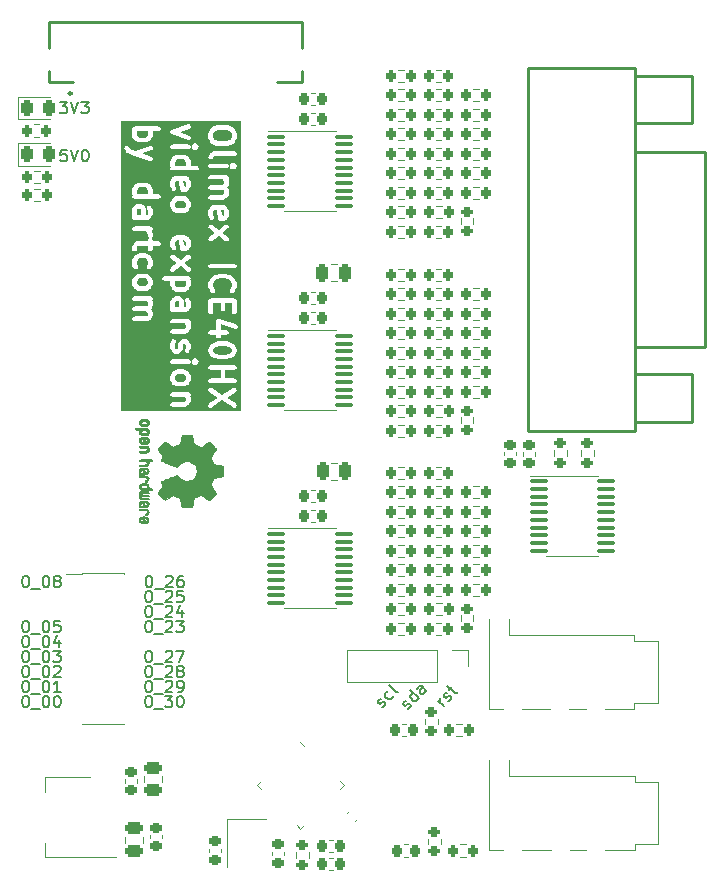
<source format=gto>
G04 #@! TF.GenerationSoftware,KiCad,Pcbnew,7.0.9-7.0.9~ubuntu22.04.1*
G04 #@! TF.CreationDate,2023-12-05T21:20:48+02:00*
G04 #@! TF.ProjectId,iCE40HX-expansion,69434534-3048-4582-9d65-7870616e7369,rev?*
G04 #@! TF.SameCoordinates,Original*
G04 #@! TF.FileFunction,Legend,Top*
G04 #@! TF.FilePolarity,Positive*
%FSLAX46Y46*%
G04 Gerber Fmt 4.6, Leading zero omitted, Abs format (unit mm)*
G04 Created by KiCad (PCBNEW 7.0.9-7.0.9~ubuntu22.04.1) date 2023-12-05 21:20:48*
%MOMM*%
%LPD*%
G01*
G04 APERTURE LIST*
G04 Aperture macros list*
%AMRoundRect*
0 Rectangle with rounded corners*
0 $1 Rounding radius*
0 $2 $3 $4 $5 $6 $7 $8 $9 X,Y pos of 4 corners*
0 Add a 4 corners polygon primitive as box body*
4,1,4,$2,$3,$4,$5,$6,$7,$8,$9,$2,$3,0*
0 Add four circle primitives for the rounded corners*
1,1,$1+$1,$2,$3*
1,1,$1+$1,$4,$5*
1,1,$1+$1,$6,$7*
1,1,$1+$1,$8,$9*
0 Add four rect primitives between the rounded corners*
20,1,$1+$1,$2,$3,$4,$5,0*
20,1,$1+$1,$4,$5,$6,$7,0*
20,1,$1+$1,$6,$7,$8,$9,0*
20,1,$1+$1,$8,$9,$2,$3,0*%
%AMRotRect*
0 Rectangle, with rotation*
0 The origin of the aperture is its center*
0 $1 length*
0 $2 width*
0 $3 Rotation angle, in degrees counterclockwise*
0 Add horizontal line*
21,1,$1,$2,0,0,$3*%
G04 Aperture macros list end*
%ADD10C,0.160000*%
%ADD11C,0.400000*%
%ADD12C,0.250000*%
%ADD13C,0.120000*%
%ADD14C,0.010000*%
%ADD15C,1.800000*%
%ADD16C,4.500000*%
%ADD17R,0.300000X1.800000*%
%ADD18R,2.000000X1.500000*%
%ADD19C,1.600000*%
%ADD20R,1.200000X2.500000*%
%ADD21RoundRect,0.225000X0.225000X0.250000X-0.225000X0.250000X-0.225000X-0.250000X0.225000X-0.250000X0*%
%ADD22RoundRect,0.100000X-0.637500X-0.100000X0.637500X-0.100000X0.637500X0.100000X-0.637500X0.100000X0*%
%ADD23RoundRect,0.200000X0.200000X0.275000X-0.200000X0.275000X-0.200000X-0.275000X0.200000X-0.275000X0*%
%ADD24RoundRect,0.200000X0.275000X-0.200000X0.275000X0.200000X-0.275000X0.200000X-0.275000X-0.200000X0*%
%ADD25RoundRect,0.200000X-0.200000X-0.275000X0.200000X-0.275000X0.200000X0.275000X-0.200000X0.275000X0*%
%ADD26RoundRect,0.243750X-0.243750X-0.456250X0.243750X-0.456250X0.243750X0.456250X-0.243750X0.456250X0*%
%ADD27RoundRect,0.200000X-0.275000X0.200000X-0.275000X-0.200000X0.275000X-0.200000X0.275000X0.200000X0*%
%ADD28RoundRect,0.225000X-0.250000X0.225000X-0.250000X-0.225000X0.250000X-0.225000X0.250000X0.225000X0*%
%ADD29RoundRect,0.225000X-0.017678X0.335876X-0.335876X0.017678X0.017678X-0.335876X0.335876X-0.017678X0*%
%ADD30RoundRect,0.225000X0.250000X-0.225000X0.250000X0.225000X-0.250000X0.225000X-0.250000X-0.225000X0*%
%ADD31RoundRect,0.225000X-0.225000X-0.250000X0.225000X-0.250000X0.225000X0.250000X-0.225000X0.250000X0*%
%ADD32R,1.200000X1.400000*%
%ADD33R,2.000000X3.800000*%
%ADD34RoundRect,0.250000X-0.250000X-0.475000X0.250000X-0.475000X0.250000X0.475000X-0.250000X0.475000X0*%
%ADD35RoundRect,0.062500X-0.309359X0.220971X0.220971X-0.309359X0.309359X-0.220971X-0.220971X0.309359X0*%
%ADD36RoundRect,0.062500X-0.309359X-0.220971X-0.220971X-0.309359X0.309359X0.220971X0.220971X0.309359X0*%
%ADD37RotRect,3.600000X3.600000X315.000000*%
%ADD38R,2.400000X0.740000*%
%ADD39RoundRect,0.250000X0.475000X-0.250000X0.475000X0.250000X-0.475000X0.250000X-0.475000X-0.250000X0*%
%ADD40R,1.700000X1.700000*%
%ADD41O,1.700000X1.700000*%
%ADD42RoundRect,0.250000X-0.475000X0.250000X-0.475000X-0.250000X0.475000X-0.250000X0.475000X0.250000X0*%
G04 APERTURE END LIST*
D10*
X108807333Y-60668299D02*
X108331143Y-60668299D01*
X108331143Y-60668299D02*
X108283524Y-61144489D01*
X108283524Y-61144489D02*
X108331143Y-61096870D01*
X108331143Y-61096870D02*
X108426381Y-61049251D01*
X108426381Y-61049251D02*
X108664476Y-61049251D01*
X108664476Y-61049251D02*
X108759714Y-61096870D01*
X108759714Y-61096870D02*
X108807333Y-61144489D01*
X108807333Y-61144489D02*
X108854952Y-61239727D01*
X108854952Y-61239727D02*
X108854952Y-61477822D01*
X108854952Y-61477822D02*
X108807333Y-61573060D01*
X108807333Y-61573060D02*
X108759714Y-61620680D01*
X108759714Y-61620680D02*
X108664476Y-61668299D01*
X108664476Y-61668299D02*
X108426381Y-61668299D01*
X108426381Y-61668299D02*
X108331143Y-61620680D01*
X108331143Y-61620680D02*
X108283524Y-61573060D01*
X109140667Y-60668299D02*
X109474000Y-61668299D01*
X109474000Y-61668299D02*
X109807333Y-60668299D01*
X110331143Y-60668299D02*
X110426381Y-60668299D01*
X110426381Y-60668299D02*
X110521619Y-60715918D01*
X110521619Y-60715918D02*
X110569238Y-60763537D01*
X110569238Y-60763537D02*
X110616857Y-60858775D01*
X110616857Y-60858775D02*
X110664476Y-61049251D01*
X110664476Y-61049251D02*
X110664476Y-61287346D01*
X110664476Y-61287346D02*
X110616857Y-61477822D01*
X110616857Y-61477822D02*
X110569238Y-61573060D01*
X110569238Y-61573060D02*
X110521619Y-61620680D01*
X110521619Y-61620680D02*
X110426381Y-61668299D01*
X110426381Y-61668299D02*
X110331143Y-61668299D01*
X110331143Y-61668299D02*
X110235905Y-61620680D01*
X110235905Y-61620680D02*
X110188286Y-61573060D01*
X110188286Y-61573060D02*
X110140667Y-61477822D01*
X110140667Y-61477822D02*
X110093048Y-61287346D01*
X110093048Y-61287346D02*
X110093048Y-61049251D01*
X110093048Y-61049251D02*
X110140667Y-60858775D01*
X110140667Y-60858775D02*
X110188286Y-60763537D01*
X110188286Y-60763537D02*
X110235905Y-60715918D01*
X110235905Y-60715918D02*
X110331143Y-60668299D01*
X108235905Y-56604299D02*
X108854952Y-56604299D01*
X108854952Y-56604299D02*
X108521619Y-56985251D01*
X108521619Y-56985251D02*
X108664476Y-56985251D01*
X108664476Y-56985251D02*
X108759714Y-57032870D01*
X108759714Y-57032870D02*
X108807333Y-57080489D01*
X108807333Y-57080489D02*
X108854952Y-57175727D01*
X108854952Y-57175727D02*
X108854952Y-57413822D01*
X108854952Y-57413822D02*
X108807333Y-57509060D01*
X108807333Y-57509060D02*
X108759714Y-57556680D01*
X108759714Y-57556680D02*
X108664476Y-57604299D01*
X108664476Y-57604299D02*
X108378762Y-57604299D01*
X108378762Y-57604299D02*
X108283524Y-57556680D01*
X108283524Y-57556680D02*
X108235905Y-57509060D01*
X109140667Y-56604299D02*
X109474000Y-57604299D01*
X109474000Y-57604299D02*
X109807333Y-56604299D01*
X110045429Y-56604299D02*
X110664476Y-56604299D01*
X110664476Y-56604299D02*
X110331143Y-56985251D01*
X110331143Y-56985251D02*
X110474000Y-56985251D01*
X110474000Y-56985251D02*
X110569238Y-57032870D01*
X110569238Y-57032870D02*
X110616857Y-57080489D01*
X110616857Y-57080489D02*
X110664476Y-57175727D01*
X110664476Y-57175727D02*
X110664476Y-57413822D01*
X110664476Y-57413822D02*
X110616857Y-57509060D01*
X110616857Y-57509060D02*
X110569238Y-57556680D01*
X110569238Y-57556680D02*
X110474000Y-57604299D01*
X110474000Y-57604299D02*
X110188286Y-57604299D01*
X110188286Y-57604299D02*
X110093048Y-57556680D01*
X110093048Y-57556680D02*
X110045429Y-57509060D01*
X140752489Y-107793985D02*
X140281085Y-107322581D01*
X140415772Y-107457268D02*
X140382100Y-107356253D01*
X140382100Y-107356253D02*
X140382100Y-107288909D01*
X140382100Y-107288909D02*
X140415772Y-107187894D01*
X140415772Y-107187894D02*
X140483115Y-107120550D01*
X141122879Y-107356252D02*
X141223894Y-107322581D01*
X141223894Y-107322581D02*
X141358581Y-107187894D01*
X141358581Y-107187894D02*
X141392253Y-107086878D01*
X141392253Y-107086878D02*
X141358581Y-106985863D01*
X141358581Y-106985863D02*
X141324909Y-106952191D01*
X141324909Y-106952191D02*
X141223894Y-106918520D01*
X141223894Y-106918520D02*
X141122879Y-106952191D01*
X141122879Y-106952191D02*
X141021864Y-107053207D01*
X141021864Y-107053207D02*
X140920848Y-107086878D01*
X140920848Y-107086878D02*
X140819833Y-107053207D01*
X140819833Y-107053207D02*
X140786161Y-107019535D01*
X140786161Y-107019535D02*
X140752490Y-106918520D01*
X140752490Y-106918520D02*
X140786161Y-106817504D01*
X140786161Y-106817504D02*
X140887177Y-106716489D01*
X140887177Y-106716489D02*
X140988192Y-106682817D01*
X141190223Y-106413443D02*
X141459597Y-106144069D01*
X141055536Y-106076726D02*
X141661627Y-106682817D01*
X141661627Y-106682817D02*
X141762642Y-106716489D01*
X141762642Y-106716489D02*
X141863658Y-106682817D01*
X141863658Y-106682817D02*
X141931001Y-106615474D01*
X135537802Y-107861329D02*
X135638818Y-107827657D01*
X135638818Y-107827657D02*
X135773505Y-107692970D01*
X135773505Y-107692970D02*
X135807176Y-107591955D01*
X135807176Y-107591955D02*
X135773505Y-107490940D01*
X135773505Y-107490940D02*
X135739833Y-107457268D01*
X135739833Y-107457268D02*
X135638818Y-107423596D01*
X135638818Y-107423596D02*
X135537802Y-107457268D01*
X135537802Y-107457268D02*
X135436787Y-107558283D01*
X135436787Y-107558283D02*
X135335772Y-107591955D01*
X135335772Y-107591955D02*
X135234757Y-107558283D01*
X135234757Y-107558283D02*
X135201085Y-107524611D01*
X135201085Y-107524611D02*
X135167413Y-107423596D01*
X135167413Y-107423596D02*
X135201085Y-107322581D01*
X135201085Y-107322581D02*
X135302100Y-107221566D01*
X135302100Y-107221566D02*
X135403115Y-107187894D01*
X136446940Y-106952191D02*
X136413268Y-107053207D01*
X136413268Y-107053207D02*
X136278581Y-107187894D01*
X136278581Y-107187894D02*
X136177566Y-107221565D01*
X136177566Y-107221565D02*
X136110222Y-107221565D01*
X136110222Y-107221565D02*
X136009207Y-107187894D01*
X136009207Y-107187894D02*
X135807177Y-106985863D01*
X135807177Y-106985863D02*
X135773505Y-106884848D01*
X135773505Y-106884848D02*
X135773505Y-106817504D01*
X135773505Y-106817504D02*
X135807177Y-106716489D01*
X135807177Y-106716489D02*
X135941864Y-106581802D01*
X135941864Y-106581802D02*
X136042879Y-106548130D01*
X136884673Y-106581802D02*
X136783658Y-106615474D01*
X136783658Y-106615474D02*
X136682642Y-106581802D01*
X136682642Y-106581802D02*
X136076551Y-105975711D01*
X137672279Y-108012852D02*
X137773295Y-107979180D01*
X137773295Y-107979180D02*
X137907982Y-107844493D01*
X137907982Y-107844493D02*
X137941653Y-107743478D01*
X137941653Y-107743478D02*
X137907982Y-107642463D01*
X137907982Y-107642463D02*
X137874310Y-107608791D01*
X137874310Y-107608791D02*
X137773295Y-107575119D01*
X137773295Y-107575119D02*
X137672279Y-107608791D01*
X137672279Y-107608791D02*
X137571264Y-107709806D01*
X137571264Y-107709806D02*
X137470249Y-107743478D01*
X137470249Y-107743478D02*
X137369234Y-107709806D01*
X137369234Y-107709806D02*
X137335562Y-107676134D01*
X137335562Y-107676134D02*
X137301890Y-107575119D01*
X137301890Y-107575119D02*
X137335562Y-107474104D01*
X137335562Y-107474104D02*
X137436577Y-107373089D01*
X137436577Y-107373089D02*
X137537592Y-107339417D01*
X138615089Y-107137386D02*
X137907982Y-106430280D01*
X138581417Y-107103715D02*
X138547745Y-107204730D01*
X138547745Y-107204730D02*
X138413058Y-107339417D01*
X138413058Y-107339417D02*
X138312043Y-107373089D01*
X138312043Y-107373089D02*
X138244699Y-107373089D01*
X138244699Y-107373089D02*
X138143684Y-107339417D01*
X138143684Y-107339417D02*
X137941654Y-107137386D01*
X137941654Y-107137386D02*
X137907982Y-107036371D01*
X137907982Y-107036371D02*
X137907982Y-106969028D01*
X137907982Y-106969028D02*
X137941654Y-106868012D01*
X137941654Y-106868012D02*
X138076341Y-106733325D01*
X138076341Y-106733325D02*
X138177356Y-106699654D01*
X139254852Y-106497623D02*
X138884463Y-106127234D01*
X138884463Y-106127234D02*
X138783447Y-106093562D01*
X138783447Y-106093562D02*
X138682432Y-106127234D01*
X138682432Y-106127234D02*
X138547745Y-106261921D01*
X138547745Y-106261921D02*
X138514073Y-106362936D01*
X139221180Y-106463951D02*
X139187508Y-106564966D01*
X139187508Y-106564966D02*
X139019150Y-106733325D01*
X139019150Y-106733325D02*
X138918134Y-106766997D01*
X138918134Y-106766997D02*
X138817119Y-106733325D01*
X138817119Y-106733325D02*
X138749776Y-106665982D01*
X138749776Y-106665982D02*
X138716104Y-106564966D01*
X138716104Y-106564966D02*
X138749776Y-106463951D01*
X138749776Y-106463951D02*
X138918134Y-106295592D01*
X138918134Y-106295592D02*
X138951806Y-106194577D01*
X105299047Y-106896299D02*
X105394285Y-106896299D01*
X105394285Y-106896299D02*
X105489523Y-106943918D01*
X105489523Y-106943918D02*
X105537142Y-106991537D01*
X105537142Y-106991537D02*
X105584761Y-107086775D01*
X105584761Y-107086775D02*
X105632380Y-107277251D01*
X105632380Y-107277251D02*
X105632380Y-107515346D01*
X105632380Y-107515346D02*
X105584761Y-107705822D01*
X105584761Y-107705822D02*
X105537142Y-107801060D01*
X105537142Y-107801060D02*
X105489523Y-107848680D01*
X105489523Y-107848680D02*
X105394285Y-107896299D01*
X105394285Y-107896299D02*
X105299047Y-107896299D01*
X105299047Y-107896299D02*
X105203809Y-107848680D01*
X105203809Y-107848680D02*
X105156190Y-107801060D01*
X105156190Y-107801060D02*
X105108571Y-107705822D01*
X105108571Y-107705822D02*
X105060952Y-107515346D01*
X105060952Y-107515346D02*
X105060952Y-107277251D01*
X105060952Y-107277251D02*
X105108571Y-107086775D01*
X105108571Y-107086775D02*
X105156190Y-106991537D01*
X105156190Y-106991537D02*
X105203809Y-106943918D01*
X105203809Y-106943918D02*
X105299047Y-106896299D01*
X105822857Y-107991537D02*
X106584761Y-107991537D01*
X107013333Y-106896299D02*
X107108571Y-106896299D01*
X107108571Y-106896299D02*
X107203809Y-106943918D01*
X107203809Y-106943918D02*
X107251428Y-106991537D01*
X107251428Y-106991537D02*
X107299047Y-107086775D01*
X107299047Y-107086775D02*
X107346666Y-107277251D01*
X107346666Y-107277251D02*
X107346666Y-107515346D01*
X107346666Y-107515346D02*
X107299047Y-107705822D01*
X107299047Y-107705822D02*
X107251428Y-107801060D01*
X107251428Y-107801060D02*
X107203809Y-107848680D01*
X107203809Y-107848680D02*
X107108571Y-107896299D01*
X107108571Y-107896299D02*
X107013333Y-107896299D01*
X107013333Y-107896299D02*
X106918095Y-107848680D01*
X106918095Y-107848680D02*
X106870476Y-107801060D01*
X106870476Y-107801060D02*
X106822857Y-107705822D01*
X106822857Y-107705822D02*
X106775238Y-107515346D01*
X106775238Y-107515346D02*
X106775238Y-107277251D01*
X106775238Y-107277251D02*
X106822857Y-107086775D01*
X106822857Y-107086775D02*
X106870476Y-106991537D01*
X106870476Y-106991537D02*
X106918095Y-106943918D01*
X106918095Y-106943918D02*
X107013333Y-106896299D01*
X107965714Y-106896299D02*
X108060952Y-106896299D01*
X108060952Y-106896299D02*
X108156190Y-106943918D01*
X108156190Y-106943918D02*
X108203809Y-106991537D01*
X108203809Y-106991537D02*
X108251428Y-107086775D01*
X108251428Y-107086775D02*
X108299047Y-107277251D01*
X108299047Y-107277251D02*
X108299047Y-107515346D01*
X108299047Y-107515346D02*
X108251428Y-107705822D01*
X108251428Y-107705822D02*
X108203809Y-107801060D01*
X108203809Y-107801060D02*
X108156190Y-107848680D01*
X108156190Y-107848680D02*
X108060952Y-107896299D01*
X108060952Y-107896299D02*
X107965714Y-107896299D01*
X107965714Y-107896299D02*
X107870476Y-107848680D01*
X107870476Y-107848680D02*
X107822857Y-107801060D01*
X107822857Y-107801060D02*
X107775238Y-107705822D01*
X107775238Y-107705822D02*
X107727619Y-107515346D01*
X107727619Y-107515346D02*
X107727619Y-107277251D01*
X107727619Y-107277251D02*
X107775238Y-107086775D01*
X107775238Y-107086775D02*
X107822857Y-106991537D01*
X107822857Y-106991537D02*
X107870476Y-106943918D01*
X107870476Y-106943918D02*
X107965714Y-106896299D01*
X105299047Y-105626299D02*
X105394285Y-105626299D01*
X105394285Y-105626299D02*
X105489523Y-105673918D01*
X105489523Y-105673918D02*
X105537142Y-105721537D01*
X105537142Y-105721537D02*
X105584761Y-105816775D01*
X105584761Y-105816775D02*
X105632380Y-106007251D01*
X105632380Y-106007251D02*
X105632380Y-106245346D01*
X105632380Y-106245346D02*
X105584761Y-106435822D01*
X105584761Y-106435822D02*
X105537142Y-106531060D01*
X105537142Y-106531060D02*
X105489523Y-106578680D01*
X105489523Y-106578680D02*
X105394285Y-106626299D01*
X105394285Y-106626299D02*
X105299047Y-106626299D01*
X105299047Y-106626299D02*
X105203809Y-106578680D01*
X105203809Y-106578680D02*
X105156190Y-106531060D01*
X105156190Y-106531060D02*
X105108571Y-106435822D01*
X105108571Y-106435822D02*
X105060952Y-106245346D01*
X105060952Y-106245346D02*
X105060952Y-106007251D01*
X105060952Y-106007251D02*
X105108571Y-105816775D01*
X105108571Y-105816775D02*
X105156190Y-105721537D01*
X105156190Y-105721537D02*
X105203809Y-105673918D01*
X105203809Y-105673918D02*
X105299047Y-105626299D01*
X105822857Y-106721537D02*
X106584761Y-106721537D01*
X107013333Y-105626299D02*
X107108571Y-105626299D01*
X107108571Y-105626299D02*
X107203809Y-105673918D01*
X107203809Y-105673918D02*
X107251428Y-105721537D01*
X107251428Y-105721537D02*
X107299047Y-105816775D01*
X107299047Y-105816775D02*
X107346666Y-106007251D01*
X107346666Y-106007251D02*
X107346666Y-106245346D01*
X107346666Y-106245346D02*
X107299047Y-106435822D01*
X107299047Y-106435822D02*
X107251428Y-106531060D01*
X107251428Y-106531060D02*
X107203809Y-106578680D01*
X107203809Y-106578680D02*
X107108571Y-106626299D01*
X107108571Y-106626299D02*
X107013333Y-106626299D01*
X107013333Y-106626299D02*
X106918095Y-106578680D01*
X106918095Y-106578680D02*
X106870476Y-106531060D01*
X106870476Y-106531060D02*
X106822857Y-106435822D01*
X106822857Y-106435822D02*
X106775238Y-106245346D01*
X106775238Y-106245346D02*
X106775238Y-106007251D01*
X106775238Y-106007251D02*
X106822857Y-105816775D01*
X106822857Y-105816775D02*
X106870476Y-105721537D01*
X106870476Y-105721537D02*
X106918095Y-105673918D01*
X106918095Y-105673918D02*
X107013333Y-105626299D01*
X108299047Y-106626299D02*
X107727619Y-106626299D01*
X108013333Y-106626299D02*
X108013333Y-105626299D01*
X108013333Y-105626299D02*
X107918095Y-105769156D01*
X107918095Y-105769156D02*
X107822857Y-105864394D01*
X107822857Y-105864394D02*
X107727619Y-105912013D01*
X105299047Y-104356299D02*
X105394285Y-104356299D01*
X105394285Y-104356299D02*
X105489523Y-104403918D01*
X105489523Y-104403918D02*
X105537142Y-104451537D01*
X105537142Y-104451537D02*
X105584761Y-104546775D01*
X105584761Y-104546775D02*
X105632380Y-104737251D01*
X105632380Y-104737251D02*
X105632380Y-104975346D01*
X105632380Y-104975346D02*
X105584761Y-105165822D01*
X105584761Y-105165822D02*
X105537142Y-105261060D01*
X105537142Y-105261060D02*
X105489523Y-105308680D01*
X105489523Y-105308680D02*
X105394285Y-105356299D01*
X105394285Y-105356299D02*
X105299047Y-105356299D01*
X105299047Y-105356299D02*
X105203809Y-105308680D01*
X105203809Y-105308680D02*
X105156190Y-105261060D01*
X105156190Y-105261060D02*
X105108571Y-105165822D01*
X105108571Y-105165822D02*
X105060952Y-104975346D01*
X105060952Y-104975346D02*
X105060952Y-104737251D01*
X105060952Y-104737251D02*
X105108571Y-104546775D01*
X105108571Y-104546775D02*
X105156190Y-104451537D01*
X105156190Y-104451537D02*
X105203809Y-104403918D01*
X105203809Y-104403918D02*
X105299047Y-104356299D01*
X105822857Y-105451537D02*
X106584761Y-105451537D01*
X107013333Y-104356299D02*
X107108571Y-104356299D01*
X107108571Y-104356299D02*
X107203809Y-104403918D01*
X107203809Y-104403918D02*
X107251428Y-104451537D01*
X107251428Y-104451537D02*
X107299047Y-104546775D01*
X107299047Y-104546775D02*
X107346666Y-104737251D01*
X107346666Y-104737251D02*
X107346666Y-104975346D01*
X107346666Y-104975346D02*
X107299047Y-105165822D01*
X107299047Y-105165822D02*
X107251428Y-105261060D01*
X107251428Y-105261060D02*
X107203809Y-105308680D01*
X107203809Y-105308680D02*
X107108571Y-105356299D01*
X107108571Y-105356299D02*
X107013333Y-105356299D01*
X107013333Y-105356299D02*
X106918095Y-105308680D01*
X106918095Y-105308680D02*
X106870476Y-105261060D01*
X106870476Y-105261060D02*
X106822857Y-105165822D01*
X106822857Y-105165822D02*
X106775238Y-104975346D01*
X106775238Y-104975346D02*
X106775238Y-104737251D01*
X106775238Y-104737251D02*
X106822857Y-104546775D01*
X106822857Y-104546775D02*
X106870476Y-104451537D01*
X106870476Y-104451537D02*
X106918095Y-104403918D01*
X106918095Y-104403918D02*
X107013333Y-104356299D01*
X107727619Y-104451537D02*
X107775238Y-104403918D01*
X107775238Y-104403918D02*
X107870476Y-104356299D01*
X107870476Y-104356299D02*
X108108571Y-104356299D01*
X108108571Y-104356299D02*
X108203809Y-104403918D01*
X108203809Y-104403918D02*
X108251428Y-104451537D01*
X108251428Y-104451537D02*
X108299047Y-104546775D01*
X108299047Y-104546775D02*
X108299047Y-104642013D01*
X108299047Y-104642013D02*
X108251428Y-104784870D01*
X108251428Y-104784870D02*
X107680000Y-105356299D01*
X107680000Y-105356299D02*
X108299047Y-105356299D01*
X105299047Y-103086299D02*
X105394285Y-103086299D01*
X105394285Y-103086299D02*
X105489523Y-103133918D01*
X105489523Y-103133918D02*
X105537142Y-103181537D01*
X105537142Y-103181537D02*
X105584761Y-103276775D01*
X105584761Y-103276775D02*
X105632380Y-103467251D01*
X105632380Y-103467251D02*
X105632380Y-103705346D01*
X105632380Y-103705346D02*
X105584761Y-103895822D01*
X105584761Y-103895822D02*
X105537142Y-103991060D01*
X105537142Y-103991060D02*
X105489523Y-104038680D01*
X105489523Y-104038680D02*
X105394285Y-104086299D01*
X105394285Y-104086299D02*
X105299047Y-104086299D01*
X105299047Y-104086299D02*
X105203809Y-104038680D01*
X105203809Y-104038680D02*
X105156190Y-103991060D01*
X105156190Y-103991060D02*
X105108571Y-103895822D01*
X105108571Y-103895822D02*
X105060952Y-103705346D01*
X105060952Y-103705346D02*
X105060952Y-103467251D01*
X105060952Y-103467251D02*
X105108571Y-103276775D01*
X105108571Y-103276775D02*
X105156190Y-103181537D01*
X105156190Y-103181537D02*
X105203809Y-103133918D01*
X105203809Y-103133918D02*
X105299047Y-103086299D01*
X105822857Y-104181537D02*
X106584761Y-104181537D01*
X107013333Y-103086299D02*
X107108571Y-103086299D01*
X107108571Y-103086299D02*
X107203809Y-103133918D01*
X107203809Y-103133918D02*
X107251428Y-103181537D01*
X107251428Y-103181537D02*
X107299047Y-103276775D01*
X107299047Y-103276775D02*
X107346666Y-103467251D01*
X107346666Y-103467251D02*
X107346666Y-103705346D01*
X107346666Y-103705346D02*
X107299047Y-103895822D01*
X107299047Y-103895822D02*
X107251428Y-103991060D01*
X107251428Y-103991060D02*
X107203809Y-104038680D01*
X107203809Y-104038680D02*
X107108571Y-104086299D01*
X107108571Y-104086299D02*
X107013333Y-104086299D01*
X107013333Y-104086299D02*
X106918095Y-104038680D01*
X106918095Y-104038680D02*
X106870476Y-103991060D01*
X106870476Y-103991060D02*
X106822857Y-103895822D01*
X106822857Y-103895822D02*
X106775238Y-103705346D01*
X106775238Y-103705346D02*
X106775238Y-103467251D01*
X106775238Y-103467251D02*
X106822857Y-103276775D01*
X106822857Y-103276775D02*
X106870476Y-103181537D01*
X106870476Y-103181537D02*
X106918095Y-103133918D01*
X106918095Y-103133918D02*
X107013333Y-103086299D01*
X107680000Y-103086299D02*
X108299047Y-103086299D01*
X108299047Y-103086299D02*
X107965714Y-103467251D01*
X107965714Y-103467251D02*
X108108571Y-103467251D01*
X108108571Y-103467251D02*
X108203809Y-103514870D01*
X108203809Y-103514870D02*
X108251428Y-103562489D01*
X108251428Y-103562489D02*
X108299047Y-103657727D01*
X108299047Y-103657727D02*
X108299047Y-103895822D01*
X108299047Y-103895822D02*
X108251428Y-103991060D01*
X108251428Y-103991060D02*
X108203809Y-104038680D01*
X108203809Y-104038680D02*
X108108571Y-104086299D01*
X108108571Y-104086299D02*
X107822857Y-104086299D01*
X107822857Y-104086299D02*
X107727619Y-104038680D01*
X107727619Y-104038680D02*
X107680000Y-103991060D01*
X105299047Y-101816299D02*
X105394285Y-101816299D01*
X105394285Y-101816299D02*
X105489523Y-101863918D01*
X105489523Y-101863918D02*
X105537142Y-101911537D01*
X105537142Y-101911537D02*
X105584761Y-102006775D01*
X105584761Y-102006775D02*
X105632380Y-102197251D01*
X105632380Y-102197251D02*
X105632380Y-102435346D01*
X105632380Y-102435346D02*
X105584761Y-102625822D01*
X105584761Y-102625822D02*
X105537142Y-102721060D01*
X105537142Y-102721060D02*
X105489523Y-102768680D01*
X105489523Y-102768680D02*
X105394285Y-102816299D01*
X105394285Y-102816299D02*
X105299047Y-102816299D01*
X105299047Y-102816299D02*
X105203809Y-102768680D01*
X105203809Y-102768680D02*
X105156190Y-102721060D01*
X105156190Y-102721060D02*
X105108571Y-102625822D01*
X105108571Y-102625822D02*
X105060952Y-102435346D01*
X105060952Y-102435346D02*
X105060952Y-102197251D01*
X105060952Y-102197251D02*
X105108571Y-102006775D01*
X105108571Y-102006775D02*
X105156190Y-101911537D01*
X105156190Y-101911537D02*
X105203809Y-101863918D01*
X105203809Y-101863918D02*
X105299047Y-101816299D01*
X105822857Y-102911537D02*
X106584761Y-102911537D01*
X107013333Y-101816299D02*
X107108571Y-101816299D01*
X107108571Y-101816299D02*
X107203809Y-101863918D01*
X107203809Y-101863918D02*
X107251428Y-101911537D01*
X107251428Y-101911537D02*
X107299047Y-102006775D01*
X107299047Y-102006775D02*
X107346666Y-102197251D01*
X107346666Y-102197251D02*
X107346666Y-102435346D01*
X107346666Y-102435346D02*
X107299047Y-102625822D01*
X107299047Y-102625822D02*
X107251428Y-102721060D01*
X107251428Y-102721060D02*
X107203809Y-102768680D01*
X107203809Y-102768680D02*
X107108571Y-102816299D01*
X107108571Y-102816299D02*
X107013333Y-102816299D01*
X107013333Y-102816299D02*
X106918095Y-102768680D01*
X106918095Y-102768680D02*
X106870476Y-102721060D01*
X106870476Y-102721060D02*
X106822857Y-102625822D01*
X106822857Y-102625822D02*
X106775238Y-102435346D01*
X106775238Y-102435346D02*
X106775238Y-102197251D01*
X106775238Y-102197251D02*
X106822857Y-102006775D01*
X106822857Y-102006775D02*
X106870476Y-101911537D01*
X106870476Y-101911537D02*
X106918095Y-101863918D01*
X106918095Y-101863918D02*
X107013333Y-101816299D01*
X108203809Y-102149632D02*
X108203809Y-102816299D01*
X107965714Y-101768680D02*
X107727619Y-102482965D01*
X107727619Y-102482965D02*
X108346666Y-102482965D01*
X105299047Y-100546299D02*
X105394285Y-100546299D01*
X105394285Y-100546299D02*
X105489523Y-100593918D01*
X105489523Y-100593918D02*
X105537142Y-100641537D01*
X105537142Y-100641537D02*
X105584761Y-100736775D01*
X105584761Y-100736775D02*
X105632380Y-100927251D01*
X105632380Y-100927251D02*
X105632380Y-101165346D01*
X105632380Y-101165346D02*
X105584761Y-101355822D01*
X105584761Y-101355822D02*
X105537142Y-101451060D01*
X105537142Y-101451060D02*
X105489523Y-101498680D01*
X105489523Y-101498680D02*
X105394285Y-101546299D01*
X105394285Y-101546299D02*
X105299047Y-101546299D01*
X105299047Y-101546299D02*
X105203809Y-101498680D01*
X105203809Y-101498680D02*
X105156190Y-101451060D01*
X105156190Y-101451060D02*
X105108571Y-101355822D01*
X105108571Y-101355822D02*
X105060952Y-101165346D01*
X105060952Y-101165346D02*
X105060952Y-100927251D01*
X105060952Y-100927251D02*
X105108571Y-100736775D01*
X105108571Y-100736775D02*
X105156190Y-100641537D01*
X105156190Y-100641537D02*
X105203809Y-100593918D01*
X105203809Y-100593918D02*
X105299047Y-100546299D01*
X105822857Y-101641537D02*
X106584761Y-101641537D01*
X107013333Y-100546299D02*
X107108571Y-100546299D01*
X107108571Y-100546299D02*
X107203809Y-100593918D01*
X107203809Y-100593918D02*
X107251428Y-100641537D01*
X107251428Y-100641537D02*
X107299047Y-100736775D01*
X107299047Y-100736775D02*
X107346666Y-100927251D01*
X107346666Y-100927251D02*
X107346666Y-101165346D01*
X107346666Y-101165346D02*
X107299047Y-101355822D01*
X107299047Y-101355822D02*
X107251428Y-101451060D01*
X107251428Y-101451060D02*
X107203809Y-101498680D01*
X107203809Y-101498680D02*
X107108571Y-101546299D01*
X107108571Y-101546299D02*
X107013333Y-101546299D01*
X107013333Y-101546299D02*
X106918095Y-101498680D01*
X106918095Y-101498680D02*
X106870476Y-101451060D01*
X106870476Y-101451060D02*
X106822857Y-101355822D01*
X106822857Y-101355822D02*
X106775238Y-101165346D01*
X106775238Y-101165346D02*
X106775238Y-100927251D01*
X106775238Y-100927251D02*
X106822857Y-100736775D01*
X106822857Y-100736775D02*
X106870476Y-100641537D01*
X106870476Y-100641537D02*
X106918095Y-100593918D01*
X106918095Y-100593918D02*
X107013333Y-100546299D01*
X108251428Y-100546299D02*
X107775238Y-100546299D01*
X107775238Y-100546299D02*
X107727619Y-101022489D01*
X107727619Y-101022489D02*
X107775238Y-100974870D01*
X107775238Y-100974870D02*
X107870476Y-100927251D01*
X107870476Y-100927251D02*
X108108571Y-100927251D01*
X108108571Y-100927251D02*
X108203809Y-100974870D01*
X108203809Y-100974870D02*
X108251428Y-101022489D01*
X108251428Y-101022489D02*
X108299047Y-101117727D01*
X108299047Y-101117727D02*
X108299047Y-101355822D01*
X108299047Y-101355822D02*
X108251428Y-101451060D01*
X108251428Y-101451060D02*
X108203809Y-101498680D01*
X108203809Y-101498680D02*
X108108571Y-101546299D01*
X108108571Y-101546299D02*
X107870476Y-101546299D01*
X107870476Y-101546299D02*
X107775238Y-101498680D01*
X107775238Y-101498680D02*
X107727619Y-101451060D01*
X105299047Y-96736299D02*
X105394285Y-96736299D01*
X105394285Y-96736299D02*
X105489523Y-96783918D01*
X105489523Y-96783918D02*
X105537142Y-96831537D01*
X105537142Y-96831537D02*
X105584761Y-96926775D01*
X105584761Y-96926775D02*
X105632380Y-97117251D01*
X105632380Y-97117251D02*
X105632380Y-97355346D01*
X105632380Y-97355346D02*
X105584761Y-97545822D01*
X105584761Y-97545822D02*
X105537142Y-97641060D01*
X105537142Y-97641060D02*
X105489523Y-97688680D01*
X105489523Y-97688680D02*
X105394285Y-97736299D01*
X105394285Y-97736299D02*
X105299047Y-97736299D01*
X105299047Y-97736299D02*
X105203809Y-97688680D01*
X105203809Y-97688680D02*
X105156190Y-97641060D01*
X105156190Y-97641060D02*
X105108571Y-97545822D01*
X105108571Y-97545822D02*
X105060952Y-97355346D01*
X105060952Y-97355346D02*
X105060952Y-97117251D01*
X105060952Y-97117251D02*
X105108571Y-96926775D01*
X105108571Y-96926775D02*
X105156190Y-96831537D01*
X105156190Y-96831537D02*
X105203809Y-96783918D01*
X105203809Y-96783918D02*
X105299047Y-96736299D01*
X105822857Y-97831537D02*
X106584761Y-97831537D01*
X107013333Y-96736299D02*
X107108571Y-96736299D01*
X107108571Y-96736299D02*
X107203809Y-96783918D01*
X107203809Y-96783918D02*
X107251428Y-96831537D01*
X107251428Y-96831537D02*
X107299047Y-96926775D01*
X107299047Y-96926775D02*
X107346666Y-97117251D01*
X107346666Y-97117251D02*
X107346666Y-97355346D01*
X107346666Y-97355346D02*
X107299047Y-97545822D01*
X107299047Y-97545822D02*
X107251428Y-97641060D01*
X107251428Y-97641060D02*
X107203809Y-97688680D01*
X107203809Y-97688680D02*
X107108571Y-97736299D01*
X107108571Y-97736299D02*
X107013333Y-97736299D01*
X107013333Y-97736299D02*
X106918095Y-97688680D01*
X106918095Y-97688680D02*
X106870476Y-97641060D01*
X106870476Y-97641060D02*
X106822857Y-97545822D01*
X106822857Y-97545822D02*
X106775238Y-97355346D01*
X106775238Y-97355346D02*
X106775238Y-97117251D01*
X106775238Y-97117251D02*
X106822857Y-96926775D01*
X106822857Y-96926775D02*
X106870476Y-96831537D01*
X106870476Y-96831537D02*
X106918095Y-96783918D01*
X106918095Y-96783918D02*
X107013333Y-96736299D01*
X107918095Y-97164870D02*
X107822857Y-97117251D01*
X107822857Y-97117251D02*
X107775238Y-97069632D01*
X107775238Y-97069632D02*
X107727619Y-96974394D01*
X107727619Y-96974394D02*
X107727619Y-96926775D01*
X107727619Y-96926775D02*
X107775238Y-96831537D01*
X107775238Y-96831537D02*
X107822857Y-96783918D01*
X107822857Y-96783918D02*
X107918095Y-96736299D01*
X107918095Y-96736299D02*
X108108571Y-96736299D01*
X108108571Y-96736299D02*
X108203809Y-96783918D01*
X108203809Y-96783918D02*
X108251428Y-96831537D01*
X108251428Y-96831537D02*
X108299047Y-96926775D01*
X108299047Y-96926775D02*
X108299047Y-96974394D01*
X108299047Y-96974394D02*
X108251428Y-97069632D01*
X108251428Y-97069632D02*
X108203809Y-97117251D01*
X108203809Y-97117251D02*
X108108571Y-97164870D01*
X108108571Y-97164870D02*
X107918095Y-97164870D01*
X107918095Y-97164870D02*
X107822857Y-97212489D01*
X107822857Y-97212489D02*
X107775238Y-97260108D01*
X107775238Y-97260108D02*
X107727619Y-97355346D01*
X107727619Y-97355346D02*
X107727619Y-97545822D01*
X107727619Y-97545822D02*
X107775238Y-97641060D01*
X107775238Y-97641060D02*
X107822857Y-97688680D01*
X107822857Y-97688680D02*
X107918095Y-97736299D01*
X107918095Y-97736299D02*
X108108571Y-97736299D01*
X108108571Y-97736299D02*
X108203809Y-97688680D01*
X108203809Y-97688680D02*
X108251428Y-97641060D01*
X108251428Y-97641060D02*
X108299047Y-97545822D01*
X108299047Y-97545822D02*
X108299047Y-97355346D01*
X108299047Y-97355346D02*
X108251428Y-97260108D01*
X108251428Y-97260108D02*
X108203809Y-97212489D01*
X108203809Y-97212489D02*
X108108571Y-97164870D01*
D11*
G36*
X118809949Y-79736389D02*
G01*
X118859286Y-79785726D01*
X118918895Y-79904944D01*
X118918895Y-80096233D01*
X118859286Y-80215451D01*
X118809949Y-80264787D01*
X118690728Y-80324398D01*
X118213727Y-80324398D01*
X118094509Y-80264789D01*
X118045171Y-80215451D01*
X117985561Y-80096232D01*
X117985561Y-79904944D01*
X118045171Y-79785725D01*
X118094509Y-79736388D01*
X118213727Y-79676779D01*
X118690728Y-79676779D01*
X118809949Y-79736389D01*
G37*
G36*
X122554802Y-77379766D02*
G01*
X122696614Y-77450672D01*
X122745952Y-77500010D01*
X122805561Y-77619228D01*
X122805561Y-77715279D01*
X122745952Y-77834497D01*
X122696614Y-77883834D01*
X122554802Y-77954740D01*
X122219034Y-78038682D01*
X121792089Y-78038682D01*
X121456317Y-77954739D01*
X121314509Y-77883835D01*
X121265171Y-77834497D01*
X121205561Y-77715278D01*
X121205561Y-77619228D01*
X121265171Y-77500009D01*
X121314509Y-77450672D01*
X121456317Y-77379768D01*
X121792089Y-77295825D01*
X122219034Y-77295825D01*
X122554802Y-77379766D01*
G37*
G36*
X118303157Y-73530611D02*
G01*
X118347466Y-73619229D01*
X118347466Y-74038683D01*
X118004406Y-74038683D01*
X117985561Y-74000993D01*
X117985561Y-73619229D01*
X118029871Y-73530610D01*
X118118489Y-73486302D01*
X118214539Y-73486302D01*
X118303157Y-73530611D01*
G37*
G36*
X118918895Y-71809705D02*
G01*
X118918895Y-72096232D01*
X118859286Y-72215450D01*
X118809949Y-72264786D01*
X118690728Y-72324397D01*
X118213727Y-72324397D01*
X118094509Y-72264788D01*
X118045171Y-72215450D01*
X117985561Y-72096231D01*
X117985561Y-71809705D01*
X118004406Y-71772016D01*
X118900050Y-71772016D01*
X118918895Y-71809705D01*
G37*
G36*
X115589949Y-71641149D02*
G01*
X115639286Y-71690486D01*
X115698895Y-71809704D01*
X115698895Y-72000993D01*
X115639286Y-72120211D01*
X115589949Y-72169547D01*
X115470728Y-72229158D01*
X114993727Y-72229158D01*
X114874509Y-72169549D01*
X114825171Y-72120211D01*
X114765561Y-72000992D01*
X114765561Y-71809704D01*
X114825171Y-71690485D01*
X114874509Y-71641148D01*
X114993727Y-71581539D01*
X115470728Y-71581539D01*
X115589949Y-71641149D01*
G37*
G36*
X118874586Y-68387753D02*
G01*
X118918895Y-68476371D01*
X118918895Y-68762898D01*
X118874586Y-68851515D01*
X118804782Y-68886416D01*
X118696189Y-68343444D01*
X118785966Y-68343444D01*
X118874586Y-68387753D01*
G37*
G36*
X122094586Y-65816323D02*
G01*
X122138895Y-65904941D01*
X122138895Y-66191468D01*
X122094586Y-66280085D01*
X122024782Y-66314986D01*
X121916189Y-65772014D01*
X122005966Y-65772014D01*
X122094586Y-65816323D01*
G37*
G36*
X115083157Y-65721086D02*
G01*
X115127466Y-65809704D01*
X115127466Y-66229158D01*
X114784406Y-66229158D01*
X114765561Y-66191468D01*
X114765561Y-65809704D01*
X114809871Y-65721085D01*
X114898489Y-65676777D01*
X114994539Y-65676777D01*
X115083157Y-65721086D01*
G37*
G36*
X118809949Y-65069720D02*
G01*
X118859286Y-65119057D01*
X118918895Y-65238275D01*
X118918895Y-65429564D01*
X118859286Y-65548782D01*
X118809949Y-65598118D01*
X118690728Y-65657729D01*
X118213727Y-65657729D01*
X118094509Y-65598120D01*
X118045171Y-65548782D01*
X117985561Y-65429563D01*
X117985561Y-65238275D01*
X118045171Y-65119056D01*
X118094509Y-65069719D01*
X118213727Y-65010110D01*
X118690728Y-65010110D01*
X118809949Y-65069720D01*
G37*
G36*
X115589949Y-63926863D02*
G01*
X115639286Y-63976200D01*
X115698895Y-64095418D01*
X115698895Y-64381945D01*
X115680050Y-64419634D01*
X114784406Y-64419634D01*
X114765561Y-64381944D01*
X114765561Y-64095418D01*
X114825171Y-63976199D01*
X114874509Y-63926862D01*
X114993727Y-63867253D01*
X115470728Y-63867253D01*
X115589949Y-63926863D01*
G37*
G36*
X118874586Y-63340133D02*
G01*
X118918895Y-63428751D01*
X118918895Y-63715278D01*
X118874586Y-63803895D01*
X118804782Y-63838796D01*
X118696189Y-63295824D01*
X118785966Y-63295824D01*
X118874586Y-63340133D01*
G37*
G36*
X118809949Y-61545910D02*
G01*
X118859286Y-61595247D01*
X118918895Y-61714465D01*
X118918895Y-62000992D01*
X118900050Y-62038681D01*
X118004406Y-62038681D01*
X117985561Y-62000991D01*
X117985561Y-61714465D01*
X118045171Y-61595246D01*
X118094509Y-61545909D01*
X118213727Y-61486300D01*
X118690728Y-61486300D01*
X118809949Y-61545910D01*
G37*
G36*
X122617597Y-59085939D02*
G01*
X122745952Y-59214295D01*
X122805561Y-59333512D01*
X122805561Y-59620039D01*
X122745952Y-59739255D01*
X122617597Y-59867611D01*
X122314272Y-59943442D01*
X121696851Y-59943442D01*
X121393525Y-59867610D01*
X121265171Y-59739257D01*
X121205561Y-59620038D01*
X121205561Y-59333512D01*
X121265171Y-59214293D01*
X121393525Y-59085940D01*
X121696851Y-59010109D01*
X122314272Y-59010109D01*
X122617597Y-59085939D01*
G37*
G36*
X115698895Y-59143036D02*
G01*
X115698895Y-59429563D01*
X115639286Y-59548781D01*
X115589949Y-59598117D01*
X115470728Y-59657728D01*
X114993727Y-59657728D01*
X114874509Y-59598119D01*
X114825171Y-59548781D01*
X114765561Y-59429562D01*
X114765561Y-59143036D01*
X114784406Y-59105347D01*
X115680050Y-59105347D01*
X115698895Y-59143036D01*
G37*
G36*
X123585567Y-82817700D02*
G01*
X113413203Y-82817700D01*
X113413203Y-82283188D01*
X117590575Y-82283188D01*
X117629195Y-82363382D01*
X117698784Y-82418878D01*
X117785561Y-82438684D01*
X118833180Y-82438684D01*
X118834662Y-82438345D01*
X118836149Y-82438662D01*
X118877978Y-82428459D01*
X118919957Y-82418878D01*
X118921145Y-82417930D01*
X118922622Y-82417570D01*
X119113100Y-82322331D01*
X119119705Y-82316901D01*
X120806287Y-82316901D01*
X120818636Y-82405049D01*
X120868009Y-82479108D01*
X120944627Y-82524411D01*
X121033312Y-82531986D01*
X121116501Y-82500330D01*
X122005561Y-81907623D01*
X122894621Y-82500330D01*
X122977810Y-82531986D01*
X123066496Y-82524411D01*
X123143113Y-82479109D01*
X123192486Y-82405049D01*
X123204836Y-82316901D01*
X123177718Y-82232125D01*
X123116501Y-82167510D01*
X122366116Y-81667253D01*
X123116501Y-81166997D01*
X123177718Y-81102382D01*
X123204836Y-81017606D01*
X123192486Y-80929458D01*
X123143113Y-80855398D01*
X123066496Y-80810096D01*
X122977810Y-80802521D01*
X122894621Y-80834177D01*
X122005561Y-81426883D01*
X121116501Y-80834177D01*
X121033312Y-80802521D01*
X120944627Y-80810096D01*
X120868009Y-80855399D01*
X120818636Y-80929458D01*
X120806287Y-81017606D01*
X120833405Y-81102382D01*
X120894621Y-81166997D01*
X121645005Y-81667253D01*
X120894621Y-82167510D01*
X120833405Y-82232125D01*
X120806287Y-82316901D01*
X119119705Y-82316901D01*
X119128237Y-82309887D01*
X119146020Y-82301647D01*
X119162188Y-82281977D01*
X119181858Y-82265809D01*
X119190098Y-82248026D01*
X119202542Y-82232889D01*
X119297781Y-82042412D01*
X119298141Y-82040935D01*
X119299089Y-82039747D01*
X119308670Y-81997768D01*
X119318873Y-81955939D01*
X119318556Y-81954452D01*
X119318895Y-81952970D01*
X119318895Y-81667255D01*
X119318556Y-81665772D01*
X119318873Y-81664286D01*
X119308670Y-81622456D01*
X119299089Y-81580478D01*
X119298141Y-81579289D01*
X119297781Y-81577813D01*
X119265775Y-81513803D01*
X119275261Y-81506239D01*
X119313881Y-81426045D01*
X119313881Y-81337037D01*
X119275261Y-81256843D01*
X119205672Y-81201347D01*
X119118895Y-81181541D01*
X117785561Y-81181541D01*
X117698784Y-81201347D01*
X117629195Y-81256843D01*
X117590575Y-81337037D01*
X117590575Y-81426045D01*
X117629195Y-81506239D01*
X117698784Y-81561735D01*
X117785561Y-81581541D01*
X118845577Y-81581541D01*
X118859286Y-81595250D01*
X118918895Y-81714468D01*
X118918895Y-81905757D01*
X118874586Y-81994374D01*
X118785966Y-82038684D01*
X117785561Y-82038684D01*
X117698784Y-82058490D01*
X117629195Y-82113986D01*
X117590575Y-82194180D01*
X117590575Y-82283188D01*
X113413203Y-82283188D01*
X113413203Y-80143446D01*
X117585561Y-80143446D01*
X117585899Y-80144928D01*
X117585583Y-80146416D01*
X117595782Y-80188229D01*
X117605367Y-80230223D01*
X117606315Y-80231412D01*
X117606676Y-80232889D01*
X117701915Y-80423365D01*
X117722300Y-80448162D01*
X117739379Y-80475343D01*
X117834617Y-80570581D01*
X117861795Y-80587658D01*
X117886595Y-80608045D01*
X118077072Y-80703284D01*
X118078548Y-80703644D01*
X118079737Y-80704592D01*
X118121715Y-80714173D01*
X118163545Y-80724376D01*
X118165031Y-80724059D01*
X118166514Y-80724398D01*
X118737942Y-80724398D01*
X118739424Y-80724059D01*
X118740911Y-80724376D01*
X118782740Y-80714173D01*
X118824719Y-80704592D01*
X118825907Y-80703644D01*
X118827384Y-80703284D01*
X119017862Y-80608045D01*
X119042661Y-80587658D01*
X119069840Y-80570581D01*
X119165078Y-80475343D01*
X119182155Y-80448164D01*
X119202542Y-80423365D01*
X119272632Y-80283186D01*
X120810575Y-80283186D01*
X120849195Y-80363380D01*
X120918784Y-80418876D01*
X121005561Y-80438682D01*
X123005561Y-80438682D01*
X123092338Y-80418876D01*
X123161927Y-80363380D01*
X123200547Y-80283186D01*
X123200547Y-80194178D01*
X123161927Y-80113984D01*
X123092338Y-80058488D01*
X123005561Y-80038682D01*
X122253180Y-80038682D01*
X122253180Y-79295825D01*
X123005561Y-79295825D01*
X123092338Y-79276019D01*
X123161927Y-79220523D01*
X123200547Y-79140329D01*
X123200547Y-79051321D01*
X123161927Y-78971127D01*
X123092338Y-78915631D01*
X123005561Y-78895825D01*
X121005561Y-78895825D01*
X120918784Y-78915631D01*
X120849195Y-78971127D01*
X120810575Y-79051321D01*
X120810575Y-79140329D01*
X120849195Y-79220523D01*
X120918784Y-79276019D01*
X121005561Y-79295825D01*
X121853180Y-79295825D01*
X121853180Y-80038682D01*
X121005561Y-80038682D01*
X120918784Y-80058488D01*
X120849195Y-80113984D01*
X120810575Y-80194178D01*
X120810575Y-80283186D01*
X119272632Y-80283186D01*
X119297781Y-80232888D01*
X119298141Y-80231411D01*
X119299089Y-80230223D01*
X119308670Y-80188244D01*
X119318873Y-80146415D01*
X119318556Y-80144928D01*
X119318895Y-80143446D01*
X119318895Y-79857731D01*
X119318556Y-79856248D01*
X119318873Y-79854762D01*
X119308670Y-79812932D01*
X119299089Y-79770954D01*
X119298141Y-79769765D01*
X119297781Y-79768289D01*
X119202542Y-79577812D01*
X119182155Y-79553012D01*
X119165078Y-79525834D01*
X119069840Y-79430596D01*
X119042661Y-79413518D01*
X119017862Y-79393132D01*
X118827384Y-79297893D01*
X118825907Y-79297532D01*
X118824719Y-79296585D01*
X118782740Y-79287003D01*
X118740911Y-79276801D01*
X118739424Y-79277117D01*
X118737942Y-79276779D01*
X118166514Y-79276779D01*
X118165031Y-79277117D01*
X118163545Y-79276801D01*
X118121715Y-79287003D01*
X118079737Y-79296585D01*
X118078548Y-79297532D01*
X118077072Y-79297893D01*
X117886595Y-79393132D01*
X117861795Y-79413518D01*
X117834617Y-79430596D01*
X117739379Y-79525834D01*
X117722300Y-79553014D01*
X117701915Y-79577812D01*
X117606676Y-79768288D01*
X117606315Y-79769764D01*
X117605367Y-79770954D01*
X117595782Y-79812947D01*
X117585583Y-79854761D01*
X117585899Y-79856248D01*
X117585561Y-79857731D01*
X117585561Y-80143446D01*
X113413203Y-80143446D01*
X113413203Y-78664140D01*
X117590575Y-78664140D01*
X117629195Y-78744334D01*
X117698784Y-78799830D01*
X117785561Y-78819636D01*
X119118895Y-78819636D01*
X119205672Y-78799830D01*
X119275261Y-78744334D01*
X119313881Y-78664140D01*
X119313881Y-78642029D01*
X119396343Y-78642029D01*
X119400099Y-78652763D01*
X119400099Y-78664140D01*
X119405034Y-78674388D01*
X119406308Y-78685692D01*
X119418297Y-78704772D01*
X119425740Y-78726043D01*
X119433784Y-78734087D01*
X119438719Y-78744334D01*
X119447612Y-78751426D01*
X119453664Y-78761057D01*
X119548902Y-78856295D01*
X119567979Y-78868282D01*
X119583916Y-78884219D01*
X119605186Y-78891661D01*
X119624267Y-78903651D01*
X119646661Y-78906174D01*
X119667930Y-78913616D01*
X119690323Y-78911093D01*
X119712716Y-78913616D01*
X119733984Y-78906174D01*
X119756379Y-78903651D01*
X119775459Y-78891661D01*
X119796730Y-78884219D01*
X119812666Y-78868282D01*
X119831744Y-78856295D01*
X119926982Y-78761057D01*
X119933033Y-78751426D01*
X119941927Y-78744334D01*
X119946861Y-78734087D01*
X119954906Y-78726043D01*
X119962348Y-78704772D01*
X119974338Y-78685692D01*
X119975611Y-78674388D01*
X119980547Y-78664140D01*
X119980547Y-78652763D01*
X119984303Y-78642029D01*
X119981780Y-78619636D01*
X119984303Y-78597243D01*
X119980547Y-78586508D01*
X119980547Y-78575132D01*
X119975611Y-78564883D01*
X119974338Y-78553580D01*
X119962348Y-78534499D01*
X119954906Y-78513229D01*
X119946861Y-78505184D01*
X119941927Y-78494938D01*
X119933033Y-78487845D01*
X119926982Y-78478215D01*
X119831744Y-78382977D01*
X119812666Y-78370989D01*
X119796730Y-78355053D01*
X119775459Y-78347610D01*
X119756379Y-78335621D01*
X119733984Y-78333097D01*
X119712716Y-78325656D01*
X119690323Y-78328178D01*
X119667930Y-78325656D01*
X119646661Y-78333097D01*
X119624267Y-78335621D01*
X119605186Y-78347610D01*
X119583916Y-78355053D01*
X119567979Y-78370989D01*
X119548902Y-78382977D01*
X119453664Y-78478215D01*
X119447612Y-78487845D01*
X119438719Y-78494938D01*
X119433784Y-78505184D01*
X119425740Y-78513229D01*
X119418297Y-78534499D01*
X119406308Y-78553580D01*
X119405034Y-78564883D01*
X119400099Y-78575132D01*
X119400099Y-78586508D01*
X119396343Y-78597243D01*
X119398865Y-78619636D01*
X119396343Y-78642029D01*
X119313881Y-78642029D01*
X119313881Y-78575132D01*
X119275261Y-78494938D01*
X119205672Y-78439442D01*
X119118895Y-78419636D01*
X117785561Y-78419636D01*
X117698784Y-78439442D01*
X117629195Y-78494938D01*
X117590575Y-78575132D01*
X117590575Y-78664140D01*
X113413203Y-78664140D01*
X113413203Y-77476778D01*
X117585561Y-77476778D01*
X117585899Y-77478260D01*
X117585583Y-77479748D01*
X117595782Y-77521561D01*
X117605367Y-77563555D01*
X117606315Y-77564744D01*
X117606676Y-77566221D01*
X117701915Y-77756698D01*
X117714358Y-77771834D01*
X117722599Y-77789618D01*
X117742270Y-77805788D01*
X117758438Y-77825456D01*
X117776218Y-77833695D01*
X117791357Y-77846140D01*
X117981834Y-77941379D01*
X117983310Y-77941739D01*
X117984499Y-77942687D01*
X118026477Y-77952268D01*
X118068307Y-77962471D01*
X118069793Y-77962154D01*
X118071276Y-77962493D01*
X118166514Y-77962493D01*
X118167996Y-77962154D01*
X118169483Y-77962471D01*
X118211289Y-77952273D01*
X118253291Y-77942687D01*
X118254480Y-77941738D01*
X118255957Y-77941378D01*
X118446433Y-77846140D01*
X118461569Y-77833697D01*
X118479353Y-77825456D01*
X118495523Y-77805784D01*
X118515191Y-77789617D01*
X118523430Y-77771836D01*
X118535876Y-77756697D01*
X118631114Y-77566220D01*
X118631474Y-77564743D01*
X118632422Y-77563555D01*
X118642003Y-77521576D01*
X118652206Y-77479747D01*
X118651889Y-77478260D01*
X118652228Y-77476778D01*
X118652228Y-77238277D01*
X118696537Y-77149658D01*
X118785155Y-77105350D01*
X118785966Y-77105350D01*
X118874586Y-77149659D01*
X118918895Y-77238277D01*
X118918895Y-77429565D01*
X118844771Y-77577813D01*
X118823679Y-77664286D01*
X118842195Y-77751347D01*
X118896651Y-77821753D01*
X118976263Y-77861559D01*
X119065262Y-77862880D01*
X119146020Y-77825456D01*
X119197779Y-77762492D01*
X120805561Y-77762492D01*
X120805899Y-77763974D01*
X120805583Y-77765462D01*
X120815782Y-77807275D01*
X120825367Y-77849269D01*
X120826315Y-77850458D01*
X120826676Y-77851935D01*
X120921915Y-78042411D01*
X120942300Y-78067208D01*
X120959379Y-78094389D01*
X121054617Y-78189627D01*
X121081795Y-78206704D01*
X121106595Y-78227091D01*
X121297072Y-78322330D01*
X121318413Y-78327535D01*
X121338007Y-78337473D01*
X121718959Y-78432710D01*
X121743515Y-78433215D01*
X121767466Y-78438682D01*
X122243657Y-78438682D01*
X122267604Y-78433216D01*
X122292164Y-78432711D01*
X122673116Y-78337473D01*
X122692710Y-78327534D01*
X122714052Y-78322329D01*
X122904528Y-78227091D01*
X122929325Y-78206705D01*
X122956506Y-78189627D01*
X123051744Y-78094389D01*
X123068821Y-78067210D01*
X123089208Y-78042411D01*
X123184447Y-77851934D01*
X123184807Y-77850457D01*
X123185755Y-77849269D01*
X123195336Y-77807290D01*
X123205539Y-77765461D01*
X123205222Y-77763974D01*
X123205561Y-77762492D01*
X123205561Y-77572015D01*
X123205222Y-77570532D01*
X123205539Y-77569046D01*
X123195336Y-77527216D01*
X123185755Y-77485238D01*
X123184807Y-77484049D01*
X123184447Y-77482573D01*
X123089208Y-77292096D01*
X123068821Y-77267296D01*
X123051744Y-77240118D01*
X122956506Y-77144880D01*
X122929325Y-77127801D01*
X122904528Y-77107416D01*
X122714052Y-77012178D01*
X122692710Y-77006972D01*
X122673116Y-76997034D01*
X122292164Y-76901796D01*
X122267604Y-76901290D01*
X122243657Y-76895825D01*
X121767466Y-76895825D01*
X121743515Y-76901291D01*
X121718959Y-76901797D01*
X121338007Y-76997034D01*
X121318413Y-77006971D01*
X121297072Y-77012177D01*
X121106595Y-77107416D01*
X121081795Y-77127802D01*
X121054617Y-77144880D01*
X120959379Y-77240118D01*
X120942300Y-77267298D01*
X120921915Y-77292096D01*
X120826676Y-77482572D01*
X120826315Y-77484048D01*
X120825367Y-77485238D01*
X120815782Y-77527231D01*
X120805583Y-77569045D01*
X120805899Y-77570532D01*
X120805561Y-77572015D01*
X120805561Y-77762492D01*
X119197779Y-77762492D01*
X119202543Y-77756697D01*
X119297781Y-77566220D01*
X119298141Y-77564743D01*
X119299089Y-77563555D01*
X119308670Y-77521576D01*
X119318873Y-77479747D01*
X119318556Y-77478260D01*
X119318895Y-77476778D01*
X119318895Y-77191064D01*
X119318556Y-77189581D01*
X119318873Y-77188095D01*
X119308670Y-77146265D01*
X119299089Y-77104287D01*
X119298141Y-77103098D01*
X119297781Y-77101622D01*
X119202542Y-76911145D01*
X119190098Y-76896007D01*
X119181858Y-76878225D01*
X119162188Y-76862056D01*
X119146020Y-76842387D01*
X119128237Y-76834146D01*
X119113100Y-76821703D01*
X118922622Y-76726464D01*
X118921145Y-76726103D01*
X118919957Y-76725156D01*
X118877978Y-76715574D01*
X118836149Y-76705372D01*
X118834662Y-76705688D01*
X118833180Y-76705350D01*
X118737942Y-76705350D01*
X118736459Y-76705688D01*
X118734973Y-76705372D01*
X118693143Y-76715574D01*
X118651165Y-76725156D01*
X118649976Y-76726103D01*
X118648500Y-76726464D01*
X118458023Y-76821703D01*
X118442884Y-76834147D01*
X118425104Y-76842387D01*
X118408936Y-76862054D01*
X118389265Y-76878225D01*
X118381024Y-76896008D01*
X118368581Y-76911145D01*
X118273343Y-77101621D01*
X118272982Y-77103097D01*
X118272034Y-77104287D01*
X118262447Y-77146288D01*
X118252250Y-77188095D01*
X118252566Y-77189581D01*
X118252228Y-77191064D01*
X118252228Y-77429565D01*
X118207918Y-77518183D01*
X118119301Y-77562493D01*
X118118489Y-77562493D01*
X118029870Y-77518183D01*
X117985561Y-77429564D01*
X117985561Y-77143039D01*
X118059685Y-76994794D01*
X118080778Y-76908320D01*
X118062263Y-76821259D01*
X118007807Y-76750853D01*
X117928196Y-76711047D01*
X117839197Y-76709725D01*
X117758438Y-76747149D01*
X117701915Y-76815907D01*
X117606676Y-77006383D01*
X117606315Y-77007859D01*
X117605367Y-77009049D01*
X117595782Y-77051042D01*
X117585583Y-77092856D01*
X117585899Y-77094343D01*
X117585561Y-77095826D01*
X117585561Y-77476778D01*
X113413203Y-77476778D01*
X113413203Y-76092711D01*
X117590575Y-76092711D01*
X117629195Y-76172905D01*
X117698784Y-76228401D01*
X117785561Y-76248207D01*
X118833180Y-76248207D01*
X118834662Y-76247868D01*
X118836149Y-76248185D01*
X118877978Y-76237982D01*
X118919957Y-76228401D01*
X118921145Y-76227453D01*
X118922622Y-76227093D01*
X119000912Y-76187948D01*
X120810575Y-76187948D01*
X120849195Y-76268142D01*
X120918784Y-76323638D01*
X121005561Y-76343444D01*
X121472228Y-76343444D01*
X121472228Y-76429158D01*
X121492034Y-76515935D01*
X121547530Y-76585524D01*
X121627724Y-76624144D01*
X121716732Y-76624144D01*
X121796926Y-76585524D01*
X121852422Y-76515935D01*
X121872228Y-76429158D01*
X121872228Y-76343444D01*
X122338895Y-76343444D01*
X122425672Y-76323638D01*
X122495261Y-76268142D01*
X122533881Y-76187948D01*
X122533881Y-76098940D01*
X122495261Y-76018746D01*
X122425672Y-75963250D01*
X122338895Y-75943444D01*
X121872228Y-75943444D01*
X121872228Y-75468548D01*
X123037555Y-75856990D01*
X123126142Y-75865641D01*
X123209709Y-75834999D01*
X123271707Y-75771133D01*
X123299853Y-75686693D01*
X123288575Y-75598401D01*
X123240106Y-75523747D01*
X123164046Y-75477516D01*
X121735473Y-75001326D01*
X121725636Y-75000365D01*
X121716732Y-74996077D01*
X121681723Y-74996077D01*
X121646886Y-74992675D01*
X121637608Y-74996077D01*
X121627724Y-74996077D01*
X121596183Y-75011266D01*
X121563319Y-75023317D01*
X121556434Y-75030408D01*
X121547530Y-75034697D01*
X121525705Y-75062064D01*
X121501321Y-75087183D01*
X121498195Y-75096559D01*
X121492034Y-75104286D01*
X121484245Y-75138411D01*
X121473175Y-75171623D01*
X121474427Y-75181427D01*
X121472228Y-75191063D01*
X121472228Y-75943444D01*
X121005561Y-75943444D01*
X120918784Y-75963250D01*
X120849195Y-76018746D01*
X120810575Y-76098940D01*
X120810575Y-76187948D01*
X119000912Y-76187948D01*
X119113100Y-76131854D01*
X119128237Y-76119410D01*
X119146020Y-76111170D01*
X119162188Y-76091500D01*
X119181858Y-76075332D01*
X119190098Y-76057549D01*
X119202542Y-76042412D01*
X119297781Y-75851935D01*
X119298141Y-75850458D01*
X119299089Y-75849270D01*
X119308670Y-75807291D01*
X119318873Y-75765462D01*
X119318556Y-75763975D01*
X119318895Y-75762493D01*
X119318895Y-75476778D01*
X119318556Y-75475295D01*
X119318873Y-75473809D01*
X119308670Y-75431979D01*
X119299089Y-75390001D01*
X119298141Y-75388812D01*
X119297781Y-75387336D01*
X119265775Y-75323326D01*
X119275261Y-75315762D01*
X119313881Y-75235568D01*
X119313881Y-75146560D01*
X119275261Y-75066366D01*
X119205672Y-75010870D01*
X119118895Y-74991064D01*
X117785561Y-74991064D01*
X117698784Y-75010870D01*
X117629195Y-75066366D01*
X117590575Y-75146560D01*
X117590575Y-75235568D01*
X117629195Y-75315762D01*
X117698784Y-75371258D01*
X117785561Y-75391064D01*
X118845577Y-75391064D01*
X118859286Y-75404773D01*
X118918895Y-75523991D01*
X118918895Y-75715280D01*
X118874586Y-75803897D01*
X118785966Y-75848207D01*
X117785561Y-75848207D01*
X117698784Y-75868013D01*
X117629195Y-75923509D01*
X117590575Y-76003703D01*
X117590575Y-76092711D01*
X113413203Y-76092711D01*
X113413203Y-75045091D01*
X114370575Y-75045091D01*
X114409195Y-75125285D01*
X114478784Y-75180781D01*
X114565561Y-75200587D01*
X115613180Y-75200587D01*
X115614662Y-75200248D01*
X115616149Y-75200565D01*
X115657978Y-75190362D01*
X115699957Y-75180781D01*
X115701145Y-75179833D01*
X115702622Y-75179473D01*
X115893100Y-75084234D01*
X115908236Y-75071790D01*
X115926020Y-75063550D01*
X115942189Y-75043880D01*
X115961858Y-75027712D01*
X115970098Y-75009929D01*
X115982543Y-74994791D01*
X116077781Y-74804314D01*
X116078141Y-74802837D01*
X116079089Y-74801649D01*
X116088670Y-74759670D01*
X116098873Y-74717841D01*
X116098556Y-74716354D01*
X116098895Y-74714872D01*
X116098895Y-74429158D01*
X116098556Y-74427675D01*
X116098873Y-74426189D01*
X116088670Y-74384359D01*
X116079089Y-74342381D01*
X116078141Y-74341192D01*
X116077781Y-74339716D01*
X115982542Y-74149239D01*
X115977778Y-74143444D01*
X115982542Y-74137649D01*
X116027263Y-74048207D01*
X117585561Y-74048207D01*
X117585899Y-74049689D01*
X117585583Y-74051177D01*
X117595782Y-74092990D01*
X117605367Y-74134984D01*
X117606315Y-74136173D01*
X117606676Y-74137650D01*
X117612341Y-74148980D01*
X117590575Y-74194179D01*
X117590575Y-74283187D01*
X117629195Y-74363381D01*
X117698784Y-74418877D01*
X117785561Y-74438683D01*
X118833180Y-74438683D01*
X118834662Y-74438344D01*
X118836149Y-74438661D01*
X118875108Y-74429158D01*
X120805561Y-74429158D01*
X120825367Y-74515935D01*
X120880863Y-74585524D01*
X120961057Y-74624144D01*
X121050065Y-74624144D01*
X121130259Y-74585524D01*
X121185755Y-74515935D01*
X121205561Y-74429158D01*
X121205561Y-73676777D01*
X121853180Y-73676777D01*
X121853180Y-74143444D01*
X121872986Y-74230221D01*
X121928482Y-74299810D01*
X122008676Y-74338430D01*
X122097684Y-74338430D01*
X122177878Y-74299810D01*
X122233374Y-74230221D01*
X122253180Y-74143444D01*
X122253180Y-73676777D01*
X122805561Y-73676777D01*
X122805561Y-74429158D01*
X122825367Y-74515935D01*
X122880863Y-74585524D01*
X122961057Y-74624144D01*
X123050065Y-74624144D01*
X123130259Y-74585524D01*
X123185755Y-74515935D01*
X123205561Y-74429158D01*
X123205561Y-73476777D01*
X123200547Y-73454808D01*
X123200547Y-73432273D01*
X123190769Y-73411969D01*
X123185755Y-73390000D01*
X123171703Y-73372380D01*
X123161927Y-73352079D01*
X123144309Y-73338028D01*
X123130259Y-73320411D01*
X123109957Y-73310634D01*
X123092338Y-73296583D01*
X123070368Y-73291568D01*
X123050065Y-73281791D01*
X123027529Y-73281791D01*
X123005561Y-73276777D01*
X121005561Y-73276777D01*
X120983593Y-73281791D01*
X120961057Y-73281791D01*
X120940753Y-73291568D01*
X120918784Y-73296583D01*
X120901164Y-73310634D01*
X120880863Y-73320411D01*
X120866812Y-73338028D01*
X120849195Y-73352079D01*
X120839418Y-73372380D01*
X120825367Y-73390000D01*
X120820352Y-73411969D01*
X120810575Y-73432273D01*
X120810575Y-73454808D01*
X120805561Y-73476777D01*
X120805561Y-74429158D01*
X118875108Y-74429158D01*
X118877978Y-74428458D01*
X118919957Y-74418877D01*
X118921145Y-74417929D01*
X118922622Y-74417569D01*
X119113100Y-74322330D01*
X119128237Y-74309886D01*
X119146020Y-74301646D01*
X119162188Y-74281976D01*
X119181858Y-74265808D01*
X119190098Y-74248025D01*
X119202542Y-74232888D01*
X119297781Y-74042411D01*
X119298141Y-74040934D01*
X119299089Y-74039746D01*
X119308670Y-73997767D01*
X119318873Y-73955938D01*
X119318556Y-73954451D01*
X119318895Y-73952969D01*
X119318895Y-73572016D01*
X119318556Y-73570533D01*
X119318873Y-73569047D01*
X119308670Y-73527217D01*
X119299089Y-73485239D01*
X119298141Y-73484050D01*
X119297781Y-73482574D01*
X119202542Y-73292097D01*
X119146020Y-73223339D01*
X119065261Y-73185915D01*
X118976262Y-73187236D01*
X118896651Y-73227042D01*
X118842195Y-73297449D01*
X118823679Y-73384509D01*
X118844772Y-73470983D01*
X118918895Y-73619229D01*
X118918895Y-73905756D01*
X118874586Y-73994373D01*
X118785966Y-74038683D01*
X118766311Y-74038683D01*
X118747466Y-74000993D01*
X118747466Y-73572016D01*
X118747127Y-73570533D01*
X118747444Y-73569047D01*
X118737241Y-73527217D01*
X118727660Y-73485239D01*
X118726712Y-73484050D01*
X118726352Y-73482574D01*
X118631113Y-73292097D01*
X118618668Y-73276958D01*
X118610429Y-73259178D01*
X118590761Y-73243010D01*
X118574591Y-73223339D01*
X118556807Y-73215098D01*
X118541671Y-73202655D01*
X118351195Y-73107417D01*
X118349718Y-73107056D01*
X118348529Y-73106108D01*
X118306527Y-73096521D01*
X118264721Y-73086324D01*
X118263234Y-73086640D01*
X118261752Y-73086302D01*
X118071276Y-73086302D01*
X118069793Y-73086640D01*
X118068307Y-73086324D01*
X118026477Y-73096526D01*
X117984499Y-73106108D01*
X117983310Y-73107055D01*
X117981834Y-73107416D01*
X117791357Y-73202655D01*
X117776218Y-73215099D01*
X117758438Y-73223339D01*
X117742270Y-73243006D01*
X117722599Y-73259177D01*
X117714358Y-73276960D01*
X117701915Y-73292097D01*
X117606676Y-73482573D01*
X117606315Y-73484049D01*
X117605367Y-73485239D01*
X117595782Y-73527232D01*
X117585583Y-73569046D01*
X117585899Y-73570533D01*
X117585561Y-73572016D01*
X117585561Y-74048207D01*
X116027263Y-74048207D01*
X116077781Y-73947172D01*
X116078141Y-73945695D01*
X116079089Y-73944507D01*
X116088670Y-73902528D01*
X116098873Y-73860699D01*
X116098556Y-73859212D01*
X116098895Y-73857730D01*
X116098895Y-73572015D01*
X116098556Y-73570532D01*
X116098873Y-73569046D01*
X116088670Y-73527216D01*
X116079089Y-73485238D01*
X116078141Y-73484049D01*
X116077781Y-73482573D01*
X116045775Y-73418563D01*
X116055261Y-73410999D01*
X116093881Y-73330805D01*
X116093881Y-73241797D01*
X116055261Y-73161603D01*
X115985672Y-73106107D01*
X115898895Y-73086301D01*
X114565561Y-73086301D01*
X114478784Y-73106107D01*
X114409195Y-73161603D01*
X114370575Y-73241797D01*
X114370575Y-73330805D01*
X114409195Y-73410999D01*
X114478784Y-73466495D01*
X114565561Y-73486301D01*
X115625577Y-73486301D01*
X115639286Y-73500010D01*
X115698895Y-73619228D01*
X115698895Y-73810517D01*
X115654586Y-73899134D01*
X115565966Y-73943444D01*
X114565561Y-73943444D01*
X114478784Y-73963250D01*
X114409195Y-74018746D01*
X114370575Y-74098940D01*
X114370575Y-74187948D01*
X114409195Y-74268142D01*
X114478784Y-74323638D01*
X114565561Y-74343444D01*
X115565966Y-74343444D01*
X115654586Y-74387753D01*
X115698895Y-74476371D01*
X115698895Y-74667659D01*
X115654585Y-74756277D01*
X115565966Y-74800587D01*
X114565561Y-74800587D01*
X114478784Y-74820393D01*
X114409195Y-74875889D01*
X114370575Y-74956083D01*
X114370575Y-75045091D01*
X113413203Y-75045091D01*
X113413203Y-72048206D01*
X114365561Y-72048206D01*
X114365899Y-72049688D01*
X114365583Y-72051176D01*
X114375782Y-72092989D01*
X114385367Y-72134983D01*
X114386315Y-72136172D01*
X114386676Y-72137649D01*
X114481915Y-72328125D01*
X114502300Y-72352922D01*
X114519379Y-72380103D01*
X114614617Y-72475341D01*
X114641795Y-72492418D01*
X114666595Y-72512805D01*
X114857072Y-72608044D01*
X114858548Y-72608404D01*
X114859737Y-72609352D01*
X114901715Y-72618933D01*
X114943545Y-72629136D01*
X114945031Y-72628819D01*
X114946514Y-72629158D01*
X115517942Y-72629158D01*
X115519424Y-72628819D01*
X115520911Y-72629136D01*
X115562740Y-72618933D01*
X115604719Y-72609352D01*
X115605907Y-72608404D01*
X115607384Y-72608044D01*
X115797862Y-72512805D01*
X115822661Y-72492418D01*
X115849840Y-72475341D01*
X115945078Y-72380103D01*
X115962155Y-72352924D01*
X115982542Y-72328125D01*
X116077781Y-72137648D01*
X116078141Y-72136171D01*
X116079089Y-72134983D01*
X116088670Y-72093004D01*
X116098873Y-72051175D01*
X116098556Y-72049688D01*
X116098895Y-72048206D01*
X116098895Y-71762491D01*
X116098556Y-71761008D01*
X116098873Y-71759522D01*
X116088670Y-71717692D01*
X116079089Y-71675714D01*
X116078141Y-71674525D01*
X116077781Y-71673049D01*
X116049516Y-71616520D01*
X116923909Y-71616520D01*
X116962529Y-71696714D01*
X117032118Y-71752210D01*
X117118895Y-71772016D01*
X117585561Y-71772016D01*
X117585561Y-72143445D01*
X117585899Y-72144927D01*
X117585583Y-72146415D01*
X117595782Y-72188228D01*
X117605367Y-72230222D01*
X117606315Y-72231411D01*
X117606676Y-72232888D01*
X117701915Y-72423364D01*
X117722300Y-72448161D01*
X117739379Y-72475342D01*
X117834617Y-72570580D01*
X117861795Y-72587657D01*
X117886595Y-72608044D01*
X118077072Y-72703283D01*
X118078548Y-72703643D01*
X118079737Y-72704591D01*
X118121715Y-72714172D01*
X118163545Y-72724375D01*
X118165031Y-72724058D01*
X118166514Y-72724397D01*
X118737942Y-72724397D01*
X118739424Y-72724058D01*
X118740911Y-72724375D01*
X118782740Y-72714172D01*
X118824719Y-72704591D01*
X118825907Y-72703643D01*
X118827384Y-72703283D01*
X119017862Y-72608044D01*
X119042661Y-72587657D01*
X119069840Y-72570580D01*
X119165078Y-72475342D01*
X119182155Y-72448163D01*
X119202542Y-72423364D01*
X119294883Y-72238682D01*
X120805561Y-72238682D01*
X120812704Y-72269982D01*
X120815825Y-72301928D01*
X120911063Y-72587642D01*
X120911852Y-72588941D01*
X120912023Y-72590452D01*
X120934929Y-72626906D01*
X120957295Y-72663702D01*
X120958570Y-72664529D01*
X120959379Y-72665817D01*
X121054617Y-72761055D01*
X121129982Y-72808411D01*
X121218431Y-72818376D01*
X121302445Y-72788979D01*
X121365383Y-72726041D01*
X121394780Y-72642027D01*
X121384815Y-72553578D01*
X121337459Y-72478213D01*
X121275605Y-72416359D01*
X121205561Y-72206227D01*
X121205561Y-72080662D01*
X121275605Y-71870527D01*
X121409748Y-71736385D01*
X121551555Y-71665482D01*
X121887327Y-71581539D01*
X122123796Y-71581539D01*
X122459564Y-71665480D01*
X122601376Y-71736386D01*
X122735516Y-71870527D01*
X122805561Y-72080661D01*
X122805561Y-72206225D01*
X122735515Y-72416361D01*
X122673664Y-72478213D01*
X122626308Y-72553578D01*
X122616343Y-72642027D01*
X122645740Y-72726041D01*
X122708678Y-72788979D01*
X122792692Y-72818376D01*
X122881141Y-72808411D01*
X122956506Y-72761055D01*
X123051744Y-72665817D01*
X123052552Y-72664531D01*
X123053829Y-72663702D01*
X123076209Y-72626881D01*
X123099100Y-72590452D01*
X123099270Y-72588941D01*
X123100060Y-72587642D01*
X123195298Y-72301928D01*
X123198418Y-72269977D01*
X123205561Y-72238682D01*
X123205561Y-72048206D01*
X123198417Y-72016909D01*
X123195298Y-71984961D01*
X123100060Y-71699246D01*
X123099270Y-71697946D01*
X123099100Y-71696435D01*
X123076186Y-71659968D01*
X123053829Y-71623185D01*
X123052553Y-71622356D01*
X123051745Y-71621070D01*
X122861268Y-71430594D01*
X122834087Y-71413515D01*
X122809290Y-71393130D01*
X122618814Y-71297892D01*
X122597472Y-71292686D01*
X122577878Y-71282748D01*
X122196926Y-71187510D01*
X122172366Y-71187004D01*
X122148419Y-71181539D01*
X121862704Y-71181539D01*
X121838753Y-71187005D01*
X121814197Y-71187511D01*
X121433245Y-71282748D01*
X121413651Y-71292685D01*
X121392310Y-71297891D01*
X121201833Y-71393130D01*
X121177036Y-71413513D01*
X121149855Y-71430593D01*
X120959379Y-71621070D01*
X120958570Y-71622355D01*
X120957294Y-71623185D01*
X120934913Y-71660005D01*
X120912023Y-71696435D01*
X120911852Y-71697945D01*
X120911063Y-71699245D01*
X120815824Y-71984960D01*
X120812703Y-72016910D01*
X120805561Y-72048206D01*
X120805561Y-72238682D01*
X119294883Y-72238682D01*
X119297781Y-72232887D01*
X119298141Y-72231410D01*
X119299089Y-72230222D01*
X119308670Y-72188243D01*
X119318873Y-72146414D01*
X119318556Y-72144927D01*
X119318895Y-72143445D01*
X119318895Y-71762492D01*
X119318556Y-71761009D01*
X119318873Y-71759523D01*
X119308670Y-71717693D01*
X119299089Y-71675715D01*
X119298141Y-71674526D01*
X119297781Y-71673050D01*
X119292114Y-71661717D01*
X119313881Y-71616520D01*
X119313881Y-71527512D01*
X119275261Y-71447318D01*
X119205672Y-71391822D01*
X119118895Y-71372016D01*
X117118895Y-71372016D01*
X117032118Y-71391822D01*
X116962529Y-71447318D01*
X116923909Y-71527512D01*
X116923909Y-71616520D01*
X116049516Y-71616520D01*
X115982542Y-71482572D01*
X115962155Y-71457772D01*
X115945078Y-71430594D01*
X115849840Y-71335356D01*
X115822661Y-71318278D01*
X115797862Y-71297892D01*
X115607384Y-71202653D01*
X115605907Y-71202292D01*
X115604719Y-71201345D01*
X115562740Y-71191763D01*
X115520911Y-71181561D01*
X115519424Y-71181877D01*
X115517942Y-71181539D01*
X114946514Y-71181539D01*
X114945031Y-71181877D01*
X114943545Y-71181561D01*
X114901715Y-71191763D01*
X114859737Y-71201345D01*
X114858548Y-71202292D01*
X114857072Y-71202653D01*
X114666595Y-71297892D01*
X114641795Y-71318278D01*
X114614617Y-71335356D01*
X114519379Y-71430594D01*
X114502300Y-71457774D01*
X114481915Y-71482572D01*
X114386676Y-71673048D01*
X114386315Y-71674524D01*
X114385367Y-71675714D01*
X114375782Y-71717707D01*
X114365583Y-71759521D01*
X114365899Y-71761008D01*
X114365561Y-71762491D01*
X114365561Y-72048206D01*
X113413203Y-72048206D01*
X113413203Y-70429158D01*
X114365561Y-70429158D01*
X114365899Y-70430640D01*
X114365583Y-70432128D01*
X114375782Y-70473941D01*
X114385367Y-70515935D01*
X114386315Y-70517124D01*
X114386676Y-70518601D01*
X114481915Y-70709077D01*
X114538438Y-70777835D01*
X114619197Y-70815259D01*
X114708196Y-70813937D01*
X114787807Y-70774131D01*
X114842263Y-70703725D01*
X114860778Y-70616664D01*
X114839685Y-70530190D01*
X114765561Y-70381944D01*
X114765561Y-70095418D01*
X114825171Y-69976199D01*
X114874509Y-69926862D01*
X114993727Y-69867253D01*
X115470728Y-69867253D01*
X115589949Y-69926863D01*
X115639286Y-69976200D01*
X115698895Y-70095418D01*
X115698895Y-70381945D01*
X115624772Y-70530191D01*
X115603679Y-70616665D01*
X115622195Y-70703725D01*
X115676651Y-70774132D01*
X115756262Y-70813938D01*
X115845261Y-70815259D01*
X115859491Y-70808665D01*
X117585566Y-70808665D01*
X117604744Y-70895583D01*
X117659735Y-70965572D01*
X117739649Y-71004770D01*
X117828654Y-71005414D01*
X117909125Y-70967375D01*
X118452227Y-70540651D01*
X118995331Y-70967375D01*
X119075802Y-71005414D01*
X119164808Y-71004770D01*
X119244721Y-70965572D01*
X119299712Y-70895583D01*
X119318890Y-70808665D01*
X119298457Y-70722034D01*
X119242460Y-70652848D01*
X119135617Y-70568900D01*
X120810575Y-70568900D01*
X120849195Y-70649094D01*
X120918784Y-70704590D01*
X121005561Y-70724396D01*
X123005561Y-70724396D01*
X123092338Y-70704590D01*
X123161927Y-70649094D01*
X123200547Y-70568900D01*
X123200547Y-70479892D01*
X123161927Y-70399698D01*
X123092338Y-70344202D01*
X123005561Y-70324396D01*
X121005561Y-70324396D01*
X120918784Y-70344202D01*
X120849195Y-70399698D01*
X120810575Y-70479892D01*
X120810575Y-70568900D01*
X119135617Y-70568900D01*
X118775946Y-70286301D01*
X119242460Y-69919755D01*
X119298457Y-69850569D01*
X119318890Y-69763938D01*
X119299712Y-69677020D01*
X119244721Y-69607031D01*
X119164808Y-69567833D01*
X119075802Y-69567189D01*
X118995331Y-69605228D01*
X118452227Y-70031951D01*
X117909125Y-69605228D01*
X117828654Y-69567189D01*
X117739649Y-69567833D01*
X117659735Y-69607031D01*
X117604744Y-69677020D01*
X117585566Y-69763938D01*
X117605999Y-69850569D01*
X117661997Y-69919756D01*
X118128509Y-70286301D01*
X117661997Y-70652847D01*
X117605999Y-70722034D01*
X117585566Y-70808665D01*
X115859491Y-70808665D01*
X115926020Y-70777835D01*
X115982542Y-70709077D01*
X116077781Y-70518600D01*
X116078141Y-70517123D01*
X116079089Y-70515935D01*
X116088670Y-70473956D01*
X116098873Y-70432127D01*
X116098556Y-70430640D01*
X116098895Y-70429158D01*
X116098895Y-70048205D01*
X116098556Y-70046722D01*
X116098873Y-70045236D01*
X116088670Y-70003406D01*
X116079089Y-69961428D01*
X116078141Y-69960239D01*
X116077781Y-69958763D01*
X115982542Y-69768286D01*
X115962155Y-69743486D01*
X115945078Y-69716308D01*
X115849840Y-69621070D01*
X115822661Y-69603992D01*
X115797862Y-69583606D01*
X115607384Y-69488367D01*
X115605907Y-69488006D01*
X115604719Y-69487059D01*
X115562740Y-69477477D01*
X115520911Y-69467275D01*
X115519424Y-69467591D01*
X115517942Y-69467253D01*
X114946514Y-69467253D01*
X114945031Y-69467591D01*
X114943545Y-69467275D01*
X114901715Y-69477477D01*
X114859737Y-69487059D01*
X114858548Y-69488006D01*
X114857072Y-69488367D01*
X114666595Y-69583606D01*
X114641795Y-69603992D01*
X114614617Y-69621070D01*
X114519379Y-69716308D01*
X114502300Y-69743488D01*
X114481915Y-69768286D01*
X114386676Y-69958762D01*
X114386315Y-69960238D01*
X114385367Y-69961428D01*
X114375782Y-70003421D01*
X114365583Y-70045235D01*
X114365899Y-70046722D01*
X114365561Y-70048205D01*
X114365561Y-70429158D01*
X113413203Y-70429158D01*
X113413203Y-69095824D01*
X114365561Y-69095824D01*
X114385367Y-69182601D01*
X114440863Y-69252190D01*
X114521057Y-69290810D01*
X114610065Y-69290810D01*
X114690259Y-69252190D01*
X114745755Y-69182601D01*
X114765561Y-69095824D01*
X114765561Y-68952561D01*
X114809871Y-68863942D01*
X114898489Y-68819634D01*
X115698895Y-68819634D01*
X115698895Y-69095824D01*
X115718701Y-69182601D01*
X115774197Y-69252190D01*
X115854391Y-69290810D01*
X115943399Y-69290810D01*
X116023593Y-69252190D01*
X116079089Y-69182601D01*
X116098895Y-69095824D01*
X116098895Y-68819634D01*
X116565561Y-68819634D01*
X116607285Y-68810111D01*
X117585561Y-68810111D01*
X117585899Y-68811593D01*
X117585583Y-68813081D01*
X117595782Y-68854894D01*
X117605367Y-68896888D01*
X117606315Y-68898077D01*
X117606676Y-68899554D01*
X117701915Y-69090030D01*
X117758438Y-69158788D01*
X117839197Y-69196212D01*
X117928196Y-69194890D01*
X118007807Y-69155084D01*
X118062263Y-69084678D01*
X118080778Y-68997617D01*
X118059685Y-68911143D01*
X117985561Y-68762897D01*
X117985561Y-68476371D01*
X118029871Y-68387752D01*
X118118489Y-68343444D01*
X118288267Y-68343444D01*
X118446588Y-69135048D01*
X118447718Y-69137566D01*
X118447718Y-69140329D01*
X118465887Y-69178058D01*
X118483028Y-69216256D01*
X118485140Y-69218035D01*
X118486338Y-69220523D01*
X118519068Y-69246624D01*
X118551093Y-69273610D01*
X118553767Y-69274296D01*
X118555927Y-69276019D01*
X118596736Y-69285333D01*
X118637304Y-69295753D01*
X118640013Y-69295211D01*
X118642704Y-69295825D01*
X118833180Y-69295825D01*
X118834662Y-69295486D01*
X118836149Y-69295803D01*
X118877978Y-69285600D01*
X118919957Y-69276019D01*
X118921145Y-69275071D01*
X118922622Y-69274711D01*
X119113100Y-69179472D01*
X119128237Y-69167028D01*
X119146020Y-69158788D01*
X119162188Y-69139118D01*
X119181858Y-69122950D01*
X119190098Y-69105167D01*
X119202542Y-69090030D01*
X119297781Y-68899553D01*
X119298141Y-68898076D01*
X119299089Y-68896888D01*
X119308670Y-68854909D01*
X119318873Y-68813080D01*
X119318556Y-68811593D01*
X119318895Y-68810111D01*
X119318895Y-68429158D01*
X119318556Y-68427675D01*
X119318873Y-68426189D01*
X119308670Y-68384359D01*
X119299089Y-68342381D01*
X119298141Y-68341192D01*
X119297781Y-68339716D01*
X119246540Y-68237235D01*
X120805566Y-68237235D01*
X120824744Y-68324153D01*
X120879735Y-68394142D01*
X120959649Y-68433340D01*
X121048654Y-68433984D01*
X121129125Y-68395945D01*
X121672227Y-67969221D01*
X122215331Y-68395945D01*
X122295802Y-68433984D01*
X122384808Y-68433340D01*
X122464721Y-68394142D01*
X122519712Y-68324153D01*
X122538890Y-68237235D01*
X122518457Y-68150604D01*
X122462460Y-68081418D01*
X121995946Y-67714871D01*
X122462460Y-67348325D01*
X122518457Y-67279139D01*
X122538890Y-67192508D01*
X122519712Y-67105590D01*
X122464721Y-67035601D01*
X122384808Y-66996403D01*
X122295802Y-66995759D01*
X122215331Y-67033798D01*
X121672227Y-67460521D01*
X121129125Y-67033798D01*
X121048654Y-66995759D01*
X120959649Y-66996403D01*
X120879735Y-67035601D01*
X120824744Y-67105590D01*
X120805566Y-67192508D01*
X120825999Y-67279139D01*
X120881997Y-67348326D01*
X121348509Y-67714871D01*
X120881997Y-68081417D01*
X120825999Y-68150604D01*
X120805566Y-68237235D01*
X119246540Y-68237235D01*
X119202542Y-68149239D01*
X119190098Y-68134101D01*
X119181858Y-68116319D01*
X119162188Y-68100150D01*
X119146020Y-68080481D01*
X119128237Y-68072240D01*
X119113100Y-68059797D01*
X118922622Y-67964558D01*
X118921145Y-67964197D01*
X118919957Y-67963250D01*
X118877978Y-67953668D01*
X118836149Y-67943466D01*
X118834662Y-67943782D01*
X118833180Y-67943444D01*
X118071276Y-67943444D01*
X118069793Y-67943782D01*
X118068307Y-67943466D01*
X118026477Y-67953668D01*
X117984499Y-67963250D01*
X117983310Y-67964197D01*
X117981834Y-67964558D01*
X117791357Y-68059797D01*
X117776218Y-68072241D01*
X117758438Y-68080481D01*
X117742270Y-68100148D01*
X117722599Y-68116319D01*
X117714358Y-68134102D01*
X117701915Y-68149239D01*
X117606676Y-68339715D01*
X117606315Y-68341191D01*
X117605367Y-68342381D01*
X117595782Y-68384374D01*
X117585583Y-68426188D01*
X117585899Y-68427675D01*
X117585561Y-68429158D01*
X117585561Y-68810111D01*
X116607285Y-68810111D01*
X116652338Y-68799828D01*
X116721927Y-68744332D01*
X116760547Y-68664138D01*
X116760547Y-68575130D01*
X116721927Y-68494936D01*
X116652338Y-68439440D01*
X116565561Y-68419634D01*
X116098895Y-68419634D01*
X116098895Y-68333920D01*
X116079089Y-68247143D01*
X116023593Y-68177554D01*
X115952763Y-68143444D01*
X116023593Y-68109334D01*
X116079089Y-68039745D01*
X116098895Y-67952968D01*
X116098895Y-67762491D01*
X116098556Y-67761008D01*
X116098873Y-67759522D01*
X116088670Y-67717692D01*
X116079089Y-67675714D01*
X116078141Y-67674525D01*
X116077781Y-67673049D01*
X116011731Y-67540950D01*
X116055261Y-67506237D01*
X116093881Y-67426043D01*
X116093881Y-67337035D01*
X116055261Y-67256841D01*
X115985672Y-67201345D01*
X115898895Y-67181539D01*
X114565561Y-67181539D01*
X114478784Y-67201345D01*
X114409195Y-67256841D01*
X114370575Y-67337035D01*
X114370575Y-67426043D01*
X114409195Y-67506237D01*
X114478784Y-67561733D01*
X114565561Y-67581539D01*
X115470728Y-67581539D01*
X115589949Y-67641149D01*
X115639286Y-67690486D01*
X115698895Y-67809704D01*
X115698895Y-67952968D01*
X115718701Y-68039745D01*
X115774197Y-68109334D01*
X115845026Y-68143444D01*
X115774197Y-68177554D01*
X115718701Y-68247143D01*
X115698895Y-68333920D01*
X115698895Y-68419634D01*
X114851276Y-68419634D01*
X114849793Y-68419972D01*
X114848307Y-68419656D01*
X114806477Y-68429858D01*
X114764499Y-68439440D01*
X114763310Y-68440387D01*
X114761834Y-68440748D01*
X114571357Y-68535987D01*
X114556218Y-68548431D01*
X114538438Y-68556671D01*
X114522270Y-68576338D01*
X114502599Y-68592509D01*
X114494358Y-68610292D01*
X114481915Y-68625429D01*
X114386676Y-68815905D01*
X114386315Y-68817381D01*
X114385367Y-68818571D01*
X114375782Y-68860564D01*
X114365583Y-68902378D01*
X114365899Y-68903865D01*
X114365561Y-68905348D01*
X114365561Y-69095824D01*
X113413203Y-69095824D01*
X113413203Y-66238682D01*
X114365561Y-66238682D01*
X114365899Y-66240164D01*
X114365583Y-66241652D01*
X114375782Y-66283465D01*
X114385367Y-66325459D01*
X114386315Y-66326648D01*
X114386676Y-66328125D01*
X114392341Y-66339455D01*
X114370575Y-66384654D01*
X114370575Y-66473662D01*
X114409195Y-66553856D01*
X114478784Y-66609352D01*
X114565561Y-66629158D01*
X115613180Y-66629158D01*
X115614662Y-66628819D01*
X115616149Y-66629136D01*
X115657978Y-66618933D01*
X115699957Y-66609352D01*
X115701145Y-66608404D01*
X115702622Y-66608044D01*
X115893100Y-66512805D01*
X115908237Y-66500361D01*
X115926020Y-66492121D01*
X115942188Y-66472451D01*
X115961858Y-66456283D01*
X115970098Y-66438500D01*
X115982542Y-66423363D01*
X116074883Y-66238681D01*
X120805561Y-66238681D01*
X120805899Y-66240163D01*
X120805583Y-66241651D01*
X120815782Y-66283464D01*
X120825367Y-66325458D01*
X120826315Y-66326647D01*
X120826676Y-66328124D01*
X120921915Y-66518600D01*
X120978438Y-66587358D01*
X121059197Y-66624782D01*
X121148196Y-66623460D01*
X121227807Y-66583654D01*
X121282263Y-66513248D01*
X121300778Y-66426187D01*
X121279685Y-66339713D01*
X121205561Y-66191467D01*
X121205561Y-65904941D01*
X121249871Y-65816322D01*
X121338489Y-65772014D01*
X121508267Y-65772014D01*
X121666588Y-66563618D01*
X121667718Y-66566136D01*
X121667718Y-66568899D01*
X121685887Y-66606628D01*
X121703028Y-66644826D01*
X121705140Y-66646605D01*
X121706338Y-66649093D01*
X121739068Y-66675194D01*
X121771093Y-66702180D01*
X121773767Y-66702866D01*
X121775927Y-66704589D01*
X121816736Y-66713903D01*
X121857304Y-66724323D01*
X121860013Y-66723781D01*
X121862704Y-66724395D01*
X122053180Y-66724395D01*
X122054662Y-66724056D01*
X122056149Y-66724373D01*
X122097978Y-66714170D01*
X122139957Y-66704589D01*
X122141145Y-66703641D01*
X122142622Y-66703281D01*
X122333100Y-66608042D01*
X122348237Y-66595598D01*
X122366020Y-66587358D01*
X122382188Y-66567688D01*
X122401858Y-66551520D01*
X122410098Y-66533737D01*
X122422542Y-66518600D01*
X122517781Y-66328123D01*
X122518141Y-66326646D01*
X122519089Y-66325458D01*
X122528670Y-66283479D01*
X122538873Y-66241650D01*
X122538556Y-66240163D01*
X122538895Y-66238681D01*
X122538895Y-65857728D01*
X122538556Y-65856245D01*
X122538873Y-65854759D01*
X122528670Y-65812929D01*
X122519089Y-65770951D01*
X122518141Y-65769762D01*
X122517781Y-65768286D01*
X122422542Y-65577809D01*
X122410098Y-65562671D01*
X122401858Y-65544889D01*
X122382188Y-65528720D01*
X122366020Y-65509051D01*
X122348237Y-65500810D01*
X122333100Y-65488367D01*
X122142622Y-65393128D01*
X122141145Y-65392767D01*
X122139957Y-65391820D01*
X122097978Y-65382238D01*
X122056149Y-65372036D01*
X122054662Y-65372352D01*
X122053180Y-65372014D01*
X121291276Y-65372014D01*
X121289793Y-65372352D01*
X121288307Y-65372036D01*
X121246477Y-65382238D01*
X121204499Y-65391820D01*
X121203310Y-65392767D01*
X121201834Y-65393128D01*
X121011357Y-65488367D01*
X120996218Y-65500811D01*
X120978438Y-65509051D01*
X120962270Y-65528718D01*
X120942599Y-65544889D01*
X120934358Y-65562672D01*
X120921915Y-65577809D01*
X120826676Y-65768285D01*
X120826315Y-65769761D01*
X120825367Y-65770951D01*
X120815782Y-65812944D01*
X120805583Y-65854758D01*
X120805899Y-65856245D01*
X120805561Y-65857728D01*
X120805561Y-66238681D01*
X116074883Y-66238681D01*
X116077781Y-66232886D01*
X116078141Y-66231409D01*
X116079089Y-66230221D01*
X116088670Y-66188242D01*
X116098873Y-66146413D01*
X116098556Y-66144926D01*
X116098895Y-66143444D01*
X116098895Y-65762491D01*
X116098556Y-65761008D01*
X116098873Y-65759522D01*
X116088670Y-65717692D01*
X116079089Y-65675714D01*
X116078141Y-65674525D01*
X116077781Y-65673049D01*
X115982542Y-65482572D01*
X115977778Y-65476777D01*
X117585561Y-65476777D01*
X117585899Y-65478259D01*
X117585583Y-65479747D01*
X117595782Y-65521560D01*
X117605367Y-65563554D01*
X117606315Y-65564743D01*
X117606676Y-65566220D01*
X117701915Y-65756696D01*
X117722300Y-65781493D01*
X117739379Y-65808674D01*
X117834617Y-65903912D01*
X117861795Y-65920989D01*
X117886595Y-65941376D01*
X118077072Y-66036615D01*
X118078548Y-66036975D01*
X118079737Y-66037923D01*
X118121715Y-66047504D01*
X118163545Y-66057707D01*
X118165031Y-66057390D01*
X118166514Y-66057729D01*
X118737942Y-66057729D01*
X118739424Y-66057390D01*
X118740911Y-66057707D01*
X118782740Y-66047504D01*
X118824719Y-66037923D01*
X118825907Y-66036975D01*
X118827384Y-66036615D01*
X119017862Y-65941376D01*
X119042661Y-65920989D01*
X119069840Y-65903912D01*
X119165078Y-65808674D01*
X119182155Y-65781495D01*
X119202542Y-65756696D01*
X119297781Y-65566219D01*
X119298141Y-65564742D01*
X119299089Y-65563554D01*
X119308670Y-65521575D01*
X119318873Y-65479746D01*
X119318556Y-65478259D01*
X119318895Y-65476777D01*
X119318895Y-65191062D01*
X119318556Y-65189579D01*
X119318873Y-65188093D01*
X119308670Y-65146263D01*
X119299089Y-65104285D01*
X119298141Y-65103096D01*
X119297781Y-65101620D01*
X119202542Y-64911143D01*
X119182155Y-64886343D01*
X119165078Y-64859165D01*
X119069840Y-64763927D01*
X119062596Y-64759375D01*
X120810575Y-64759375D01*
X120849195Y-64839569D01*
X120918784Y-64895065D01*
X121005561Y-64914871D01*
X122053180Y-64914871D01*
X122054662Y-64914532D01*
X122056149Y-64914849D01*
X122097978Y-64904646D01*
X122139957Y-64895065D01*
X122141145Y-64894117D01*
X122142622Y-64893757D01*
X122333100Y-64798518D01*
X122348236Y-64786074D01*
X122366020Y-64777834D01*
X122382189Y-64758164D01*
X122401858Y-64741996D01*
X122410098Y-64724213D01*
X122422543Y-64709075D01*
X122517781Y-64518598D01*
X122518141Y-64517121D01*
X122519089Y-64515933D01*
X122528670Y-64473954D01*
X122538873Y-64432125D01*
X122538556Y-64430638D01*
X122538895Y-64429156D01*
X122538895Y-64143442D01*
X122538556Y-64141959D01*
X122538873Y-64140473D01*
X122528670Y-64098643D01*
X122519089Y-64056665D01*
X122518141Y-64055476D01*
X122517781Y-64054000D01*
X122422542Y-63863523D01*
X122417778Y-63857728D01*
X122422542Y-63851933D01*
X122517781Y-63661456D01*
X122518141Y-63659979D01*
X122519089Y-63658791D01*
X122528670Y-63616812D01*
X122538873Y-63574983D01*
X122538556Y-63573496D01*
X122538895Y-63572014D01*
X122538895Y-63286299D01*
X122538556Y-63284816D01*
X122538873Y-63283330D01*
X122528670Y-63241500D01*
X122519089Y-63199522D01*
X122518141Y-63198333D01*
X122517781Y-63196857D01*
X122485775Y-63132847D01*
X122495261Y-63125283D01*
X122533881Y-63045089D01*
X122533881Y-62956081D01*
X122495261Y-62875887D01*
X122425672Y-62820391D01*
X122338895Y-62800585D01*
X121005561Y-62800585D01*
X120918784Y-62820391D01*
X120849195Y-62875887D01*
X120810575Y-62956081D01*
X120810575Y-63045089D01*
X120849195Y-63125283D01*
X120918784Y-63180779D01*
X121005561Y-63200585D01*
X122065577Y-63200585D01*
X122079286Y-63214294D01*
X122138895Y-63333512D01*
X122138895Y-63524801D01*
X122094586Y-63613418D01*
X122005966Y-63657728D01*
X121005561Y-63657728D01*
X120918784Y-63677534D01*
X120849195Y-63733030D01*
X120810575Y-63813224D01*
X120810575Y-63902232D01*
X120849195Y-63982426D01*
X120918784Y-64037922D01*
X121005561Y-64057728D01*
X122005966Y-64057728D01*
X122094586Y-64102037D01*
X122138895Y-64190655D01*
X122138895Y-64381943D01*
X122094585Y-64470561D01*
X122005966Y-64514871D01*
X121005561Y-64514871D01*
X120918784Y-64534677D01*
X120849195Y-64590173D01*
X120810575Y-64670367D01*
X120810575Y-64759375D01*
X119062596Y-64759375D01*
X119042661Y-64746849D01*
X119017862Y-64726463D01*
X118827384Y-64631224D01*
X118825907Y-64630863D01*
X118824719Y-64629916D01*
X118782740Y-64620334D01*
X118740911Y-64610132D01*
X118739424Y-64610448D01*
X118737942Y-64610110D01*
X118166514Y-64610110D01*
X118165031Y-64610448D01*
X118163545Y-64610132D01*
X118121715Y-64620334D01*
X118079737Y-64629916D01*
X118078548Y-64630863D01*
X118077072Y-64631224D01*
X117886595Y-64726463D01*
X117861795Y-64746849D01*
X117834617Y-64763927D01*
X117739379Y-64859165D01*
X117722300Y-64886345D01*
X117701915Y-64911143D01*
X117606676Y-65101619D01*
X117606315Y-65103095D01*
X117605367Y-65104285D01*
X117595782Y-65146278D01*
X117585583Y-65188092D01*
X117585899Y-65189579D01*
X117585561Y-65191062D01*
X117585561Y-65476777D01*
X115977778Y-65476777D01*
X115926020Y-65413814D01*
X115845261Y-65376390D01*
X115756262Y-65377711D01*
X115676651Y-65417517D01*
X115622195Y-65487924D01*
X115603679Y-65574984D01*
X115624772Y-65661458D01*
X115698895Y-65809704D01*
X115698895Y-66096231D01*
X115654586Y-66184848D01*
X115565966Y-66229158D01*
X115546311Y-66229158D01*
X115527466Y-66191468D01*
X115527466Y-65762491D01*
X115527127Y-65761008D01*
X115527444Y-65759522D01*
X115517241Y-65717692D01*
X115507660Y-65675714D01*
X115506712Y-65674525D01*
X115506352Y-65673049D01*
X115411113Y-65482572D01*
X115398668Y-65467433D01*
X115390429Y-65449653D01*
X115370761Y-65433485D01*
X115354591Y-65413814D01*
X115336807Y-65405573D01*
X115321671Y-65393130D01*
X115131195Y-65297892D01*
X115129718Y-65297531D01*
X115128529Y-65296583D01*
X115086527Y-65286996D01*
X115044721Y-65276799D01*
X115043234Y-65277115D01*
X115041752Y-65276777D01*
X114851276Y-65276777D01*
X114849793Y-65277115D01*
X114848307Y-65276799D01*
X114806477Y-65287001D01*
X114764499Y-65296583D01*
X114763310Y-65297530D01*
X114761834Y-65297891D01*
X114571357Y-65393130D01*
X114556218Y-65405574D01*
X114538438Y-65413814D01*
X114522270Y-65433481D01*
X114502599Y-65449652D01*
X114494358Y-65467435D01*
X114481915Y-65482572D01*
X114386676Y-65673048D01*
X114386315Y-65674524D01*
X114385367Y-65675714D01*
X114375782Y-65717707D01*
X114365583Y-65759521D01*
X114365899Y-65761008D01*
X114365561Y-65762491D01*
X114365561Y-66238682D01*
X113413203Y-66238682D01*
X113413203Y-64429158D01*
X114365561Y-64429158D01*
X114365899Y-64430640D01*
X114365583Y-64432128D01*
X114375782Y-64473941D01*
X114385367Y-64515935D01*
X114386315Y-64517124D01*
X114386676Y-64518601D01*
X114392341Y-64529931D01*
X114370575Y-64575130D01*
X114370575Y-64664138D01*
X114409195Y-64744332D01*
X114478784Y-64799828D01*
X114565561Y-64819634D01*
X116565561Y-64819634D01*
X116652338Y-64799828D01*
X116721927Y-64744332D01*
X116760547Y-64664138D01*
X116760547Y-64575130D01*
X116721927Y-64494936D01*
X116652338Y-64439440D01*
X116565561Y-64419634D01*
X116098895Y-64419634D01*
X116098895Y-64048205D01*
X116098556Y-64046722D01*
X116098873Y-64045236D01*
X116088670Y-64003406D01*
X116079089Y-63961428D01*
X116078141Y-63960239D01*
X116077781Y-63958763D01*
X115982542Y-63768286D01*
X115977778Y-63762491D01*
X117585561Y-63762491D01*
X117585899Y-63763973D01*
X117585583Y-63765461D01*
X117595782Y-63807274D01*
X117605367Y-63849268D01*
X117606315Y-63850457D01*
X117606676Y-63851934D01*
X117701915Y-64042410D01*
X117758438Y-64111168D01*
X117839197Y-64148592D01*
X117928196Y-64147270D01*
X118007807Y-64107464D01*
X118062263Y-64037058D01*
X118080778Y-63949997D01*
X118059685Y-63863523D01*
X117985561Y-63715277D01*
X117985561Y-63428751D01*
X118029871Y-63340132D01*
X118118489Y-63295824D01*
X118288267Y-63295824D01*
X118446588Y-64087428D01*
X118447718Y-64089946D01*
X118447718Y-64092709D01*
X118465887Y-64130438D01*
X118483028Y-64168636D01*
X118485140Y-64170415D01*
X118486338Y-64172903D01*
X118519068Y-64199004D01*
X118551093Y-64225990D01*
X118553767Y-64226676D01*
X118555927Y-64228399D01*
X118596736Y-64237713D01*
X118637304Y-64248133D01*
X118640013Y-64247591D01*
X118642704Y-64248205D01*
X118833180Y-64248205D01*
X118834662Y-64247866D01*
X118836149Y-64248183D01*
X118877978Y-64237980D01*
X118919957Y-64228399D01*
X118921145Y-64227451D01*
X118922622Y-64227091D01*
X119113100Y-64131852D01*
X119128237Y-64119408D01*
X119146020Y-64111168D01*
X119162188Y-64091498D01*
X119181858Y-64075330D01*
X119190098Y-64057547D01*
X119202542Y-64042410D01*
X119297781Y-63851933D01*
X119298141Y-63850456D01*
X119299089Y-63849268D01*
X119308670Y-63807289D01*
X119318873Y-63765460D01*
X119318556Y-63763973D01*
X119318895Y-63762491D01*
X119318895Y-63381538D01*
X119318556Y-63380055D01*
X119318873Y-63378569D01*
X119308670Y-63336739D01*
X119299089Y-63294761D01*
X119298141Y-63293572D01*
X119297781Y-63292096D01*
X119202542Y-63101619D01*
X119190098Y-63086481D01*
X119181858Y-63068699D01*
X119162188Y-63052530D01*
X119146020Y-63032861D01*
X119128237Y-63024620D01*
X119113100Y-63012177D01*
X118922622Y-62916938D01*
X118921145Y-62916577D01*
X118919957Y-62915630D01*
X118877978Y-62906048D01*
X118836149Y-62895846D01*
X118834662Y-62896162D01*
X118833180Y-62895824D01*
X118071276Y-62895824D01*
X118069793Y-62896162D01*
X118068307Y-62895846D01*
X118026477Y-62906048D01*
X117984499Y-62915630D01*
X117983310Y-62916577D01*
X117981834Y-62916938D01*
X117791357Y-63012177D01*
X117776218Y-63024621D01*
X117758438Y-63032861D01*
X117742270Y-63052528D01*
X117722599Y-63068699D01*
X117714358Y-63086482D01*
X117701915Y-63101619D01*
X117606676Y-63292095D01*
X117606315Y-63293571D01*
X117605367Y-63294761D01*
X117595782Y-63336754D01*
X117585583Y-63378568D01*
X117585899Y-63380055D01*
X117585561Y-63381538D01*
X117585561Y-63762491D01*
X115977778Y-63762491D01*
X115962155Y-63743486D01*
X115945078Y-63716308D01*
X115849840Y-63621070D01*
X115822661Y-63603992D01*
X115797862Y-63583606D01*
X115607384Y-63488367D01*
X115605907Y-63488006D01*
X115604719Y-63487059D01*
X115562740Y-63477477D01*
X115520911Y-63467275D01*
X115519424Y-63467591D01*
X115517942Y-63467253D01*
X114946514Y-63467253D01*
X114945031Y-63467591D01*
X114943545Y-63467275D01*
X114901715Y-63477477D01*
X114859737Y-63487059D01*
X114858548Y-63488006D01*
X114857072Y-63488367D01*
X114666595Y-63583606D01*
X114641795Y-63603992D01*
X114614617Y-63621070D01*
X114519379Y-63716308D01*
X114502300Y-63743488D01*
X114481915Y-63768286D01*
X114386676Y-63958762D01*
X114386315Y-63960238D01*
X114385367Y-63961428D01*
X114375782Y-64003421D01*
X114365583Y-64045235D01*
X114365899Y-64046722D01*
X114365561Y-64048205D01*
X114365561Y-64429158D01*
X113413203Y-64429158D01*
X113413203Y-62048205D01*
X117585561Y-62048205D01*
X117585899Y-62049687D01*
X117585583Y-62051175D01*
X117595782Y-62092988D01*
X117605367Y-62134982D01*
X117606315Y-62136171D01*
X117606676Y-62137648D01*
X117612341Y-62148978D01*
X117590575Y-62194177D01*
X117590575Y-62283185D01*
X117629195Y-62363379D01*
X117698784Y-62418875D01*
X117785561Y-62438681D01*
X119785561Y-62438681D01*
X119872338Y-62418875D01*
X119941927Y-62363379D01*
X119980547Y-62283185D01*
X119980547Y-62194177D01*
X119941927Y-62113983D01*
X119915249Y-62092708D01*
X120810575Y-62092708D01*
X120849195Y-62172902D01*
X120918784Y-62228398D01*
X121005561Y-62248204D01*
X122338895Y-62248204D01*
X122425672Y-62228398D01*
X122495261Y-62172902D01*
X122533881Y-62092708D01*
X122533881Y-62070597D01*
X122616343Y-62070597D01*
X122620099Y-62081331D01*
X122620099Y-62092708D01*
X122625034Y-62102956D01*
X122626308Y-62114260D01*
X122638297Y-62133340D01*
X122645740Y-62154611D01*
X122653784Y-62162655D01*
X122658719Y-62172902D01*
X122667612Y-62179994D01*
X122673664Y-62189625D01*
X122768902Y-62284863D01*
X122787979Y-62296850D01*
X122803916Y-62312787D01*
X122825186Y-62320229D01*
X122844267Y-62332219D01*
X122866661Y-62334742D01*
X122887930Y-62342184D01*
X122910323Y-62339661D01*
X122932716Y-62342184D01*
X122953984Y-62334742D01*
X122976379Y-62332219D01*
X122995459Y-62320229D01*
X123016730Y-62312787D01*
X123032666Y-62296850D01*
X123051744Y-62284863D01*
X123146982Y-62189625D01*
X123153033Y-62179994D01*
X123161927Y-62172902D01*
X123166861Y-62162655D01*
X123174906Y-62154611D01*
X123182348Y-62133340D01*
X123194338Y-62114260D01*
X123195611Y-62102956D01*
X123200547Y-62092708D01*
X123200547Y-62081331D01*
X123204303Y-62070597D01*
X123201780Y-62048204D01*
X123204303Y-62025811D01*
X123200547Y-62015076D01*
X123200547Y-62003700D01*
X123195611Y-61993451D01*
X123194338Y-61982148D01*
X123182348Y-61963067D01*
X123174906Y-61941797D01*
X123166861Y-61933752D01*
X123161927Y-61923506D01*
X123153033Y-61916413D01*
X123146982Y-61906783D01*
X123051744Y-61811545D01*
X123032666Y-61799557D01*
X123016730Y-61783621D01*
X122995459Y-61776178D01*
X122976379Y-61764189D01*
X122953984Y-61761665D01*
X122932716Y-61754224D01*
X122910323Y-61756746D01*
X122887930Y-61754224D01*
X122866661Y-61761665D01*
X122844267Y-61764189D01*
X122825186Y-61776178D01*
X122803916Y-61783621D01*
X122787979Y-61799557D01*
X122768902Y-61811545D01*
X122673664Y-61906783D01*
X122667612Y-61916413D01*
X122658719Y-61923506D01*
X122653784Y-61933752D01*
X122645740Y-61941797D01*
X122638297Y-61963067D01*
X122626308Y-61982148D01*
X122625034Y-61993451D01*
X122620099Y-62003700D01*
X122620099Y-62015076D01*
X122616343Y-62025811D01*
X122618865Y-62048204D01*
X122616343Y-62070597D01*
X122533881Y-62070597D01*
X122533881Y-62003700D01*
X122495261Y-61923506D01*
X122425672Y-61868010D01*
X122338895Y-61848204D01*
X121005561Y-61848204D01*
X120918784Y-61868010D01*
X120849195Y-61923506D01*
X120810575Y-62003700D01*
X120810575Y-62092708D01*
X119915249Y-62092708D01*
X119872338Y-62058487D01*
X119785561Y-62038681D01*
X119318895Y-62038681D01*
X119318895Y-61667252D01*
X119318556Y-61665769D01*
X119318873Y-61664283D01*
X119308670Y-61622453D01*
X119299089Y-61580475D01*
X119298141Y-61579286D01*
X119297781Y-61577810D01*
X119202542Y-61387333D01*
X119182155Y-61362533D01*
X119165078Y-61335355D01*
X119113052Y-61283329D01*
X120805583Y-61283329D01*
X120824098Y-61370390D01*
X120878554Y-61440796D01*
X120958165Y-61480602D01*
X121047164Y-61481924D01*
X121127923Y-61444500D01*
X121184446Y-61375742D01*
X121249871Y-61244893D01*
X121338489Y-61200585D01*
X123005561Y-61200585D01*
X123092338Y-61180779D01*
X123161927Y-61125283D01*
X123200547Y-61045089D01*
X123200547Y-60956081D01*
X123161927Y-60875887D01*
X123092338Y-60820391D01*
X123005561Y-60800585D01*
X121291276Y-60800585D01*
X121289793Y-60800923D01*
X121288307Y-60800607D01*
X121246477Y-60810809D01*
X121204499Y-60820391D01*
X121203310Y-60821338D01*
X121201834Y-60821699D01*
X121011357Y-60916938D01*
X120996218Y-60929382D01*
X120978438Y-60937622D01*
X120962270Y-60957289D01*
X120942599Y-60973460D01*
X120934358Y-60991243D01*
X120921915Y-61006380D01*
X120826676Y-61196856D01*
X120805583Y-61283329D01*
X119113052Y-61283329D01*
X119069840Y-61240117D01*
X119042661Y-61223039D01*
X119017862Y-61202653D01*
X118827384Y-61107414D01*
X118825907Y-61107053D01*
X118824719Y-61106106D01*
X118782740Y-61096524D01*
X118740911Y-61086322D01*
X118739424Y-61086638D01*
X118737942Y-61086300D01*
X118166514Y-61086300D01*
X118165031Y-61086638D01*
X118163545Y-61086322D01*
X118121715Y-61096524D01*
X118079737Y-61106106D01*
X118078548Y-61107053D01*
X118077072Y-61107414D01*
X117886595Y-61202653D01*
X117861795Y-61223039D01*
X117834617Y-61240117D01*
X117739379Y-61335355D01*
X117722300Y-61362535D01*
X117701915Y-61387333D01*
X117606676Y-61577809D01*
X117606315Y-61579285D01*
X117605367Y-61580475D01*
X117595782Y-61622468D01*
X117585583Y-61664282D01*
X117585899Y-61665769D01*
X117585561Y-61667252D01*
X117585561Y-62048205D01*
X113413203Y-62048205D01*
X113413203Y-60527364D01*
X113698917Y-60527364D01*
X113720010Y-60613838D01*
X113815248Y-60804314D01*
X113835633Y-60829111D01*
X113852712Y-60856292D01*
X113947950Y-60951530D01*
X113982004Y-60972928D01*
X114015093Y-60995804D01*
X114491283Y-61186280D01*
X114495065Y-61186875D01*
X114498294Y-61188933D01*
X115831628Y-61665124D01*
X115920011Y-61675659D01*
X116004211Y-61646801D01*
X116067553Y-61584268D01*
X116097490Y-61500446D01*
X116088092Y-61411934D01*
X116041222Y-61336266D01*
X115966162Y-61288428D01*
X115160202Y-61000585D01*
X115966163Y-60712743D01*
X116041223Y-60664905D01*
X116088092Y-60589237D01*
X116097490Y-60500725D01*
X116087824Y-60473661D01*
X117590575Y-60473661D01*
X117629195Y-60553855D01*
X117698784Y-60609351D01*
X117785561Y-60629157D01*
X119118895Y-60629157D01*
X119205672Y-60609351D01*
X119275261Y-60553855D01*
X119313881Y-60473661D01*
X119313881Y-60451550D01*
X119396343Y-60451550D01*
X119400099Y-60462284D01*
X119400099Y-60473661D01*
X119405034Y-60483909D01*
X119406308Y-60495213D01*
X119418297Y-60514293D01*
X119425740Y-60535564D01*
X119433784Y-60543608D01*
X119438719Y-60553855D01*
X119447612Y-60560947D01*
X119453664Y-60570578D01*
X119548902Y-60665816D01*
X119567979Y-60677803D01*
X119583916Y-60693740D01*
X119605186Y-60701182D01*
X119624267Y-60713172D01*
X119646661Y-60715695D01*
X119667930Y-60723137D01*
X119690323Y-60720614D01*
X119712716Y-60723137D01*
X119733984Y-60715695D01*
X119756379Y-60713172D01*
X119775459Y-60701182D01*
X119796730Y-60693740D01*
X119812666Y-60677803D01*
X119831744Y-60665816D01*
X119926982Y-60570578D01*
X119933033Y-60560947D01*
X119941927Y-60553855D01*
X119946861Y-60543608D01*
X119954906Y-60535564D01*
X119962348Y-60514293D01*
X119974338Y-60495213D01*
X119975611Y-60483909D01*
X119980547Y-60473661D01*
X119980547Y-60462284D01*
X119984303Y-60451550D01*
X119981780Y-60429157D01*
X119984303Y-60406764D01*
X119980547Y-60396029D01*
X119980547Y-60384653D01*
X119975611Y-60374404D01*
X119974338Y-60363101D01*
X119962348Y-60344020D01*
X119954906Y-60322750D01*
X119946861Y-60314705D01*
X119941927Y-60304459D01*
X119933033Y-60297366D01*
X119926982Y-60287736D01*
X119831744Y-60192498D01*
X119812666Y-60180510D01*
X119796730Y-60164574D01*
X119775459Y-60157131D01*
X119756379Y-60145142D01*
X119733984Y-60142618D01*
X119712716Y-60135177D01*
X119690323Y-60137699D01*
X119667930Y-60135177D01*
X119646661Y-60142618D01*
X119624267Y-60145142D01*
X119605186Y-60157131D01*
X119583916Y-60164574D01*
X119567979Y-60180510D01*
X119548902Y-60192498D01*
X119453664Y-60287736D01*
X119447612Y-60297366D01*
X119438719Y-60304459D01*
X119433784Y-60314705D01*
X119425740Y-60322750D01*
X119418297Y-60344020D01*
X119406308Y-60363101D01*
X119405034Y-60374404D01*
X119400099Y-60384653D01*
X119400099Y-60396029D01*
X119396343Y-60406764D01*
X119398865Y-60429157D01*
X119396343Y-60451550D01*
X119313881Y-60451550D01*
X119313881Y-60384653D01*
X119275261Y-60304459D01*
X119205672Y-60248963D01*
X119118895Y-60229157D01*
X117785561Y-60229157D01*
X117698784Y-60248963D01*
X117629195Y-60304459D01*
X117590575Y-60384653D01*
X117590575Y-60473661D01*
X116087824Y-60473661D01*
X116067554Y-60416903D01*
X116004211Y-60354370D01*
X115920011Y-60325512D01*
X115831628Y-60336046D01*
X114569568Y-60786781D01*
X114201764Y-60639660D01*
X114158504Y-60596400D01*
X114077780Y-60434952D01*
X114021258Y-60366194D01*
X113940499Y-60328770D01*
X113851500Y-60330091D01*
X113771889Y-60369897D01*
X113717433Y-60440304D01*
X113698917Y-60527364D01*
X113413203Y-60527364D01*
X113413203Y-59476776D01*
X114365561Y-59476776D01*
X114365899Y-59478258D01*
X114365583Y-59479746D01*
X114375782Y-59521559D01*
X114385367Y-59563553D01*
X114386315Y-59564742D01*
X114386676Y-59566219D01*
X114481915Y-59756695D01*
X114502300Y-59781492D01*
X114519379Y-59808673D01*
X114614617Y-59903911D01*
X114641795Y-59920988D01*
X114666595Y-59941375D01*
X114857072Y-60036614D01*
X114858548Y-60036974D01*
X114859737Y-60037922D01*
X114901715Y-60047503D01*
X114943545Y-60057706D01*
X114945031Y-60057389D01*
X114946514Y-60057728D01*
X115517942Y-60057728D01*
X115519424Y-60057389D01*
X115520911Y-60057706D01*
X115562740Y-60047503D01*
X115604719Y-60037922D01*
X115605907Y-60036974D01*
X115607384Y-60036614D01*
X115797862Y-59941375D01*
X115822661Y-59920988D01*
X115849840Y-59903911D01*
X115945078Y-59808673D01*
X115962155Y-59781494D01*
X115982542Y-59756695D01*
X116077781Y-59566218D01*
X116078141Y-59564741D01*
X116079089Y-59563553D01*
X116088670Y-59521574D01*
X116098873Y-59479745D01*
X116098556Y-59478258D01*
X116098895Y-59476776D01*
X116098895Y-59214731D01*
X117586966Y-59214731D01*
X117594118Y-59234758D01*
X117596364Y-59255903D01*
X117608896Y-59276136D01*
X117616903Y-59298553D01*
X117632036Y-59313492D01*
X117643234Y-59331571D01*
X117663306Y-59344363D01*
X117680245Y-59361086D01*
X117700362Y-59367980D01*
X117718294Y-59379409D01*
X119051628Y-59855600D01*
X119140011Y-59866135D01*
X119224211Y-59837277D01*
X119287553Y-59774744D01*
X119317490Y-59690922D01*
X119314977Y-59667252D01*
X120805561Y-59667252D01*
X120805899Y-59668734D01*
X120805583Y-59670222D01*
X120815782Y-59712035D01*
X120825367Y-59754029D01*
X120826315Y-59755218D01*
X120826676Y-59756695D01*
X120921915Y-59947171D01*
X120942300Y-59971968D01*
X120959379Y-59999149D01*
X121149855Y-60189626D01*
X121157734Y-60194577D01*
X121163386Y-60201971D01*
X121195104Y-60218058D01*
X121225220Y-60236981D01*
X121234468Y-60238022D01*
X121242769Y-60242233D01*
X121623721Y-60337470D01*
X121648277Y-60337975D01*
X121672228Y-60343442D01*
X122338895Y-60343442D01*
X122362842Y-60337976D01*
X122387402Y-60337471D01*
X122768354Y-60242233D01*
X122776654Y-60238022D01*
X122785903Y-60236981D01*
X122816017Y-60218058D01*
X122847736Y-60201971D01*
X122853388Y-60194576D01*
X122861268Y-60189625D01*
X123051745Y-59999149D01*
X123068824Y-59971967D01*
X123089208Y-59947171D01*
X123184447Y-59756694D01*
X123184807Y-59755217D01*
X123185755Y-59754029D01*
X123195336Y-59712050D01*
X123205539Y-59670221D01*
X123205222Y-59668734D01*
X123205561Y-59667252D01*
X123205561Y-59286299D01*
X123205222Y-59284816D01*
X123205539Y-59283330D01*
X123195336Y-59241500D01*
X123185755Y-59199522D01*
X123184807Y-59198333D01*
X123184447Y-59196857D01*
X123089208Y-59006380D01*
X123068824Y-58981583D01*
X123051745Y-58954402D01*
X122861268Y-58763926D01*
X122853388Y-58758974D01*
X122847736Y-58751580D01*
X122816017Y-58735492D01*
X122785903Y-58716570D01*
X122776654Y-58715528D01*
X122768354Y-58711318D01*
X122387402Y-58616080D01*
X122362842Y-58615574D01*
X122338895Y-58610109D01*
X121672228Y-58610109D01*
X121648277Y-58615575D01*
X121623721Y-58616081D01*
X121242769Y-58711318D01*
X121234468Y-58715528D01*
X121225220Y-58716570D01*
X121195104Y-58735492D01*
X121163386Y-58751580D01*
X121157734Y-58758973D01*
X121149855Y-58763925D01*
X120959379Y-58954402D01*
X120942300Y-58981582D01*
X120921915Y-59006380D01*
X120826676Y-59196856D01*
X120826315Y-59198332D01*
X120825367Y-59199522D01*
X120815782Y-59241515D01*
X120805583Y-59283329D01*
X120805899Y-59284816D01*
X120805561Y-59286299D01*
X120805561Y-59667252D01*
X119314977Y-59667252D01*
X119308092Y-59602410D01*
X119261222Y-59526742D01*
X119186162Y-59478904D01*
X118380202Y-59191061D01*
X119186163Y-58903219D01*
X119261223Y-58855381D01*
X119308092Y-58779713D01*
X119317490Y-58691201D01*
X119287554Y-58607379D01*
X119224211Y-58544846D01*
X119140011Y-58515988D01*
X119051628Y-58526522D01*
X117718294Y-59002713D01*
X117700363Y-59014140D01*
X117680245Y-59021036D01*
X117663306Y-59037758D01*
X117643234Y-59050551D01*
X117632036Y-59068629D01*
X117616903Y-59083569D01*
X117608896Y-59105985D01*
X117596364Y-59126219D01*
X117594118Y-59147363D01*
X117586966Y-59167391D01*
X117589479Y-59191061D01*
X117586966Y-59214731D01*
X116098895Y-59214731D01*
X116098895Y-59105347D01*
X116565561Y-59105347D01*
X116652338Y-59085541D01*
X116721927Y-59030045D01*
X116760547Y-58949851D01*
X116760547Y-58860843D01*
X116721927Y-58780649D01*
X116652338Y-58725153D01*
X116565561Y-58705347D01*
X114565561Y-58705347D01*
X114478784Y-58725153D01*
X114409195Y-58780649D01*
X114370575Y-58860843D01*
X114370575Y-58949851D01*
X114392341Y-58995049D01*
X114386676Y-59006380D01*
X114386315Y-59007856D01*
X114385367Y-59009046D01*
X114375782Y-59051039D01*
X114365583Y-59092853D01*
X114365899Y-59094340D01*
X114365561Y-59095823D01*
X114365561Y-59476776D01*
X113413203Y-59476776D01*
X113413203Y-58230274D01*
X123585567Y-58230274D01*
X123585567Y-82817700D01*
G37*
D10*
X115713047Y-106896299D02*
X115808285Y-106896299D01*
X115808285Y-106896299D02*
X115903523Y-106943918D01*
X115903523Y-106943918D02*
X115951142Y-106991537D01*
X115951142Y-106991537D02*
X115998761Y-107086775D01*
X115998761Y-107086775D02*
X116046380Y-107277251D01*
X116046380Y-107277251D02*
X116046380Y-107515346D01*
X116046380Y-107515346D02*
X115998761Y-107705822D01*
X115998761Y-107705822D02*
X115951142Y-107801060D01*
X115951142Y-107801060D02*
X115903523Y-107848680D01*
X115903523Y-107848680D02*
X115808285Y-107896299D01*
X115808285Y-107896299D02*
X115713047Y-107896299D01*
X115713047Y-107896299D02*
X115617809Y-107848680D01*
X115617809Y-107848680D02*
X115570190Y-107801060D01*
X115570190Y-107801060D02*
X115522571Y-107705822D01*
X115522571Y-107705822D02*
X115474952Y-107515346D01*
X115474952Y-107515346D02*
X115474952Y-107277251D01*
X115474952Y-107277251D02*
X115522571Y-107086775D01*
X115522571Y-107086775D02*
X115570190Y-106991537D01*
X115570190Y-106991537D02*
X115617809Y-106943918D01*
X115617809Y-106943918D02*
X115713047Y-106896299D01*
X116236857Y-107991537D02*
X116998761Y-107991537D01*
X117141619Y-106896299D02*
X117760666Y-106896299D01*
X117760666Y-106896299D02*
X117427333Y-107277251D01*
X117427333Y-107277251D02*
X117570190Y-107277251D01*
X117570190Y-107277251D02*
X117665428Y-107324870D01*
X117665428Y-107324870D02*
X117713047Y-107372489D01*
X117713047Y-107372489D02*
X117760666Y-107467727D01*
X117760666Y-107467727D02*
X117760666Y-107705822D01*
X117760666Y-107705822D02*
X117713047Y-107801060D01*
X117713047Y-107801060D02*
X117665428Y-107848680D01*
X117665428Y-107848680D02*
X117570190Y-107896299D01*
X117570190Y-107896299D02*
X117284476Y-107896299D01*
X117284476Y-107896299D02*
X117189238Y-107848680D01*
X117189238Y-107848680D02*
X117141619Y-107801060D01*
X118379714Y-106896299D02*
X118474952Y-106896299D01*
X118474952Y-106896299D02*
X118570190Y-106943918D01*
X118570190Y-106943918D02*
X118617809Y-106991537D01*
X118617809Y-106991537D02*
X118665428Y-107086775D01*
X118665428Y-107086775D02*
X118713047Y-107277251D01*
X118713047Y-107277251D02*
X118713047Y-107515346D01*
X118713047Y-107515346D02*
X118665428Y-107705822D01*
X118665428Y-107705822D02*
X118617809Y-107801060D01*
X118617809Y-107801060D02*
X118570190Y-107848680D01*
X118570190Y-107848680D02*
X118474952Y-107896299D01*
X118474952Y-107896299D02*
X118379714Y-107896299D01*
X118379714Y-107896299D02*
X118284476Y-107848680D01*
X118284476Y-107848680D02*
X118236857Y-107801060D01*
X118236857Y-107801060D02*
X118189238Y-107705822D01*
X118189238Y-107705822D02*
X118141619Y-107515346D01*
X118141619Y-107515346D02*
X118141619Y-107277251D01*
X118141619Y-107277251D02*
X118189238Y-107086775D01*
X118189238Y-107086775D02*
X118236857Y-106991537D01*
X118236857Y-106991537D02*
X118284476Y-106943918D01*
X118284476Y-106943918D02*
X118379714Y-106896299D01*
X115713047Y-105626299D02*
X115808285Y-105626299D01*
X115808285Y-105626299D02*
X115903523Y-105673918D01*
X115903523Y-105673918D02*
X115951142Y-105721537D01*
X115951142Y-105721537D02*
X115998761Y-105816775D01*
X115998761Y-105816775D02*
X116046380Y-106007251D01*
X116046380Y-106007251D02*
X116046380Y-106245346D01*
X116046380Y-106245346D02*
X115998761Y-106435822D01*
X115998761Y-106435822D02*
X115951142Y-106531060D01*
X115951142Y-106531060D02*
X115903523Y-106578680D01*
X115903523Y-106578680D02*
X115808285Y-106626299D01*
X115808285Y-106626299D02*
X115713047Y-106626299D01*
X115713047Y-106626299D02*
X115617809Y-106578680D01*
X115617809Y-106578680D02*
X115570190Y-106531060D01*
X115570190Y-106531060D02*
X115522571Y-106435822D01*
X115522571Y-106435822D02*
X115474952Y-106245346D01*
X115474952Y-106245346D02*
X115474952Y-106007251D01*
X115474952Y-106007251D02*
X115522571Y-105816775D01*
X115522571Y-105816775D02*
X115570190Y-105721537D01*
X115570190Y-105721537D02*
X115617809Y-105673918D01*
X115617809Y-105673918D02*
X115713047Y-105626299D01*
X116236857Y-106721537D02*
X116998761Y-106721537D01*
X117189238Y-105721537D02*
X117236857Y-105673918D01*
X117236857Y-105673918D02*
X117332095Y-105626299D01*
X117332095Y-105626299D02*
X117570190Y-105626299D01*
X117570190Y-105626299D02*
X117665428Y-105673918D01*
X117665428Y-105673918D02*
X117713047Y-105721537D01*
X117713047Y-105721537D02*
X117760666Y-105816775D01*
X117760666Y-105816775D02*
X117760666Y-105912013D01*
X117760666Y-105912013D02*
X117713047Y-106054870D01*
X117713047Y-106054870D02*
X117141619Y-106626299D01*
X117141619Y-106626299D02*
X117760666Y-106626299D01*
X118236857Y-106626299D02*
X118427333Y-106626299D01*
X118427333Y-106626299D02*
X118522571Y-106578680D01*
X118522571Y-106578680D02*
X118570190Y-106531060D01*
X118570190Y-106531060D02*
X118665428Y-106388203D01*
X118665428Y-106388203D02*
X118713047Y-106197727D01*
X118713047Y-106197727D02*
X118713047Y-105816775D01*
X118713047Y-105816775D02*
X118665428Y-105721537D01*
X118665428Y-105721537D02*
X118617809Y-105673918D01*
X118617809Y-105673918D02*
X118522571Y-105626299D01*
X118522571Y-105626299D02*
X118332095Y-105626299D01*
X118332095Y-105626299D02*
X118236857Y-105673918D01*
X118236857Y-105673918D02*
X118189238Y-105721537D01*
X118189238Y-105721537D02*
X118141619Y-105816775D01*
X118141619Y-105816775D02*
X118141619Y-106054870D01*
X118141619Y-106054870D02*
X118189238Y-106150108D01*
X118189238Y-106150108D02*
X118236857Y-106197727D01*
X118236857Y-106197727D02*
X118332095Y-106245346D01*
X118332095Y-106245346D02*
X118522571Y-106245346D01*
X118522571Y-106245346D02*
X118617809Y-106197727D01*
X118617809Y-106197727D02*
X118665428Y-106150108D01*
X118665428Y-106150108D02*
X118713047Y-106054870D01*
X115713047Y-104356299D02*
X115808285Y-104356299D01*
X115808285Y-104356299D02*
X115903523Y-104403918D01*
X115903523Y-104403918D02*
X115951142Y-104451537D01*
X115951142Y-104451537D02*
X115998761Y-104546775D01*
X115998761Y-104546775D02*
X116046380Y-104737251D01*
X116046380Y-104737251D02*
X116046380Y-104975346D01*
X116046380Y-104975346D02*
X115998761Y-105165822D01*
X115998761Y-105165822D02*
X115951142Y-105261060D01*
X115951142Y-105261060D02*
X115903523Y-105308680D01*
X115903523Y-105308680D02*
X115808285Y-105356299D01*
X115808285Y-105356299D02*
X115713047Y-105356299D01*
X115713047Y-105356299D02*
X115617809Y-105308680D01*
X115617809Y-105308680D02*
X115570190Y-105261060D01*
X115570190Y-105261060D02*
X115522571Y-105165822D01*
X115522571Y-105165822D02*
X115474952Y-104975346D01*
X115474952Y-104975346D02*
X115474952Y-104737251D01*
X115474952Y-104737251D02*
X115522571Y-104546775D01*
X115522571Y-104546775D02*
X115570190Y-104451537D01*
X115570190Y-104451537D02*
X115617809Y-104403918D01*
X115617809Y-104403918D02*
X115713047Y-104356299D01*
X116236857Y-105451537D02*
X116998761Y-105451537D01*
X117189238Y-104451537D02*
X117236857Y-104403918D01*
X117236857Y-104403918D02*
X117332095Y-104356299D01*
X117332095Y-104356299D02*
X117570190Y-104356299D01*
X117570190Y-104356299D02*
X117665428Y-104403918D01*
X117665428Y-104403918D02*
X117713047Y-104451537D01*
X117713047Y-104451537D02*
X117760666Y-104546775D01*
X117760666Y-104546775D02*
X117760666Y-104642013D01*
X117760666Y-104642013D02*
X117713047Y-104784870D01*
X117713047Y-104784870D02*
X117141619Y-105356299D01*
X117141619Y-105356299D02*
X117760666Y-105356299D01*
X118332095Y-104784870D02*
X118236857Y-104737251D01*
X118236857Y-104737251D02*
X118189238Y-104689632D01*
X118189238Y-104689632D02*
X118141619Y-104594394D01*
X118141619Y-104594394D02*
X118141619Y-104546775D01*
X118141619Y-104546775D02*
X118189238Y-104451537D01*
X118189238Y-104451537D02*
X118236857Y-104403918D01*
X118236857Y-104403918D02*
X118332095Y-104356299D01*
X118332095Y-104356299D02*
X118522571Y-104356299D01*
X118522571Y-104356299D02*
X118617809Y-104403918D01*
X118617809Y-104403918D02*
X118665428Y-104451537D01*
X118665428Y-104451537D02*
X118713047Y-104546775D01*
X118713047Y-104546775D02*
X118713047Y-104594394D01*
X118713047Y-104594394D02*
X118665428Y-104689632D01*
X118665428Y-104689632D02*
X118617809Y-104737251D01*
X118617809Y-104737251D02*
X118522571Y-104784870D01*
X118522571Y-104784870D02*
X118332095Y-104784870D01*
X118332095Y-104784870D02*
X118236857Y-104832489D01*
X118236857Y-104832489D02*
X118189238Y-104880108D01*
X118189238Y-104880108D02*
X118141619Y-104975346D01*
X118141619Y-104975346D02*
X118141619Y-105165822D01*
X118141619Y-105165822D02*
X118189238Y-105261060D01*
X118189238Y-105261060D02*
X118236857Y-105308680D01*
X118236857Y-105308680D02*
X118332095Y-105356299D01*
X118332095Y-105356299D02*
X118522571Y-105356299D01*
X118522571Y-105356299D02*
X118617809Y-105308680D01*
X118617809Y-105308680D02*
X118665428Y-105261060D01*
X118665428Y-105261060D02*
X118713047Y-105165822D01*
X118713047Y-105165822D02*
X118713047Y-104975346D01*
X118713047Y-104975346D02*
X118665428Y-104880108D01*
X118665428Y-104880108D02*
X118617809Y-104832489D01*
X118617809Y-104832489D02*
X118522571Y-104784870D01*
X115713047Y-103086299D02*
X115808285Y-103086299D01*
X115808285Y-103086299D02*
X115903523Y-103133918D01*
X115903523Y-103133918D02*
X115951142Y-103181537D01*
X115951142Y-103181537D02*
X115998761Y-103276775D01*
X115998761Y-103276775D02*
X116046380Y-103467251D01*
X116046380Y-103467251D02*
X116046380Y-103705346D01*
X116046380Y-103705346D02*
X115998761Y-103895822D01*
X115998761Y-103895822D02*
X115951142Y-103991060D01*
X115951142Y-103991060D02*
X115903523Y-104038680D01*
X115903523Y-104038680D02*
X115808285Y-104086299D01*
X115808285Y-104086299D02*
X115713047Y-104086299D01*
X115713047Y-104086299D02*
X115617809Y-104038680D01*
X115617809Y-104038680D02*
X115570190Y-103991060D01*
X115570190Y-103991060D02*
X115522571Y-103895822D01*
X115522571Y-103895822D02*
X115474952Y-103705346D01*
X115474952Y-103705346D02*
X115474952Y-103467251D01*
X115474952Y-103467251D02*
X115522571Y-103276775D01*
X115522571Y-103276775D02*
X115570190Y-103181537D01*
X115570190Y-103181537D02*
X115617809Y-103133918D01*
X115617809Y-103133918D02*
X115713047Y-103086299D01*
X116236857Y-104181537D02*
X116998761Y-104181537D01*
X117189238Y-103181537D02*
X117236857Y-103133918D01*
X117236857Y-103133918D02*
X117332095Y-103086299D01*
X117332095Y-103086299D02*
X117570190Y-103086299D01*
X117570190Y-103086299D02*
X117665428Y-103133918D01*
X117665428Y-103133918D02*
X117713047Y-103181537D01*
X117713047Y-103181537D02*
X117760666Y-103276775D01*
X117760666Y-103276775D02*
X117760666Y-103372013D01*
X117760666Y-103372013D02*
X117713047Y-103514870D01*
X117713047Y-103514870D02*
X117141619Y-104086299D01*
X117141619Y-104086299D02*
X117760666Y-104086299D01*
X118094000Y-103086299D02*
X118760666Y-103086299D01*
X118760666Y-103086299D02*
X118332095Y-104086299D01*
X115713047Y-100546299D02*
X115808285Y-100546299D01*
X115808285Y-100546299D02*
X115903523Y-100593918D01*
X115903523Y-100593918D02*
X115951142Y-100641537D01*
X115951142Y-100641537D02*
X115998761Y-100736775D01*
X115998761Y-100736775D02*
X116046380Y-100927251D01*
X116046380Y-100927251D02*
X116046380Y-101165346D01*
X116046380Y-101165346D02*
X115998761Y-101355822D01*
X115998761Y-101355822D02*
X115951142Y-101451060D01*
X115951142Y-101451060D02*
X115903523Y-101498680D01*
X115903523Y-101498680D02*
X115808285Y-101546299D01*
X115808285Y-101546299D02*
X115713047Y-101546299D01*
X115713047Y-101546299D02*
X115617809Y-101498680D01*
X115617809Y-101498680D02*
X115570190Y-101451060D01*
X115570190Y-101451060D02*
X115522571Y-101355822D01*
X115522571Y-101355822D02*
X115474952Y-101165346D01*
X115474952Y-101165346D02*
X115474952Y-100927251D01*
X115474952Y-100927251D02*
X115522571Y-100736775D01*
X115522571Y-100736775D02*
X115570190Y-100641537D01*
X115570190Y-100641537D02*
X115617809Y-100593918D01*
X115617809Y-100593918D02*
X115713047Y-100546299D01*
X116236857Y-101641537D02*
X116998761Y-101641537D01*
X117189238Y-100641537D02*
X117236857Y-100593918D01*
X117236857Y-100593918D02*
X117332095Y-100546299D01*
X117332095Y-100546299D02*
X117570190Y-100546299D01*
X117570190Y-100546299D02*
X117665428Y-100593918D01*
X117665428Y-100593918D02*
X117713047Y-100641537D01*
X117713047Y-100641537D02*
X117760666Y-100736775D01*
X117760666Y-100736775D02*
X117760666Y-100832013D01*
X117760666Y-100832013D02*
X117713047Y-100974870D01*
X117713047Y-100974870D02*
X117141619Y-101546299D01*
X117141619Y-101546299D02*
X117760666Y-101546299D01*
X118094000Y-100546299D02*
X118713047Y-100546299D01*
X118713047Y-100546299D02*
X118379714Y-100927251D01*
X118379714Y-100927251D02*
X118522571Y-100927251D01*
X118522571Y-100927251D02*
X118617809Y-100974870D01*
X118617809Y-100974870D02*
X118665428Y-101022489D01*
X118665428Y-101022489D02*
X118713047Y-101117727D01*
X118713047Y-101117727D02*
X118713047Y-101355822D01*
X118713047Y-101355822D02*
X118665428Y-101451060D01*
X118665428Y-101451060D02*
X118617809Y-101498680D01*
X118617809Y-101498680D02*
X118522571Y-101546299D01*
X118522571Y-101546299D02*
X118236857Y-101546299D01*
X118236857Y-101546299D02*
X118141619Y-101498680D01*
X118141619Y-101498680D02*
X118094000Y-101451060D01*
X115713047Y-99276299D02*
X115808285Y-99276299D01*
X115808285Y-99276299D02*
X115903523Y-99323918D01*
X115903523Y-99323918D02*
X115951142Y-99371537D01*
X115951142Y-99371537D02*
X115998761Y-99466775D01*
X115998761Y-99466775D02*
X116046380Y-99657251D01*
X116046380Y-99657251D02*
X116046380Y-99895346D01*
X116046380Y-99895346D02*
X115998761Y-100085822D01*
X115998761Y-100085822D02*
X115951142Y-100181060D01*
X115951142Y-100181060D02*
X115903523Y-100228680D01*
X115903523Y-100228680D02*
X115808285Y-100276299D01*
X115808285Y-100276299D02*
X115713047Y-100276299D01*
X115713047Y-100276299D02*
X115617809Y-100228680D01*
X115617809Y-100228680D02*
X115570190Y-100181060D01*
X115570190Y-100181060D02*
X115522571Y-100085822D01*
X115522571Y-100085822D02*
X115474952Y-99895346D01*
X115474952Y-99895346D02*
X115474952Y-99657251D01*
X115474952Y-99657251D02*
X115522571Y-99466775D01*
X115522571Y-99466775D02*
X115570190Y-99371537D01*
X115570190Y-99371537D02*
X115617809Y-99323918D01*
X115617809Y-99323918D02*
X115713047Y-99276299D01*
X116236857Y-100371537D02*
X116998761Y-100371537D01*
X117189238Y-99371537D02*
X117236857Y-99323918D01*
X117236857Y-99323918D02*
X117332095Y-99276299D01*
X117332095Y-99276299D02*
X117570190Y-99276299D01*
X117570190Y-99276299D02*
X117665428Y-99323918D01*
X117665428Y-99323918D02*
X117713047Y-99371537D01*
X117713047Y-99371537D02*
X117760666Y-99466775D01*
X117760666Y-99466775D02*
X117760666Y-99562013D01*
X117760666Y-99562013D02*
X117713047Y-99704870D01*
X117713047Y-99704870D02*
X117141619Y-100276299D01*
X117141619Y-100276299D02*
X117760666Y-100276299D01*
X118617809Y-99609632D02*
X118617809Y-100276299D01*
X118379714Y-99228680D02*
X118141619Y-99942965D01*
X118141619Y-99942965D02*
X118760666Y-99942965D01*
X115713047Y-98006299D02*
X115808285Y-98006299D01*
X115808285Y-98006299D02*
X115903523Y-98053918D01*
X115903523Y-98053918D02*
X115951142Y-98101537D01*
X115951142Y-98101537D02*
X115998761Y-98196775D01*
X115998761Y-98196775D02*
X116046380Y-98387251D01*
X116046380Y-98387251D02*
X116046380Y-98625346D01*
X116046380Y-98625346D02*
X115998761Y-98815822D01*
X115998761Y-98815822D02*
X115951142Y-98911060D01*
X115951142Y-98911060D02*
X115903523Y-98958680D01*
X115903523Y-98958680D02*
X115808285Y-99006299D01*
X115808285Y-99006299D02*
X115713047Y-99006299D01*
X115713047Y-99006299D02*
X115617809Y-98958680D01*
X115617809Y-98958680D02*
X115570190Y-98911060D01*
X115570190Y-98911060D02*
X115522571Y-98815822D01*
X115522571Y-98815822D02*
X115474952Y-98625346D01*
X115474952Y-98625346D02*
X115474952Y-98387251D01*
X115474952Y-98387251D02*
X115522571Y-98196775D01*
X115522571Y-98196775D02*
X115570190Y-98101537D01*
X115570190Y-98101537D02*
X115617809Y-98053918D01*
X115617809Y-98053918D02*
X115713047Y-98006299D01*
X116236857Y-99101537D02*
X116998761Y-99101537D01*
X117189238Y-98101537D02*
X117236857Y-98053918D01*
X117236857Y-98053918D02*
X117332095Y-98006299D01*
X117332095Y-98006299D02*
X117570190Y-98006299D01*
X117570190Y-98006299D02*
X117665428Y-98053918D01*
X117665428Y-98053918D02*
X117713047Y-98101537D01*
X117713047Y-98101537D02*
X117760666Y-98196775D01*
X117760666Y-98196775D02*
X117760666Y-98292013D01*
X117760666Y-98292013D02*
X117713047Y-98434870D01*
X117713047Y-98434870D02*
X117141619Y-99006299D01*
X117141619Y-99006299D02*
X117760666Y-99006299D01*
X118665428Y-98006299D02*
X118189238Y-98006299D01*
X118189238Y-98006299D02*
X118141619Y-98482489D01*
X118141619Y-98482489D02*
X118189238Y-98434870D01*
X118189238Y-98434870D02*
X118284476Y-98387251D01*
X118284476Y-98387251D02*
X118522571Y-98387251D01*
X118522571Y-98387251D02*
X118617809Y-98434870D01*
X118617809Y-98434870D02*
X118665428Y-98482489D01*
X118665428Y-98482489D02*
X118713047Y-98577727D01*
X118713047Y-98577727D02*
X118713047Y-98815822D01*
X118713047Y-98815822D02*
X118665428Y-98911060D01*
X118665428Y-98911060D02*
X118617809Y-98958680D01*
X118617809Y-98958680D02*
X118522571Y-99006299D01*
X118522571Y-99006299D02*
X118284476Y-99006299D01*
X118284476Y-99006299D02*
X118189238Y-98958680D01*
X118189238Y-98958680D02*
X118141619Y-98911060D01*
X115738447Y-96736299D02*
X115833685Y-96736299D01*
X115833685Y-96736299D02*
X115928923Y-96783918D01*
X115928923Y-96783918D02*
X115976542Y-96831537D01*
X115976542Y-96831537D02*
X116024161Y-96926775D01*
X116024161Y-96926775D02*
X116071780Y-97117251D01*
X116071780Y-97117251D02*
X116071780Y-97355346D01*
X116071780Y-97355346D02*
X116024161Y-97545822D01*
X116024161Y-97545822D02*
X115976542Y-97641060D01*
X115976542Y-97641060D02*
X115928923Y-97688680D01*
X115928923Y-97688680D02*
X115833685Y-97736299D01*
X115833685Y-97736299D02*
X115738447Y-97736299D01*
X115738447Y-97736299D02*
X115643209Y-97688680D01*
X115643209Y-97688680D02*
X115595590Y-97641060D01*
X115595590Y-97641060D02*
X115547971Y-97545822D01*
X115547971Y-97545822D02*
X115500352Y-97355346D01*
X115500352Y-97355346D02*
X115500352Y-97117251D01*
X115500352Y-97117251D02*
X115547971Y-96926775D01*
X115547971Y-96926775D02*
X115595590Y-96831537D01*
X115595590Y-96831537D02*
X115643209Y-96783918D01*
X115643209Y-96783918D02*
X115738447Y-96736299D01*
X116262257Y-97831537D02*
X117024161Y-97831537D01*
X117214638Y-96831537D02*
X117262257Y-96783918D01*
X117262257Y-96783918D02*
X117357495Y-96736299D01*
X117357495Y-96736299D02*
X117595590Y-96736299D01*
X117595590Y-96736299D02*
X117690828Y-96783918D01*
X117690828Y-96783918D02*
X117738447Y-96831537D01*
X117738447Y-96831537D02*
X117786066Y-96926775D01*
X117786066Y-96926775D02*
X117786066Y-97022013D01*
X117786066Y-97022013D02*
X117738447Y-97164870D01*
X117738447Y-97164870D02*
X117167019Y-97736299D01*
X117167019Y-97736299D02*
X117786066Y-97736299D01*
X118643209Y-96736299D02*
X118452733Y-96736299D01*
X118452733Y-96736299D02*
X118357495Y-96783918D01*
X118357495Y-96783918D02*
X118309876Y-96831537D01*
X118309876Y-96831537D02*
X118214638Y-96974394D01*
X118214638Y-96974394D02*
X118167019Y-97164870D01*
X118167019Y-97164870D02*
X118167019Y-97545822D01*
X118167019Y-97545822D02*
X118214638Y-97641060D01*
X118214638Y-97641060D02*
X118262257Y-97688680D01*
X118262257Y-97688680D02*
X118357495Y-97736299D01*
X118357495Y-97736299D02*
X118547971Y-97736299D01*
X118547971Y-97736299D02*
X118643209Y-97688680D01*
X118643209Y-97688680D02*
X118690828Y-97641060D01*
X118690828Y-97641060D02*
X118738447Y-97545822D01*
X118738447Y-97545822D02*
X118738447Y-97307727D01*
X118738447Y-97307727D02*
X118690828Y-97212489D01*
X118690828Y-97212489D02*
X118643209Y-97164870D01*
X118643209Y-97164870D02*
X118547971Y-97117251D01*
X118547971Y-97117251D02*
X118357495Y-97117251D01*
X118357495Y-97117251D02*
X118262257Y-97164870D01*
X118262257Y-97164870D02*
X118214638Y-97212489D01*
X118214638Y-97212489D02*
X118167019Y-97307727D01*
D12*
X147900000Y-84454000D02*
X156920000Y-84454000D01*
X156920000Y-84454000D02*
X156920000Y-53724000D01*
X161740000Y-83694000D02*
X156920000Y-83694000D01*
X161740000Y-83694000D02*
X161740000Y-79694000D01*
X161740000Y-79694000D02*
X156920000Y-79694000D01*
X162630000Y-77344000D02*
X156920000Y-77344000D01*
X162630000Y-77344000D02*
X162820000Y-77344000D01*
X162820000Y-77344000D02*
X162820000Y-77264000D01*
X162820000Y-60914000D02*
X162820000Y-77264000D01*
X162820000Y-60914000D02*
X156920000Y-60914000D01*
X161740000Y-58424000D02*
X156920000Y-58424000D01*
X161740000Y-58424000D02*
X161740000Y-54424000D01*
X161740000Y-54424000D02*
X156920000Y-54424000D01*
X147900000Y-53724000D02*
X147900000Y-84454000D01*
X156920000Y-53724000D02*
X147900000Y-53724000D01*
X128703000Y-54038500D02*
X128703000Y-54908500D01*
X128703000Y-49898500D02*
X128703000Y-52068500D01*
X126633000Y-54908500D02*
X128703000Y-54908500D01*
X107303000Y-54908500D02*
X109373000Y-54908500D01*
X107303000Y-54038500D02*
X107303000Y-54908500D01*
X107303000Y-49898500D02*
X128703000Y-49898500D01*
X107303000Y-49898500D02*
X107303000Y-52068500D01*
X109243000Y-55928500D02*
G75*
G03*
X109243000Y-55928500I-130000J0D01*
G01*
D13*
X144538000Y-108072000D02*
X145758000Y-108072000D01*
X156878000Y-107522000D02*
X156878000Y-108072000D01*
X149758000Y-108072000D02*
X147358000Y-108072000D01*
X156878000Y-102282000D02*
X158878000Y-102282000D01*
X156878000Y-108072000D02*
X154358000Y-108072000D01*
X144538000Y-108072000D02*
X144538000Y-100402000D01*
X146258000Y-101732000D02*
X156878000Y-101732000D01*
X156878000Y-101732000D02*
X156878000Y-102282000D01*
X146258000Y-100402000D02*
X146258000Y-101732000D01*
X152758000Y-108072000D02*
X151358000Y-108072000D01*
X158878000Y-102282000D02*
X158878000Y-107522000D01*
X158878000Y-107522000D02*
X156878000Y-107522000D01*
X144574000Y-120010000D02*
X145794000Y-120010000D01*
X156914000Y-119460000D02*
X156914000Y-120010000D01*
X149794000Y-120010000D02*
X147394000Y-120010000D01*
X156914000Y-114220000D02*
X158914000Y-114220000D01*
X156914000Y-120010000D02*
X154394000Y-120010000D01*
X144574000Y-120010000D02*
X144574000Y-112340000D01*
X146294000Y-113670000D02*
X156914000Y-113670000D01*
X156914000Y-113670000D02*
X156914000Y-114220000D01*
X146294000Y-112340000D02*
X146294000Y-113670000D01*
X152794000Y-120010000D02*
X151394000Y-120010000D01*
X158914000Y-114220000D02*
X158914000Y-119460000D01*
X158914000Y-119460000D02*
X156914000Y-119460000D01*
D14*
X115252515Y-85738421D02*
X115377532Y-85740884D01*
X115469918Y-85743767D01*
X115536119Y-85747898D01*
X115582580Y-85754107D01*
X115615744Y-85763226D01*
X115642056Y-85776083D01*
X115665271Y-85791584D01*
X115739431Y-85866371D01*
X115782316Y-85957628D01*
X115792588Y-86056883D01*
X115768911Y-86155664D01*
X115732642Y-86218367D01*
X115696642Y-86261961D01*
X115658925Y-86293845D01*
X115612801Y-86315810D01*
X115551579Y-86329649D01*
X115468569Y-86337153D01*
X115357081Y-86340117D01*
X115276938Y-86340461D01*
X114981935Y-86340461D01*
X114907485Y-86174385D01*
X115230598Y-86164615D01*
X115351271Y-86160579D01*
X115438859Y-86156344D01*
X115499350Y-86151097D01*
X115538732Y-86144025D01*
X115562993Y-86134311D01*
X115578120Y-86121144D01*
X115581394Y-86116919D01*
X115606966Y-86052909D01*
X115596847Y-85988208D01*
X115570000Y-85949692D01*
X115550976Y-85934025D01*
X115526012Y-85923180D01*
X115488166Y-85916288D01*
X115430498Y-85912479D01*
X115346065Y-85910883D01*
X115258072Y-85910615D01*
X115147677Y-85910563D01*
X115069537Y-85908672D01*
X115016835Y-85902345D01*
X114982758Y-85888983D01*
X114960489Y-85865985D01*
X114943213Y-85830754D01*
X114925262Y-85783697D01*
X114905722Y-85732303D01*
X115252515Y-85738421D01*
G36*
X115252515Y-85738421D02*
G01*
X115377532Y-85740884D01*
X115469918Y-85743767D01*
X115536119Y-85747898D01*
X115582580Y-85754107D01*
X115615744Y-85763226D01*
X115642056Y-85776083D01*
X115665271Y-85791584D01*
X115739431Y-85866371D01*
X115782316Y-85957628D01*
X115792588Y-86056883D01*
X115768911Y-86155664D01*
X115732642Y-86218367D01*
X115696642Y-86261961D01*
X115658925Y-86293845D01*
X115612801Y-86315810D01*
X115551579Y-86329649D01*
X115468569Y-86337153D01*
X115357081Y-86340117D01*
X115276938Y-86340461D01*
X114981935Y-86340461D01*
X114907485Y-86174385D01*
X115230598Y-86164615D01*
X115351271Y-86160579D01*
X115438859Y-86156344D01*
X115499350Y-86151097D01*
X115538732Y-86144025D01*
X115562993Y-86134311D01*
X115578120Y-86121144D01*
X115581394Y-86116919D01*
X115606966Y-86052909D01*
X115596847Y-85988208D01*
X115570000Y-85949692D01*
X115550976Y-85934025D01*
X115526012Y-85923180D01*
X115488166Y-85916288D01*
X115430498Y-85912479D01*
X115346065Y-85910883D01*
X115258072Y-85910615D01*
X115147677Y-85910563D01*
X115069537Y-85908672D01*
X115016835Y-85902345D01*
X114982758Y-85888983D01*
X114960489Y-85865985D01*
X114943213Y-85830754D01*
X114925262Y-85783697D01*
X114905722Y-85732303D01*
X115252515Y-85738421D01*
G37*
X115341014Y-88919809D02*
X115458235Y-88924322D01*
X115550423Y-88940362D01*
X115619731Y-88970528D01*
X115673789Y-89017629D01*
X115701495Y-89054312D01*
X115731428Y-89120990D01*
X115745322Y-89198272D01*
X115741603Y-89270110D01*
X115726600Y-89310308D01*
X115722330Y-89326082D01*
X115738250Y-89336550D01*
X115780911Y-89343856D01*
X115845894Y-89349385D01*
X115918268Y-89355437D01*
X115961813Y-89363844D01*
X115986713Y-89379141D01*
X116003155Y-89405864D01*
X116010436Y-89422654D01*
X116037037Y-89486154D01*
X115583711Y-89486081D01*
X115437680Y-89485833D01*
X115325345Y-89484872D01*
X115241322Y-89482794D01*
X115180231Y-89479193D01*
X115136691Y-89473665D01*
X115105321Y-89465804D01*
X115080738Y-89455207D01*
X115066706Y-89447182D01*
X114990612Y-89380728D01*
X114942916Y-89296470D01*
X114931656Y-89235137D01*
X115066705Y-89235137D01*
X115099975Y-89299179D01*
X115104483Y-89304164D01*
X115127933Y-89325439D01*
X115155834Y-89338779D01*
X115197359Y-89346001D01*
X115261684Y-89348923D01*
X115332800Y-89349385D01*
X115422142Y-89348383D01*
X115481742Y-89344238D01*
X115520911Y-89335236D01*
X115548960Y-89319667D01*
X115563856Y-89306902D01*
X115601425Y-89247600D01*
X115605943Y-89179301D01*
X115577247Y-89114110D01*
X115566594Y-89101528D01*
X115542937Y-89080111D01*
X115514749Y-89066744D01*
X115472755Y-89059566D01*
X115407681Y-89056719D01*
X115341014Y-89056308D01*
X115253645Y-89057141D01*
X115195808Y-89060961D01*
X115157971Y-89069746D01*
X115130602Y-89085474D01*
X115109958Y-89104266D01*
X115070110Y-89167375D01*
X115066705Y-89235137D01*
X114931656Y-89235137D01*
X114925801Y-89203249D01*
X114941454Y-89109900D01*
X114969582Y-89054312D01*
X115018240Y-88995957D01*
X115077667Y-88956186D01*
X115155493Y-88932190D01*
X115259348Y-88921161D01*
X115335538Y-88919599D01*
X115341014Y-88919809D01*
G36*
X115341014Y-88919809D02*
G01*
X115458235Y-88924322D01*
X115550423Y-88940362D01*
X115619731Y-88970528D01*
X115673789Y-89017629D01*
X115701495Y-89054312D01*
X115731428Y-89120990D01*
X115745322Y-89198272D01*
X115741603Y-89270110D01*
X115726600Y-89310308D01*
X115722330Y-89326082D01*
X115738250Y-89336550D01*
X115780911Y-89343856D01*
X115845894Y-89349385D01*
X115918268Y-89355437D01*
X115961813Y-89363844D01*
X115986713Y-89379141D01*
X116003155Y-89405864D01*
X116010436Y-89422654D01*
X116037037Y-89486154D01*
X115583711Y-89486081D01*
X115437680Y-89485833D01*
X115325345Y-89484872D01*
X115241322Y-89482794D01*
X115180231Y-89479193D01*
X115136691Y-89473665D01*
X115105321Y-89465804D01*
X115080738Y-89455207D01*
X115066706Y-89447182D01*
X114990612Y-89380728D01*
X114942916Y-89296470D01*
X114931656Y-89235137D01*
X115066705Y-89235137D01*
X115099975Y-89299179D01*
X115104483Y-89304164D01*
X115127933Y-89325439D01*
X115155834Y-89338779D01*
X115197359Y-89346001D01*
X115261684Y-89348923D01*
X115332800Y-89349385D01*
X115422142Y-89348383D01*
X115481742Y-89344238D01*
X115520911Y-89335236D01*
X115548960Y-89319667D01*
X115563856Y-89306902D01*
X115601425Y-89247600D01*
X115605943Y-89179301D01*
X115577247Y-89114110D01*
X115566594Y-89101528D01*
X115542937Y-89080111D01*
X115514749Y-89066744D01*
X115472755Y-89059566D01*
X115407681Y-89056719D01*
X115341014Y-89056308D01*
X115253645Y-89057141D01*
X115195808Y-89060961D01*
X115157971Y-89069746D01*
X115130602Y-89085474D01*
X115109958Y-89104266D01*
X115070110Y-89167375D01*
X115066705Y-89235137D01*
X114931656Y-89235137D01*
X114925801Y-89203249D01*
X114941454Y-89109900D01*
X114969582Y-89054312D01*
X115018240Y-88995957D01*
X115077667Y-88956186D01*
X115155493Y-88932190D01*
X115259348Y-88921161D01*
X115335538Y-88919599D01*
X115341014Y-88919809D01*
G37*
X116035764Y-87034077D02*
X115871880Y-87043846D01*
X115792020Y-87049572D01*
X115744961Y-87056149D01*
X115724434Y-87065262D01*
X115724171Y-87078598D01*
X115726622Y-87082923D01*
X115744364Y-87140444D01*
X115743328Y-87215268D01*
X115725090Y-87291339D01*
X115701495Y-87338918D01*
X115663802Y-87387702D01*
X115621145Y-87423364D01*
X115566943Y-87447845D01*
X115494616Y-87463087D01*
X115397581Y-87471030D01*
X115269258Y-87473616D01*
X115244642Y-87473662D01*
X114968130Y-87473692D01*
X114946680Y-87412161D01*
X114932088Y-87368459D01*
X114925294Y-87344482D01*
X114925231Y-87343777D01*
X114943655Y-87341415D01*
X114994474Y-87339406D01*
X115071007Y-87337901D01*
X115166570Y-87337053D01*
X115224671Y-87336923D01*
X115339229Y-87336651D01*
X115421333Y-87335252D01*
X115477607Y-87331849D01*
X115514674Y-87325567D01*
X115539156Y-87315529D01*
X115557675Y-87300861D01*
X115566594Y-87291702D01*
X115602534Y-87228789D01*
X115605225Y-87160136D01*
X115574830Y-87097848D01*
X115563856Y-87086329D01*
X115543221Y-87069433D01*
X115518744Y-87057714D01*
X115483353Y-87050233D01*
X115429974Y-87046054D01*
X115351534Y-87044237D01*
X115243383Y-87043846D01*
X114968130Y-87043846D01*
X114946680Y-86982315D01*
X114932088Y-86938613D01*
X114925294Y-86914636D01*
X114925231Y-86913930D01*
X114943931Y-86912126D01*
X114996678Y-86910500D01*
X115078443Y-86909117D01*
X115184195Y-86908042D01*
X115308906Y-86907340D01*
X115447545Y-86907077D01*
X115982194Y-86907077D01*
X116035764Y-87034077D01*
G36*
X116035764Y-87034077D02*
G01*
X115871880Y-87043846D01*
X115792020Y-87049572D01*
X115744961Y-87056149D01*
X115724434Y-87065262D01*
X115724171Y-87078598D01*
X115726622Y-87082923D01*
X115744364Y-87140444D01*
X115743328Y-87215268D01*
X115725090Y-87291339D01*
X115701495Y-87338918D01*
X115663802Y-87387702D01*
X115621145Y-87423364D01*
X115566943Y-87447845D01*
X115494616Y-87463087D01*
X115397581Y-87471030D01*
X115269258Y-87473616D01*
X115244642Y-87473662D01*
X114968130Y-87473692D01*
X114946680Y-87412161D01*
X114932088Y-87368459D01*
X114925294Y-87344482D01*
X114925231Y-87343777D01*
X114943655Y-87341415D01*
X114994474Y-87339406D01*
X115071007Y-87337901D01*
X115166570Y-87337053D01*
X115224671Y-87336923D01*
X115339229Y-87336651D01*
X115421333Y-87335252D01*
X115477607Y-87331849D01*
X115514674Y-87325567D01*
X115539156Y-87315529D01*
X115557675Y-87300861D01*
X115566594Y-87291702D01*
X115602534Y-87228789D01*
X115605225Y-87160136D01*
X115574830Y-87097848D01*
X115563856Y-87086329D01*
X115543221Y-87069433D01*
X115518744Y-87057714D01*
X115483353Y-87050233D01*
X115429974Y-87046054D01*
X115351534Y-87044237D01*
X115243383Y-87043846D01*
X114968130Y-87043846D01*
X114946680Y-86982315D01*
X114932088Y-86938613D01*
X114925294Y-86914636D01*
X114925231Y-86913930D01*
X114943931Y-86912126D01*
X114996678Y-86910500D01*
X115078443Y-86909117D01*
X115184195Y-86908042D01*
X115308906Y-86907340D01*
X115447545Y-86907077D01*
X115982194Y-86907077D01*
X116035764Y-87034077D01*
G37*
X115563890Y-87610052D02*
X115655098Y-87666831D01*
X115685611Y-87696378D01*
X115724772Y-87763542D01*
X115742500Y-87848956D01*
X115737697Y-87937501D01*
X115709267Y-88014060D01*
X115708721Y-88014936D01*
X115673873Y-88062285D01*
X115633148Y-88097241D01*
X115580075Y-88121825D01*
X115508186Y-88138062D01*
X115411008Y-88147975D01*
X115282072Y-88153586D01*
X115263702Y-88154077D01*
X114986713Y-88161141D01*
X114955972Y-88101695D01*
X114935198Y-88058681D01*
X114925354Y-88032710D01*
X114925231Y-88031509D01*
X114943394Y-88027014D01*
X114992388Y-88023444D01*
X115063969Y-88021248D01*
X115121932Y-88020769D01*
X115215830Y-88020758D01*
X115274797Y-88016466D01*
X115302921Y-88001503D01*
X115304294Y-87969482D01*
X115283002Y-87914014D01*
X115243864Y-87830269D01*
X115211357Y-87768689D01*
X115183155Y-87737017D01*
X115152418Y-87727706D01*
X115150896Y-87727692D01*
X115097946Y-87743057D01*
X115069340Y-87788547D01*
X115065197Y-87858166D01*
X115065916Y-87908313D01*
X115051473Y-87934754D01*
X115016782Y-87951243D01*
X114972584Y-87960733D01*
X114947507Y-87947057D01*
X114943918Y-87941907D01*
X114929504Y-87893425D01*
X114927463Y-87825531D01*
X114937017Y-87755612D01*
X114954478Y-87706068D01*
X115012636Y-87637570D01*
X115093592Y-87598634D01*
X115156840Y-87590923D01*
X115213889Y-87596807D01*
X115260458Y-87618101D01*
X115301819Y-87660265D01*
X115343245Y-87728759D01*
X115390007Y-87829044D01*
X115392650Y-87835154D01*
X115434383Y-87925490D01*
X115468609Y-87981235D01*
X115499365Y-88005129D01*
X115530689Y-87999913D01*
X115566617Y-87968328D01*
X115574884Y-87958883D01*
X115606942Y-87895617D01*
X115605593Y-87830064D01*
X115574162Y-87772972D01*
X115515976Y-87735093D01*
X115504554Y-87731574D01*
X115449163Y-87697300D01*
X115422482Y-87653809D01*
X115396040Y-87590923D01*
X115464452Y-87590923D01*
X115563890Y-87610052D01*
G36*
X115563890Y-87610052D02*
G01*
X115655098Y-87666831D01*
X115685611Y-87696378D01*
X115724772Y-87763542D01*
X115742500Y-87848956D01*
X115737697Y-87937501D01*
X115709267Y-88014060D01*
X115708721Y-88014936D01*
X115673873Y-88062285D01*
X115633148Y-88097241D01*
X115580075Y-88121825D01*
X115508186Y-88138062D01*
X115411008Y-88147975D01*
X115282072Y-88153586D01*
X115263702Y-88154077D01*
X114986713Y-88161141D01*
X114955972Y-88101695D01*
X114935198Y-88058681D01*
X114925354Y-88032710D01*
X114925231Y-88031509D01*
X114943394Y-88027014D01*
X114992388Y-88023444D01*
X115063969Y-88021248D01*
X115121932Y-88020769D01*
X115215830Y-88020758D01*
X115274797Y-88016466D01*
X115302921Y-88001503D01*
X115304294Y-87969482D01*
X115283002Y-87914014D01*
X115243864Y-87830269D01*
X115211357Y-87768689D01*
X115183155Y-87737017D01*
X115152418Y-87727706D01*
X115150896Y-87727692D01*
X115097946Y-87743057D01*
X115069340Y-87788547D01*
X115065197Y-87858166D01*
X115065916Y-87908313D01*
X115051473Y-87934754D01*
X115016782Y-87951243D01*
X114972584Y-87960733D01*
X114947507Y-87947057D01*
X114943918Y-87941907D01*
X114929504Y-87893425D01*
X114927463Y-87825531D01*
X114937017Y-87755612D01*
X114954478Y-87706068D01*
X115012636Y-87637570D01*
X115093592Y-87598634D01*
X115156840Y-87590923D01*
X115213889Y-87596807D01*
X115260458Y-87618101D01*
X115301819Y-87660265D01*
X115343245Y-87728759D01*
X115390007Y-87829044D01*
X115392650Y-87835154D01*
X115434383Y-87925490D01*
X115468609Y-87981235D01*
X115499365Y-88005129D01*
X115530689Y-87999913D01*
X115566617Y-87968328D01*
X115574884Y-87958883D01*
X115606942Y-87895617D01*
X115605593Y-87830064D01*
X115574162Y-87772972D01*
X115515976Y-87735093D01*
X115504554Y-87731574D01*
X115449163Y-87697300D01*
X115422482Y-87653809D01*
X115396040Y-87590923D01*
X115464452Y-87590923D01*
X115563890Y-87610052D01*
G37*
X114926656Y-84231981D02*
X115072198Y-84233700D01*
X115115731Y-84234237D01*
X115265795Y-84236172D01*
X115363958Y-84237904D01*
X115381940Y-84238222D01*
X115469321Y-84240873D01*
X115533095Y-84244606D01*
X115578418Y-84249907D01*
X115610445Y-84257258D01*
X115634332Y-84267143D01*
X115655236Y-84280046D01*
X115663102Y-84285579D01*
X115737405Y-84358969D01*
X115779533Y-84451760D01*
X115791278Y-84559096D01*
X115779495Y-84652886D01*
X115742273Y-84727539D01*
X115673739Y-84793431D01*
X115648352Y-84811577D01*
X115615134Y-84831345D01*
X115579055Y-84844172D01*
X115530902Y-84851510D01*
X115461464Y-84854813D01*
X115369794Y-84855538D01*
X115244170Y-84852263D01*
X115149846Y-84840877D01*
X115079477Y-84819041D01*
X115025714Y-84784419D01*
X114981212Y-84734670D01*
X114978577Y-84731014D01*
X114951623Y-84681985D01*
X114938288Y-84622945D01*
X114936063Y-84572142D01*
X115106372Y-84572142D01*
X115138951Y-84619867D01*
X115140154Y-84621077D01*
X115165332Y-84640494D01*
X115199553Y-84652307D01*
X115252252Y-84658265D01*
X115332869Y-84660120D01*
X115350729Y-84660154D01*
X115461825Y-84655670D01*
X115538839Y-84641074D01*
X115585853Y-84614650D01*
X115606950Y-84574683D01*
X115609077Y-84551584D01*
X115599100Y-84496762D01*
X115566248Y-84459158D01*
X115506143Y-84436523D01*
X115414402Y-84426606D01*
X115363958Y-84425692D01*
X115280636Y-84426748D01*
X115226120Y-84431438D01*
X115190163Y-84442051D01*
X115162518Y-84460872D01*
X115149035Y-84473650D01*
X115109583Y-84525890D01*
X115106372Y-84572142D01*
X114936063Y-84572142D01*
X114935000Y-84547859D01*
X114935000Y-84425795D01*
X114816503Y-84425744D01*
X114750508Y-84424608D01*
X114711798Y-84417686D01*
X114688581Y-84399598D01*
X114669067Y-84364962D01*
X114665080Y-84356645D01*
X114646397Y-84317720D01*
X114634597Y-84287583D01*
X114633578Y-84265174D01*
X114647239Y-84249433D01*
X114679478Y-84239302D01*
X114734196Y-84233723D01*
X114815289Y-84231635D01*
X114926656Y-84231981D01*
G36*
X114926656Y-84231981D02*
G01*
X115072198Y-84233700D01*
X115115731Y-84234237D01*
X115265795Y-84236172D01*
X115363958Y-84237904D01*
X115381940Y-84238222D01*
X115469321Y-84240873D01*
X115533095Y-84244606D01*
X115578418Y-84249907D01*
X115610445Y-84257258D01*
X115634332Y-84267143D01*
X115655236Y-84280046D01*
X115663102Y-84285579D01*
X115737405Y-84358969D01*
X115779533Y-84451760D01*
X115791278Y-84559096D01*
X115779495Y-84652886D01*
X115742273Y-84727539D01*
X115673739Y-84793431D01*
X115648352Y-84811577D01*
X115615134Y-84831345D01*
X115579055Y-84844172D01*
X115530902Y-84851510D01*
X115461464Y-84854813D01*
X115369794Y-84855538D01*
X115244170Y-84852263D01*
X115149846Y-84840877D01*
X115079477Y-84819041D01*
X115025714Y-84784419D01*
X114981212Y-84734670D01*
X114978577Y-84731014D01*
X114951623Y-84681985D01*
X114938288Y-84622945D01*
X114936063Y-84572142D01*
X115106372Y-84572142D01*
X115138951Y-84619867D01*
X115140154Y-84621077D01*
X115165332Y-84640494D01*
X115199553Y-84652307D01*
X115252252Y-84658265D01*
X115332869Y-84660120D01*
X115350729Y-84660154D01*
X115461825Y-84655670D01*
X115538839Y-84641074D01*
X115585853Y-84614650D01*
X115606950Y-84574683D01*
X115609077Y-84551584D01*
X115599100Y-84496762D01*
X115566248Y-84459158D01*
X115506143Y-84436523D01*
X115414402Y-84426606D01*
X115363958Y-84425692D01*
X115280636Y-84426748D01*
X115226120Y-84431438D01*
X115190163Y-84442051D01*
X115162518Y-84460872D01*
X115149035Y-84473650D01*
X115109583Y-84525890D01*
X115106372Y-84572142D01*
X114936063Y-84572142D01*
X114935000Y-84547859D01*
X114935000Y-84425795D01*
X114816503Y-84425744D01*
X114750508Y-84424608D01*
X114711798Y-84417686D01*
X114688581Y-84399598D01*
X114669067Y-84364962D01*
X114665080Y-84356645D01*
X114646397Y-84317720D01*
X114634597Y-84287583D01*
X114633578Y-84265174D01*
X114647239Y-84249433D01*
X114679478Y-84239302D01*
X114734196Y-84233723D01*
X114815289Y-84231635D01*
X114926656Y-84231981D01*
G37*
X115361818Y-83487894D02*
X115455751Y-83488574D01*
X115526094Y-83491629D01*
X115574837Y-83498322D01*
X115610712Y-83509960D01*
X115642452Y-83527853D01*
X115648352Y-83531808D01*
X115727896Y-83598267D01*
X115774071Y-83670685D01*
X115792401Y-83758849D01*
X115793297Y-83788787D01*
X115776744Y-83900886D01*
X115728591Y-83992464D01*
X115651095Y-84060049D01*
X115601273Y-84084057D01*
X115526467Y-84102738D01*
X115431948Y-84112301D01*
X115328790Y-84113208D01*
X115228065Y-84105921D01*
X115140847Y-84090903D01*
X115078209Y-84068615D01*
X115067421Y-84061765D01*
X114986895Y-83980632D01*
X114938664Y-83884266D01*
X114924550Y-83779701D01*
X114926746Y-83769058D01*
X115106739Y-83769058D01*
X115108263Y-83814447D01*
X115137248Y-83860340D01*
X115168191Y-83887712D01*
X115213357Y-83903923D01*
X115284580Y-83913026D01*
X115292886Y-83913651D01*
X115421963Y-83915204D01*
X115517828Y-83898965D01*
X115579893Y-83865152D01*
X115607568Y-83813984D01*
X115609077Y-83795720D01*
X115601487Y-83747760D01*
X115575192Y-83714953D01*
X115524905Y-83694895D01*
X115445336Y-83685178D01*
X115361818Y-83683231D01*
X115272651Y-83684368D01*
X115213480Y-83688841D01*
X115175259Y-83698246D01*
X115148947Y-83714176D01*
X115140154Y-83722308D01*
X115106739Y-83769058D01*
X114926746Y-83769058D01*
X114946371Y-83673968D01*
X114959453Y-83644543D01*
X114999769Y-83587241D01*
X115053225Y-83536950D01*
X115060005Y-83532197D01*
X115092679Y-83512878D01*
X115127606Y-83500108D01*
X115173586Y-83492564D01*
X115239416Y-83488924D01*
X115333895Y-83487865D01*
X115355077Y-83487846D01*
X115361818Y-83487894D01*
G36*
X115361818Y-83487894D02*
G01*
X115455751Y-83488574D01*
X115526094Y-83491629D01*
X115574837Y-83498322D01*
X115610712Y-83509960D01*
X115642452Y-83527853D01*
X115648352Y-83531808D01*
X115727896Y-83598267D01*
X115774071Y-83670685D01*
X115792401Y-83758849D01*
X115793297Y-83788787D01*
X115776744Y-83900886D01*
X115728591Y-83992464D01*
X115651095Y-84060049D01*
X115601273Y-84084057D01*
X115526467Y-84102738D01*
X115431948Y-84112301D01*
X115328790Y-84113208D01*
X115228065Y-84105921D01*
X115140847Y-84090903D01*
X115078209Y-84068615D01*
X115067421Y-84061765D01*
X114986895Y-83980632D01*
X114938664Y-83884266D01*
X114924550Y-83779701D01*
X114926746Y-83769058D01*
X115106739Y-83769058D01*
X115108263Y-83814447D01*
X115137248Y-83860340D01*
X115168191Y-83887712D01*
X115213357Y-83903923D01*
X115284580Y-83913026D01*
X115292886Y-83913651D01*
X115421963Y-83915204D01*
X115517828Y-83898965D01*
X115579893Y-83865152D01*
X115607568Y-83813984D01*
X115609077Y-83795720D01*
X115601487Y-83747760D01*
X115575192Y-83714953D01*
X115524905Y-83694895D01*
X115445336Y-83685178D01*
X115361818Y-83683231D01*
X115272651Y-83684368D01*
X115213480Y-83688841D01*
X115175259Y-83698246D01*
X115148947Y-83714176D01*
X115140154Y-83722308D01*
X115106739Y-83769058D01*
X114926746Y-83769058D01*
X114946371Y-83673968D01*
X114959453Y-83644543D01*
X114999769Y-83587241D01*
X115053225Y-83536950D01*
X115060005Y-83532197D01*
X115092679Y-83512878D01*
X115127606Y-83500108D01*
X115173586Y-83492564D01*
X115239416Y-83488924D01*
X115333895Y-83487865D01*
X115355077Y-83487846D01*
X115361818Y-83487894D01*
G37*
X119129754Y-84797153D02*
X119236021Y-84798099D01*
X119312987Y-84800141D01*
X119365540Y-84803662D01*
X119398567Y-84809043D01*
X119416955Y-84816666D01*
X119425592Y-84826912D01*
X119427193Y-84831115D01*
X119432873Y-84856470D01*
X119444205Y-84912484D01*
X119459821Y-84991964D01*
X119478353Y-85087712D01*
X119498431Y-85192533D01*
X119518688Y-85299232D01*
X119537754Y-85400613D01*
X119554261Y-85489479D01*
X119566841Y-85558637D01*
X119574125Y-85600889D01*
X119575384Y-85610290D01*
X119592237Y-85618807D01*
X119637130Y-85637660D01*
X119701570Y-85663324D01*
X119726808Y-85673123D01*
X119824314Y-85712648D01*
X119932041Y-85759192D01*
X120022828Y-85800877D01*
X120092247Y-85831550D01*
X120149290Y-85851956D01*
X120184223Y-85858768D01*
X120188905Y-85857682D01*
X120211009Y-85843285D01*
X120260169Y-85810412D01*
X120331152Y-85762590D01*
X120418722Y-85703348D01*
X120517643Y-85636215D01*
X120537170Y-85622941D01*
X120652860Y-85545046D01*
X120740956Y-85487787D01*
X120805514Y-85448881D01*
X120850589Y-85426044D01*
X120880237Y-85416994D01*
X120898515Y-85419448D01*
X120898631Y-85419511D01*
X120922639Y-85438827D01*
X120969053Y-85481551D01*
X121033063Y-85543051D01*
X121109855Y-85618698D01*
X121194618Y-85703861D01*
X121204078Y-85713465D01*
X121308011Y-85820790D01*
X121384325Y-85903615D01*
X121434429Y-85963605D01*
X121459730Y-86002423D01*
X121462996Y-86019520D01*
X121448750Y-86044473D01*
X121415844Y-86096255D01*
X121367792Y-86169520D01*
X121308110Y-86258920D01*
X121240312Y-86359111D01*
X121224361Y-86382501D01*
X120997580Y-86714593D01*
X121065647Y-86864565D01*
X121105315Y-86955770D01*
X121145209Y-87053669D01*
X121177017Y-87137831D01*
X121178326Y-87141538D01*
X121202424Y-87207369D01*
X121222800Y-87258116D01*
X121235064Y-87282842D01*
X121235099Y-87282884D01*
X121257266Y-87290729D01*
X121311783Y-87304066D01*
X121392520Y-87321570D01*
X121493350Y-87341917D01*
X121608144Y-87363782D01*
X121617822Y-87365571D01*
X121736096Y-87387504D01*
X121843458Y-87407640D01*
X121933083Y-87424680D01*
X121998149Y-87437328D01*
X122031832Y-87444284D01*
X122032346Y-87444406D01*
X122046675Y-87448639D01*
X122057493Y-87456871D01*
X122065294Y-87474033D01*
X122070571Y-87505058D01*
X122073818Y-87554878D01*
X122075528Y-87628424D01*
X122076193Y-87730629D01*
X122076307Y-87866425D01*
X122076308Y-87884000D01*
X122076224Y-88023878D01*
X122075645Y-88129612D01*
X122074078Y-88206132D01*
X122071028Y-88258372D01*
X122066004Y-88291263D01*
X122058511Y-88309737D01*
X122048056Y-88318727D01*
X122034147Y-88323163D01*
X122032346Y-88323594D01*
X121999855Y-88330333D01*
X121935748Y-88342808D01*
X121846849Y-88359719D01*
X121739981Y-88379771D01*
X121621967Y-88401664D01*
X121617822Y-88402429D01*
X121502169Y-88424359D01*
X121399986Y-88444877D01*
X121317402Y-88462659D01*
X121260544Y-88476381D01*
X121235542Y-88484718D01*
X121235099Y-88485116D01*
X121222890Y-88509677D01*
X121202544Y-88560315D01*
X121178455Y-88626095D01*
X121178326Y-88626461D01*
X121147182Y-88709317D01*
X121107509Y-88807000D01*
X121067619Y-88899077D01*
X121065647Y-88903434D01*
X120997580Y-89053407D01*
X121224361Y-89385498D01*
X121293496Y-89487374D01*
X121355303Y-89579657D01*
X121406267Y-89657003D01*
X121442873Y-89714064D01*
X121461606Y-89745495D01*
X121462996Y-89748479D01*
X121456810Y-89771321D01*
X121426965Y-89813982D01*
X121372053Y-89878128D01*
X121290666Y-89965421D01*
X121204078Y-90054535D01*
X121118753Y-90140441D01*
X121040892Y-90217327D01*
X120975303Y-90280564D01*
X120926795Y-90325523D01*
X120900175Y-90347576D01*
X120898805Y-90348396D01*
X120880537Y-90350834D01*
X120850705Y-90341650D01*
X120805279Y-90318574D01*
X120740230Y-90279337D01*
X120651530Y-90221670D01*
X120537343Y-90144795D01*
X120436838Y-90076570D01*
X120346697Y-90015582D01*
X120272151Y-89965356D01*
X120218435Y-89929416D01*
X120190782Y-89911287D01*
X120188905Y-89910146D01*
X120162410Y-89912359D01*
X120110914Y-89929138D01*
X120044149Y-89957142D01*
X120022828Y-89967122D01*
X119927841Y-90010672D01*
X119820063Y-90057134D01*
X119726808Y-90094877D01*
X119657594Y-90122073D01*
X119604994Y-90143675D01*
X119577503Y-90156158D01*
X119575384Y-90157709D01*
X119571876Y-90180668D01*
X119562262Y-90234786D01*
X119547911Y-90312868D01*
X119530193Y-90407719D01*
X119510475Y-90512143D01*
X119490126Y-90618944D01*
X119470514Y-90720926D01*
X119453009Y-90810894D01*
X119438978Y-90881653D01*
X119429791Y-90926006D01*
X119427193Y-90936885D01*
X119420782Y-90948122D01*
X119406303Y-90956605D01*
X119378867Y-90962714D01*
X119333589Y-90966832D01*
X119265580Y-90969341D01*
X119169953Y-90970621D01*
X119041820Y-90971054D01*
X118989299Y-90971077D01*
X118562155Y-90971077D01*
X118541909Y-90868500D01*
X118530930Y-90811431D01*
X118514905Y-90726269D01*
X118495767Y-90623372D01*
X118475449Y-90513096D01*
X118469868Y-90482615D01*
X118450083Y-90380855D01*
X118430627Y-90292205D01*
X118413303Y-90224108D01*
X118399912Y-90184004D01*
X118395921Y-90177323D01*
X118367658Y-90160919D01*
X118312891Y-90137399D01*
X118242412Y-90111316D01*
X118227231Y-90106142D01*
X118133104Y-90071956D01*
X118026899Y-90029523D01*
X117931527Y-89987997D01*
X117931084Y-89987792D01*
X117781475Y-89918640D01*
X117112383Y-90373512D01*
X116819884Y-90081500D01*
X116732830Y-89993180D01*
X116656091Y-89912625D01*
X116593763Y-89844360D01*
X116549944Y-89792908D01*
X116528730Y-89762794D01*
X116527384Y-89758474D01*
X116537984Y-89733111D01*
X116567453Y-89681358D01*
X116612295Y-89608868D01*
X116669016Y-89521294D01*
X116732538Y-89426612D01*
X116797332Y-89330516D01*
X116853713Y-89244837D01*
X116898212Y-89175016D01*
X116927361Y-89126494D01*
X116937692Y-89104782D01*
X116928950Y-89078293D01*
X116905913Y-89028062D01*
X116873369Y-88964451D01*
X116869751Y-88957708D01*
X116826790Y-88872046D01*
X116805721Y-88813306D01*
X116805497Y-88776772D01*
X116825072Y-88757731D01*
X116825346Y-88757620D01*
X116848528Y-88748102D01*
X116903559Y-88725403D01*
X116986178Y-88691282D01*
X117092128Y-88647500D01*
X117217148Y-88595816D01*
X117356980Y-88537992D01*
X117492363Y-88481991D01*
X117641766Y-88420447D01*
X117780168Y-88363939D01*
X117903327Y-88314161D01*
X118006998Y-88272806D01*
X118086941Y-88241568D01*
X118138912Y-88222141D01*
X118158308Y-88216154D01*
X118180557Y-88231168D01*
X118216018Y-88270439D01*
X118255113Y-88322807D01*
X118378755Y-88471941D01*
X118520478Y-88588511D01*
X118677296Y-88671118D01*
X118846225Y-88718366D01*
X119024278Y-88728857D01*
X119106461Y-88721231D01*
X119276969Y-88679682D01*
X119427541Y-88608123D01*
X119556691Y-88510995D01*
X119662936Y-88392734D01*
X119744790Y-88257780D01*
X119800768Y-88110571D01*
X119829385Y-87955544D01*
X119829156Y-87797139D01*
X119798595Y-87639794D01*
X119736218Y-87487946D01*
X119640540Y-87346035D01*
X119586428Y-87286803D01*
X119447480Y-87173203D01*
X119295639Y-87094106D01*
X119135333Y-87048986D01*
X118970988Y-87037316D01*
X118807029Y-87058569D01*
X118647882Y-87112220D01*
X118497975Y-87197740D01*
X118361733Y-87314605D01*
X118255113Y-87445193D01*
X118214358Y-87499588D01*
X118179282Y-87538014D01*
X118158274Y-87551846D01*
X118135365Y-87544603D01*
X118080635Y-87524005D01*
X117998328Y-87491746D01*
X117892685Y-87449521D01*
X117767950Y-87399023D01*
X117628364Y-87341948D01*
X117492330Y-87285854D01*
X117342799Y-87223967D01*
X117204233Y-87166644D01*
X117080893Y-87115644D01*
X116977036Y-87072727D01*
X116896920Y-87039653D01*
X116844805Y-87018181D01*
X116825346Y-87010225D01*
X116805577Y-86991429D01*
X116805635Y-86955074D01*
X116826559Y-86896479D01*
X116869387Y-86810968D01*
X116869751Y-86810292D01*
X116902988Y-86745907D01*
X116927198Y-86693861D01*
X116937596Y-86664512D01*
X116937692Y-86663217D01*
X116927145Y-86641124D01*
X116897816Y-86592348D01*
X116853173Y-86522331D01*
X116796686Y-86436514D01*
X116732538Y-86341388D01*
X116667589Y-86244540D01*
X116611104Y-86157253D01*
X116566579Y-86085181D01*
X116537510Y-86033977D01*
X116527384Y-86009526D01*
X116540693Y-85987010D01*
X116577888Y-85941742D01*
X116634872Y-85878244D01*
X116707551Y-85801039D01*
X116791829Y-85714651D01*
X116819984Y-85686399D01*
X117112584Y-85394287D01*
X117438896Y-85616631D01*
X117539103Y-85684202D01*
X117629037Y-85743507D01*
X117703490Y-85791217D01*
X117757249Y-85824007D01*
X117785106Y-85838548D01*
X117787088Y-85838974D01*
X117813345Y-85831308D01*
X117866163Y-85810689D01*
X117936690Y-85780685D01*
X117983907Y-85759625D01*
X118074306Y-85720248D01*
X118165634Y-85683165D01*
X118242800Y-85654415D01*
X118266308Y-85646605D01*
X118329084Y-85624417D01*
X118377589Y-85602727D01*
X118395921Y-85590813D01*
X118407141Y-85564523D01*
X118423046Y-85507142D01*
X118441833Y-85426118D01*
X118461701Y-85328895D01*
X118469868Y-85285385D01*
X118490171Y-85174896D01*
X118509830Y-85068916D01*
X118526912Y-84977801D01*
X118539482Y-84911908D01*
X118541909Y-84899500D01*
X118562155Y-84796923D01*
X118989299Y-84796923D01*
X119129754Y-84797153D01*
G36*
X119129754Y-84797153D02*
G01*
X119236021Y-84798099D01*
X119312987Y-84800141D01*
X119365540Y-84803662D01*
X119398567Y-84809043D01*
X119416955Y-84816666D01*
X119425592Y-84826912D01*
X119427193Y-84831115D01*
X119432873Y-84856470D01*
X119444205Y-84912484D01*
X119459821Y-84991964D01*
X119478353Y-85087712D01*
X119498431Y-85192533D01*
X119518688Y-85299232D01*
X119537754Y-85400613D01*
X119554261Y-85489479D01*
X119566841Y-85558637D01*
X119574125Y-85600889D01*
X119575384Y-85610290D01*
X119592237Y-85618807D01*
X119637130Y-85637660D01*
X119701570Y-85663324D01*
X119726808Y-85673123D01*
X119824314Y-85712648D01*
X119932041Y-85759192D01*
X120022828Y-85800877D01*
X120092247Y-85831550D01*
X120149290Y-85851956D01*
X120184223Y-85858768D01*
X120188905Y-85857682D01*
X120211009Y-85843285D01*
X120260169Y-85810412D01*
X120331152Y-85762590D01*
X120418722Y-85703348D01*
X120517643Y-85636215D01*
X120537170Y-85622941D01*
X120652860Y-85545046D01*
X120740956Y-85487787D01*
X120805514Y-85448881D01*
X120850589Y-85426044D01*
X120880237Y-85416994D01*
X120898515Y-85419448D01*
X120898631Y-85419511D01*
X120922639Y-85438827D01*
X120969053Y-85481551D01*
X121033063Y-85543051D01*
X121109855Y-85618698D01*
X121194618Y-85703861D01*
X121204078Y-85713465D01*
X121308011Y-85820790D01*
X121384325Y-85903615D01*
X121434429Y-85963605D01*
X121459730Y-86002423D01*
X121462996Y-86019520D01*
X121448750Y-86044473D01*
X121415844Y-86096255D01*
X121367792Y-86169520D01*
X121308110Y-86258920D01*
X121240312Y-86359111D01*
X121224361Y-86382501D01*
X120997580Y-86714593D01*
X121065647Y-86864565D01*
X121105315Y-86955770D01*
X121145209Y-87053669D01*
X121177017Y-87137831D01*
X121178326Y-87141538D01*
X121202424Y-87207369D01*
X121222800Y-87258116D01*
X121235064Y-87282842D01*
X121235099Y-87282884D01*
X121257266Y-87290729D01*
X121311783Y-87304066D01*
X121392520Y-87321570D01*
X121493350Y-87341917D01*
X121608144Y-87363782D01*
X121617822Y-87365571D01*
X121736096Y-87387504D01*
X121843458Y-87407640D01*
X121933083Y-87424680D01*
X121998149Y-87437328D01*
X122031832Y-87444284D01*
X122032346Y-87444406D01*
X122046675Y-87448639D01*
X122057493Y-87456871D01*
X122065294Y-87474033D01*
X122070571Y-87505058D01*
X122073818Y-87554878D01*
X122075528Y-87628424D01*
X122076193Y-87730629D01*
X122076307Y-87866425D01*
X122076308Y-87884000D01*
X122076224Y-88023878D01*
X122075645Y-88129612D01*
X122074078Y-88206132D01*
X122071028Y-88258372D01*
X122066004Y-88291263D01*
X122058511Y-88309737D01*
X122048056Y-88318727D01*
X122034147Y-88323163D01*
X122032346Y-88323594D01*
X121999855Y-88330333D01*
X121935748Y-88342808D01*
X121846849Y-88359719D01*
X121739981Y-88379771D01*
X121621967Y-88401664D01*
X121617822Y-88402429D01*
X121502169Y-88424359D01*
X121399986Y-88444877D01*
X121317402Y-88462659D01*
X121260544Y-88476381D01*
X121235542Y-88484718D01*
X121235099Y-88485116D01*
X121222890Y-88509677D01*
X121202544Y-88560315D01*
X121178455Y-88626095D01*
X121178326Y-88626461D01*
X121147182Y-88709317D01*
X121107509Y-88807000D01*
X121067619Y-88899077D01*
X121065647Y-88903434D01*
X120997580Y-89053407D01*
X121224361Y-89385498D01*
X121293496Y-89487374D01*
X121355303Y-89579657D01*
X121406267Y-89657003D01*
X121442873Y-89714064D01*
X121461606Y-89745495D01*
X121462996Y-89748479D01*
X121456810Y-89771321D01*
X121426965Y-89813982D01*
X121372053Y-89878128D01*
X121290666Y-89965421D01*
X121204078Y-90054535D01*
X121118753Y-90140441D01*
X121040892Y-90217327D01*
X120975303Y-90280564D01*
X120926795Y-90325523D01*
X120900175Y-90347576D01*
X120898805Y-90348396D01*
X120880537Y-90350834D01*
X120850705Y-90341650D01*
X120805279Y-90318574D01*
X120740230Y-90279337D01*
X120651530Y-90221670D01*
X120537343Y-90144795D01*
X120436838Y-90076570D01*
X120346697Y-90015582D01*
X120272151Y-89965356D01*
X120218435Y-89929416D01*
X120190782Y-89911287D01*
X120188905Y-89910146D01*
X120162410Y-89912359D01*
X120110914Y-89929138D01*
X120044149Y-89957142D01*
X120022828Y-89967122D01*
X119927841Y-90010672D01*
X119820063Y-90057134D01*
X119726808Y-90094877D01*
X119657594Y-90122073D01*
X119604994Y-90143675D01*
X119577503Y-90156158D01*
X119575384Y-90157709D01*
X119571876Y-90180668D01*
X119562262Y-90234786D01*
X119547911Y-90312868D01*
X119530193Y-90407719D01*
X119510475Y-90512143D01*
X119490126Y-90618944D01*
X119470514Y-90720926D01*
X119453009Y-90810894D01*
X119438978Y-90881653D01*
X119429791Y-90926006D01*
X119427193Y-90936885D01*
X119420782Y-90948122D01*
X119406303Y-90956605D01*
X119378867Y-90962714D01*
X119333589Y-90966832D01*
X119265580Y-90969341D01*
X119169953Y-90970621D01*
X119041820Y-90971054D01*
X118989299Y-90971077D01*
X118562155Y-90971077D01*
X118541909Y-90868500D01*
X118530930Y-90811431D01*
X118514905Y-90726269D01*
X118495767Y-90623372D01*
X118475449Y-90513096D01*
X118469868Y-90482615D01*
X118450083Y-90380855D01*
X118430627Y-90292205D01*
X118413303Y-90224108D01*
X118399912Y-90184004D01*
X118395921Y-90177323D01*
X118367658Y-90160919D01*
X118312891Y-90137399D01*
X118242412Y-90111316D01*
X118227231Y-90106142D01*
X118133104Y-90071956D01*
X118026899Y-90029523D01*
X117931527Y-89987997D01*
X117931084Y-89987792D01*
X117781475Y-89918640D01*
X117112383Y-90373512D01*
X116819884Y-90081500D01*
X116732830Y-89993180D01*
X116656091Y-89912625D01*
X116593763Y-89844360D01*
X116549944Y-89792908D01*
X116528730Y-89762794D01*
X116527384Y-89758474D01*
X116537984Y-89733111D01*
X116567453Y-89681358D01*
X116612295Y-89608868D01*
X116669016Y-89521294D01*
X116732538Y-89426612D01*
X116797332Y-89330516D01*
X116853713Y-89244837D01*
X116898212Y-89175016D01*
X116927361Y-89126494D01*
X116937692Y-89104782D01*
X116928950Y-89078293D01*
X116905913Y-89028062D01*
X116873369Y-88964451D01*
X116869751Y-88957708D01*
X116826790Y-88872046D01*
X116805721Y-88813306D01*
X116805497Y-88776772D01*
X116825072Y-88757731D01*
X116825346Y-88757620D01*
X116848528Y-88748102D01*
X116903559Y-88725403D01*
X116986178Y-88691282D01*
X117092128Y-88647500D01*
X117217148Y-88595816D01*
X117356980Y-88537992D01*
X117492363Y-88481991D01*
X117641766Y-88420447D01*
X117780168Y-88363939D01*
X117903327Y-88314161D01*
X118006998Y-88272806D01*
X118086941Y-88241568D01*
X118138912Y-88222141D01*
X118158308Y-88216154D01*
X118180557Y-88231168D01*
X118216018Y-88270439D01*
X118255113Y-88322807D01*
X118378755Y-88471941D01*
X118520478Y-88588511D01*
X118677296Y-88671118D01*
X118846225Y-88718366D01*
X119024278Y-88728857D01*
X119106461Y-88721231D01*
X119276969Y-88679682D01*
X119427541Y-88608123D01*
X119556691Y-88510995D01*
X119662936Y-88392734D01*
X119744790Y-88257780D01*
X119800768Y-88110571D01*
X119829385Y-87955544D01*
X119829156Y-87797139D01*
X119798595Y-87639794D01*
X119736218Y-87487946D01*
X119640540Y-87346035D01*
X119586428Y-87286803D01*
X119447480Y-87173203D01*
X119295639Y-87094106D01*
X119135333Y-87048986D01*
X118970988Y-87037316D01*
X118807029Y-87058569D01*
X118647882Y-87112220D01*
X118497975Y-87197740D01*
X118361733Y-87314605D01*
X118255113Y-87445193D01*
X118214358Y-87499588D01*
X118179282Y-87538014D01*
X118158274Y-87551846D01*
X118135365Y-87544603D01*
X118080635Y-87524005D01*
X117998328Y-87491746D01*
X117892685Y-87449521D01*
X117767950Y-87399023D01*
X117628364Y-87341948D01*
X117492330Y-87285854D01*
X117342799Y-87223967D01*
X117204233Y-87166644D01*
X117080893Y-87115644D01*
X116977036Y-87072727D01*
X116896920Y-87039653D01*
X116844805Y-87018181D01*
X116825346Y-87010225D01*
X116805577Y-86991429D01*
X116805635Y-86955074D01*
X116826559Y-86896479D01*
X116869387Y-86810968D01*
X116869751Y-86810292D01*
X116902988Y-86745907D01*
X116927198Y-86693861D01*
X116937596Y-86664512D01*
X116937692Y-86663217D01*
X116927145Y-86641124D01*
X116897816Y-86592348D01*
X116853173Y-86522331D01*
X116796686Y-86436514D01*
X116732538Y-86341388D01*
X116667589Y-86244540D01*
X116611104Y-86157253D01*
X116566579Y-86085181D01*
X116537510Y-86033977D01*
X116527384Y-86009526D01*
X116540693Y-85987010D01*
X116577888Y-85941742D01*
X116634872Y-85878244D01*
X116707551Y-85801039D01*
X116791829Y-85714651D01*
X116819984Y-85686399D01*
X117112584Y-85394287D01*
X117438896Y-85616631D01*
X117539103Y-85684202D01*
X117629037Y-85743507D01*
X117703490Y-85791217D01*
X117757249Y-85824007D01*
X117785106Y-85838548D01*
X117787088Y-85838974D01*
X117813345Y-85831308D01*
X117866163Y-85810689D01*
X117936690Y-85780685D01*
X117983907Y-85759625D01*
X118074306Y-85720248D01*
X118165634Y-85683165D01*
X118242800Y-85654415D01*
X118266308Y-85646605D01*
X118329084Y-85624417D01*
X118377589Y-85602727D01*
X118395921Y-85590813D01*
X118407141Y-85564523D01*
X118423046Y-85507142D01*
X118441833Y-85426118D01*
X118461701Y-85328895D01*
X118469868Y-85285385D01*
X118490171Y-85174896D01*
X118509830Y-85068916D01*
X118526912Y-84977801D01*
X118539482Y-84911908D01*
X118541909Y-84899500D01*
X118562155Y-84796923D01*
X118989299Y-84796923D01*
X119129754Y-84797153D01*
G37*
X115723171Y-89653150D02*
X115739966Y-89696002D01*
X115745846Y-89721073D01*
X115727264Y-89727501D01*
X115675345Y-89733509D01*
X115595828Y-89738697D01*
X115494454Y-89742664D01*
X115408808Y-89744577D01*
X115071769Y-89749923D01*
X115065175Y-89796560D01*
X115069786Y-89838976D01*
X115084713Y-89859760D01*
X115112623Y-89865570D01*
X115172075Y-89870530D01*
X115255534Y-89874246D01*
X115355468Y-89876324D01*
X115406896Y-89876624D01*
X115702946Y-89876923D01*
X115724396Y-89938454D01*
X115738980Y-89982004D01*
X115745781Y-90005694D01*
X115745846Y-90006377D01*
X115727358Y-90008754D01*
X115676094Y-90011366D01*
X115598351Y-90013995D01*
X115500426Y-90016421D01*
X115408808Y-90018115D01*
X115071769Y-90023461D01*
X115071769Y-90140692D01*
X115379254Y-90146072D01*
X115686739Y-90151451D01*
X115716293Y-90208601D01*
X115736587Y-90250797D01*
X115745796Y-90275770D01*
X115745846Y-90276491D01*
X115727338Y-90279929D01*
X115675932Y-90282911D01*
X115597808Y-90285247D01*
X115499143Y-90286749D01*
X115395657Y-90287231D01*
X115045467Y-90287231D01*
X114983637Y-90225401D01*
X114945538Y-90182793D01*
X114930105Y-90145390D01*
X114931082Y-90094270D01*
X114933567Y-90073978D01*
X114940800Y-90010554D01*
X114944945Y-89958095D01*
X114945328Y-89945308D01*
X114942824Y-89902199D01*
X114936538Y-89840544D01*
X114933567Y-89816638D01*
X114928972Y-89757922D01*
X114938954Y-89718464D01*
X114969772Y-89679338D01*
X114983637Y-89665215D01*
X115045467Y-89603385D01*
X115700497Y-89603385D01*
X115723171Y-89653150D01*
G36*
X115723171Y-89653150D02*
G01*
X115739966Y-89696002D01*
X115745846Y-89721073D01*
X115727264Y-89727501D01*
X115675345Y-89733509D01*
X115595828Y-89738697D01*
X115494454Y-89742664D01*
X115408808Y-89744577D01*
X115071769Y-89749923D01*
X115065175Y-89796560D01*
X115069786Y-89838976D01*
X115084713Y-89859760D01*
X115112623Y-89865570D01*
X115172075Y-89870530D01*
X115255534Y-89874246D01*
X115355468Y-89876324D01*
X115406896Y-89876624D01*
X115702946Y-89876923D01*
X115724396Y-89938454D01*
X115738980Y-89982004D01*
X115745781Y-90005694D01*
X115745846Y-90006377D01*
X115727358Y-90008754D01*
X115676094Y-90011366D01*
X115598351Y-90013995D01*
X115500426Y-90016421D01*
X115408808Y-90018115D01*
X115071769Y-90023461D01*
X115071769Y-90140692D01*
X115379254Y-90146072D01*
X115686739Y-90151451D01*
X115716293Y-90208601D01*
X115736587Y-90250797D01*
X115745796Y-90275770D01*
X115745846Y-90276491D01*
X115727338Y-90279929D01*
X115675932Y-90282911D01*
X115597808Y-90285247D01*
X115499143Y-90286749D01*
X115395657Y-90287231D01*
X115045467Y-90287231D01*
X114983637Y-90225401D01*
X114945538Y-90182793D01*
X114930105Y-90145390D01*
X114931082Y-90094270D01*
X114933567Y-90073978D01*
X114940800Y-90010554D01*
X114944945Y-89958095D01*
X114945328Y-89945308D01*
X114942824Y-89902199D01*
X114936538Y-89840544D01*
X114933567Y-89816638D01*
X114928972Y-89757922D01*
X114938954Y-89718464D01*
X114969772Y-89679338D01*
X114983637Y-89665215D01*
X115045467Y-89603385D01*
X115700497Y-89603385D01*
X115723171Y-89653150D01*
G37*
X115259833Y-90430424D02*
X115306231Y-90472047D01*
X115332207Y-90513604D01*
X115365093Y-90578922D01*
X115398443Y-90655038D01*
X115403539Y-90667726D01*
X115440435Y-90751333D01*
X115472954Y-90799530D01*
X115505282Y-90815030D01*
X115541606Y-90800550D01*
X115570000Y-90775692D01*
X115604961Y-90716939D01*
X115607583Y-90652293D01*
X115580642Y-90593008D01*
X115526912Y-90550339D01*
X115513050Y-90544739D01*
X115462064Y-90512133D01*
X115424213Y-90464530D01*
X115393150Y-90404461D01*
X115481232Y-90404461D01*
X115535049Y-90407997D01*
X115577466Y-90423156D01*
X115622721Y-90456768D01*
X115657580Y-90489035D01*
X115706938Y-90539209D01*
X115733453Y-90578193D01*
X115744089Y-90620064D01*
X115745846Y-90667460D01*
X115730472Y-90771333D01*
X115704883Y-90827590D01*
X115673876Y-90871747D01*
X115639205Y-90904101D01*
X115594480Y-90926438D01*
X115533308Y-90940546D01*
X115449299Y-90948211D01*
X115336060Y-90951220D01*
X115261491Y-90951538D01*
X114970580Y-90951538D01*
X114947905Y-90901773D01*
X114931333Y-90862576D01*
X114925231Y-90843157D01*
X114943390Y-90839442D01*
X114992352Y-90836495D01*
X115063847Y-90834691D01*
X115120615Y-90834308D01*
X115202629Y-90832661D01*
X115267691Y-90828222D01*
X115307533Y-90821740D01*
X115316000Y-90816590D01*
X115307354Y-90781977D01*
X115285177Y-90727640D01*
X115255114Y-90664722D01*
X115222808Y-90604368D01*
X115193902Y-90557721D01*
X115174039Y-90535926D01*
X115173825Y-90535839D01*
X115137065Y-90537714D01*
X115101974Y-90554525D01*
X115073472Y-90584039D01*
X115063939Y-90627116D01*
X115065050Y-90663932D01*
X115065867Y-90716074D01*
X115053651Y-90743444D01*
X115021376Y-90759882D01*
X115015290Y-90761955D01*
X114969261Y-90769081D01*
X114941313Y-90750024D01*
X114927993Y-90700353D01*
X114925530Y-90646697D01*
X114943790Y-90550142D01*
X114969869Y-90500159D01*
X115031132Y-90438429D01*
X115106330Y-90405690D01*
X115185789Y-90402753D01*
X115259833Y-90430424D01*
G36*
X115259833Y-90430424D02*
G01*
X115306231Y-90472047D01*
X115332207Y-90513604D01*
X115365093Y-90578922D01*
X115398443Y-90655038D01*
X115403539Y-90667726D01*
X115440435Y-90751333D01*
X115472954Y-90799530D01*
X115505282Y-90815030D01*
X115541606Y-90800550D01*
X115570000Y-90775692D01*
X115604961Y-90716939D01*
X115607583Y-90652293D01*
X115580642Y-90593008D01*
X115526912Y-90550339D01*
X115513050Y-90544739D01*
X115462064Y-90512133D01*
X115424213Y-90464530D01*
X115393150Y-90404461D01*
X115481232Y-90404461D01*
X115535049Y-90407997D01*
X115577466Y-90423156D01*
X115622721Y-90456768D01*
X115657580Y-90489035D01*
X115706938Y-90539209D01*
X115733453Y-90578193D01*
X115744089Y-90620064D01*
X115745846Y-90667460D01*
X115730472Y-90771333D01*
X115704883Y-90827590D01*
X115673876Y-90871747D01*
X115639205Y-90904101D01*
X115594480Y-90926438D01*
X115533308Y-90940546D01*
X115449299Y-90948211D01*
X115336060Y-90951220D01*
X115261491Y-90951538D01*
X114970580Y-90951538D01*
X114947905Y-90901773D01*
X114931333Y-90862576D01*
X114925231Y-90843157D01*
X114943390Y-90839442D01*
X114992352Y-90836495D01*
X115063847Y-90834691D01*
X115120615Y-90834308D01*
X115202629Y-90832661D01*
X115267691Y-90828222D01*
X115307533Y-90821740D01*
X115316000Y-90816590D01*
X115307354Y-90781977D01*
X115285177Y-90727640D01*
X115255114Y-90664722D01*
X115222808Y-90604368D01*
X115193902Y-90557721D01*
X115174039Y-90535926D01*
X115173825Y-90535839D01*
X115137065Y-90537714D01*
X115101974Y-90554525D01*
X115073472Y-90584039D01*
X115063939Y-90627116D01*
X115065050Y-90663932D01*
X115065867Y-90716074D01*
X115053651Y-90743444D01*
X115021376Y-90759882D01*
X115015290Y-90761955D01*
X114969261Y-90769081D01*
X114941313Y-90750024D01*
X114927993Y-90700353D01*
X114925530Y-90646697D01*
X114943790Y-90550142D01*
X114969869Y-90500159D01*
X115031132Y-90438429D01*
X115106330Y-90405690D01*
X115185789Y-90402753D01*
X115259833Y-90430424D01*
G37*
X115479532Y-84980661D02*
X115528964Y-84985992D01*
X115622945Y-85018778D01*
X115688785Y-85064421D01*
X115755319Y-85146802D01*
X115788324Y-85237546D01*
X115790427Y-85330185D01*
X115764255Y-85418254D01*
X115712433Y-85495286D01*
X115637588Y-85554816D01*
X115542346Y-85590378D01*
X115472244Y-85597571D01*
X115442991Y-85596754D01*
X115420593Y-85589914D01*
X115400526Y-85571112D01*
X115378267Y-85534408D01*
X115349291Y-85473862D01*
X115309073Y-85383534D01*
X115308871Y-85383077D01*
X115270790Y-85299933D01*
X115236975Y-85231753D01*
X115211067Y-85185505D01*
X115209750Y-85183914D01*
X115423874Y-85183914D01*
X115433281Y-85217132D01*
X115455517Y-85269494D01*
X115483390Y-85328024D01*
X115484128Y-85329479D01*
X115510223Y-85379089D01*
X115527637Y-85399000D01*
X115545893Y-85394090D01*
X115569880Y-85373416D01*
X115604594Y-85320819D01*
X115607144Y-85264177D01*
X115581881Y-85213369D01*
X115533153Y-85178276D01*
X115479532Y-85168154D01*
X115436448Y-85170590D01*
X115423874Y-85183914D01*
X115209750Y-85183914D01*
X115196705Y-85168158D01*
X115196589Y-85168154D01*
X115165315Y-85183443D01*
X115130843Y-85219196D01*
X115106010Y-85260242D01*
X115101077Y-85281037D01*
X115118138Y-85337770D01*
X115160867Y-85386627D01*
X115207845Y-85410465D01*
X115242478Y-85433397D01*
X115281919Y-85478318D01*
X115315991Y-85531123D01*
X115334520Y-85577710D01*
X115335538Y-85587452D01*
X115318785Y-85598418D01*
X115275961Y-85599079D01*
X115218219Y-85591020D01*
X115156711Y-85575827D01*
X115102591Y-85555086D01*
X115100490Y-85554038D01*
X115013340Y-85491621D01*
X114954061Y-85410726D01*
X114924966Y-85318856D01*
X114928366Y-85223513D01*
X114966572Y-85132198D01*
X114969259Y-85128138D01*
X115034358Y-85056306D01*
X115119295Y-85009073D01*
X115230979Y-84982934D01*
X115262357Y-84979426D01*
X115410464Y-84973213D01*
X115479532Y-84980661D01*
G36*
X115479532Y-84980661D02*
G01*
X115528964Y-84985992D01*
X115622945Y-85018778D01*
X115688785Y-85064421D01*
X115755319Y-85146802D01*
X115788324Y-85237546D01*
X115790427Y-85330185D01*
X115764255Y-85418254D01*
X115712433Y-85495286D01*
X115637588Y-85554816D01*
X115542346Y-85590378D01*
X115472244Y-85597571D01*
X115442991Y-85596754D01*
X115420593Y-85589914D01*
X115400526Y-85571112D01*
X115378267Y-85534408D01*
X115349291Y-85473862D01*
X115309073Y-85383534D01*
X115308871Y-85383077D01*
X115270790Y-85299933D01*
X115236975Y-85231753D01*
X115211067Y-85185505D01*
X115209750Y-85183914D01*
X115423874Y-85183914D01*
X115433281Y-85217132D01*
X115455517Y-85269494D01*
X115483390Y-85328024D01*
X115484128Y-85329479D01*
X115510223Y-85379089D01*
X115527637Y-85399000D01*
X115545893Y-85394090D01*
X115569880Y-85373416D01*
X115604594Y-85320819D01*
X115607144Y-85264177D01*
X115581881Y-85213369D01*
X115533153Y-85178276D01*
X115479532Y-85168154D01*
X115436448Y-85170590D01*
X115423874Y-85183914D01*
X115209750Y-85183914D01*
X115196705Y-85168158D01*
X115196589Y-85168154D01*
X115165315Y-85183443D01*
X115130843Y-85219196D01*
X115106010Y-85260242D01*
X115101077Y-85281037D01*
X115118138Y-85337770D01*
X115160867Y-85386627D01*
X115207845Y-85410465D01*
X115242478Y-85433397D01*
X115281919Y-85478318D01*
X115315991Y-85531123D01*
X115334520Y-85577710D01*
X115335538Y-85587452D01*
X115318785Y-85598418D01*
X115275961Y-85599079D01*
X115218219Y-85591020D01*
X115156711Y-85575827D01*
X115102591Y-85555086D01*
X115100490Y-85554038D01*
X115013340Y-85491621D01*
X114954061Y-85410726D01*
X114924966Y-85318856D01*
X114928366Y-85223513D01*
X114966572Y-85132198D01*
X114969259Y-85128138D01*
X115034358Y-85056306D01*
X115119295Y-85009073D01*
X115230979Y-84982934D01*
X115262357Y-84979426D01*
X115410464Y-84973213D01*
X115479532Y-84980661D01*
G37*
X115222522Y-88257689D02*
X115242731Y-88258107D01*
X115362267Y-88261058D01*
X115449551Y-88264548D01*
X115511409Y-88269514D01*
X115554664Y-88276893D01*
X115586140Y-88287624D01*
X115612661Y-88302645D01*
X115624025Y-88310502D01*
X115674308Y-88355553D01*
X115713419Y-88405940D01*
X115716833Y-88412108D01*
X115743788Y-88502458D01*
X115739330Y-88597362D01*
X115706579Y-88686117D01*
X115648650Y-88758022D01*
X115607872Y-88786144D01*
X115533046Y-88816802D01*
X115478942Y-88816165D01*
X115442554Y-88783987D01*
X115436367Y-88772081D01*
X115417075Y-88720675D01*
X115422018Y-88694422D01*
X115454413Y-88685530D01*
X115472308Y-88685077D01*
X115538141Y-88668797D01*
X115584193Y-88626365D01*
X115606436Y-88567388D01*
X115600839Y-88501475D01*
X115571771Y-88447895D01*
X115555190Y-88429798D01*
X115535075Y-88416971D01*
X115504668Y-88408306D01*
X115457212Y-88402696D01*
X115385950Y-88399035D01*
X115284125Y-88396215D01*
X115251885Y-88395484D01*
X115141590Y-88392820D01*
X115063964Y-88389792D01*
X115012604Y-88385250D01*
X114981110Y-88378046D01*
X114963080Y-88367033D01*
X114952112Y-88351060D01*
X114947267Y-88340834D01*
X114930699Y-88297406D01*
X114925231Y-88271842D01*
X114943493Y-88263395D01*
X114998704Y-88258239D01*
X115091501Y-88256346D01*
X115222522Y-88257689D01*
G36*
X115222522Y-88257689D02*
G01*
X115242731Y-88258107D01*
X115362267Y-88261058D01*
X115449551Y-88264548D01*
X115511409Y-88269514D01*
X115554664Y-88276893D01*
X115586140Y-88287624D01*
X115612661Y-88302645D01*
X115624025Y-88310502D01*
X115674308Y-88355553D01*
X115713419Y-88405940D01*
X115716833Y-88412108D01*
X115743788Y-88502458D01*
X115739330Y-88597362D01*
X115706579Y-88686117D01*
X115648650Y-88758022D01*
X115607872Y-88786144D01*
X115533046Y-88816802D01*
X115478942Y-88816165D01*
X115442554Y-88783987D01*
X115436367Y-88772081D01*
X115417075Y-88720675D01*
X115422018Y-88694422D01*
X115454413Y-88685530D01*
X115472308Y-88685077D01*
X115538141Y-88668797D01*
X115584193Y-88626365D01*
X115606436Y-88567388D01*
X115600839Y-88501475D01*
X115571771Y-88447895D01*
X115555190Y-88429798D01*
X115535075Y-88416971D01*
X115504668Y-88408306D01*
X115457212Y-88402696D01*
X115385950Y-88399035D01*
X115284125Y-88396215D01*
X115251885Y-88395484D01*
X115141590Y-88392820D01*
X115063964Y-88389792D01*
X115012604Y-88385250D01*
X114981110Y-88378046D01*
X114963080Y-88367033D01*
X114952112Y-88351060D01*
X114947267Y-88340834D01*
X114930699Y-88297406D01*
X114925231Y-88271842D01*
X114943493Y-88263395D01*
X114998704Y-88258239D01*
X115091501Y-88256346D01*
X115222522Y-88257689D01*
G37*
X115375475Y-91069932D02*
X115479149Y-91074479D01*
X115555892Y-91083999D01*
X115611754Y-91100081D01*
X115652788Y-91124313D01*
X115685046Y-91158286D01*
X115707560Y-91191833D01*
X115737524Y-91272499D01*
X115744282Y-91366381D01*
X115727218Y-91454807D01*
X115717012Y-91478161D01*
X115672866Y-91533902D01*
X115609033Y-91581569D01*
X115540913Y-91611048D01*
X115507330Y-91615846D01*
X115460444Y-91599760D01*
X115435635Y-91564475D01*
X115420613Y-91526644D01*
X115417845Y-91509321D01*
X115437934Y-91500886D01*
X115481649Y-91484230D01*
X115501402Y-91476923D01*
X115569729Y-91435948D01*
X115603809Y-91376622D01*
X115602761Y-91300552D01*
X115601419Y-91294918D01*
X115582164Y-91254305D01*
X115544625Y-91224448D01*
X115484191Y-91204055D01*
X115396249Y-91191836D01*
X115276187Y-91186500D01*
X115212302Y-91186000D01*
X115111597Y-91185752D01*
X115042946Y-91184126D01*
X114999327Y-91179801D01*
X114973718Y-91171454D01*
X114959097Y-91157765D01*
X114948442Y-91137411D01*
X114947905Y-91136234D01*
X114931333Y-91097038D01*
X114925231Y-91077619D01*
X114943681Y-91074635D01*
X114994677Y-91072081D01*
X115071692Y-91070140D01*
X115168195Y-91068997D01*
X115238816Y-91068769D01*
X115375475Y-91069932D01*
G36*
X115375475Y-91069932D02*
G01*
X115479149Y-91074479D01*
X115555892Y-91083999D01*
X115611754Y-91100081D01*
X115652788Y-91124313D01*
X115685046Y-91158286D01*
X115707560Y-91191833D01*
X115737524Y-91272499D01*
X115744282Y-91366381D01*
X115727218Y-91454807D01*
X115717012Y-91478161D01*
X115672866Y-91533902D01*
X115609033Y-91581569D01*
X115540913Y-91611048D01*
X115507330Y-91615846D01*
X115460444Y-91599760D01*
X115435635Y-91564475D01*
X115420613Y-91526644D01*
X115417845Y-91509321D01*
X115437934Y-91500886D01*
X115481649Y-91484230D01*
X115501402Y-91476923D01*
X115569729Y-91435948D01*
X115603809Y-91376622D01*
X115602761Y-91300552D01*
X115601419Y-91294918D01*
X115582164Y-91254305D01*
X115544625Y-91224448D01*
X115484191Y-91204055D01*
X115396249Y-91191836D01*
X115276187Y-91186500D01*
X115212302Y-91186000D01*
X115111597Y-91185752D01*
X115042946Y-91184126D01*
X114999327Y-91179801D01*
X114973718Y-91171454D01*
X114959097Y-91157765D01*
X114948442Y-91137411D01*
X114947905Y-91136234D01*
X114931333Y-91097038D01*
X114925231Y-91077619D01*
X114943681Y-91074635D01*
X114994677Y-91072081D01*
X115071692Y-91070140D01*
X115168195Y-91068997D01*
X115238816Y-91068769D01*
X115375475Y-91069932D01*
G37*
X115394052Y-91734501D02*
X115453280Y-91735730D01*
X115543290Y-91745032D01*
X115608833Y-91763460D01*
X115657088Y-91793360D01*
X115695233Y-91837080D01*
X115707560Y-91856141D01*
X115739664Y-91942726D01*
X115741684Y-92037522D01*
X115716162Y-92129224D01*
X115665639Y-92206528D01*
X115620410Y-92243814D01*
X115538337Y-92273353D01*
X115473393Y-92275699D01*
X115386555Y-92270385D01*
X115298897Y-92070115D01*
X115254113Y-91972739D01*
X115218087Y-91909113D01*
X115186883Y-91876029D01*
X115156564Y-91870280D01*
X115123195Y-91888658D01*
X115101077Y-91908923D01*
X115065607Y-91967889D01*
X115063121Y-92032024D01*
X115090765Y-92090926D01*
X115145680Y-92134197D01*
X115165072Y-92141936D01*
X115225636Y-92179006D01*
X115251448Y-92221654D01*
X115273529Y-92280154D01*
X115189816Y-92280154D01*
X115132850Y-92274982D01*
X115084811Y-92254723D01*
X115029654Y-92212262D01*
X115022486Y-92205951D01*
X114973415Y-92158720D01*
X114947080Y-92118121D01*
X114934965Y-92067328D01*
X114930997Y-92025220D01*
X114930009Y-91949902D01*
X114942534Y-91896286D01*
X114961131Y-91862838D01*
X114965479Y-91857249D01*
X115355077Y-91857249D01*
X115362528Y-91879753D01*
X115382247Y-91928182D01*
X115410282Y-91992908D01*
X115416308Y-92006443D01*
X115457904Y-92088244D01*
X115494462Y-92133312D01*
X115528704Y-92143217D01*
X115563352Y-92119526D01*
X115578661Y-92099960D01*
X115609279Y-92029360D01*
X115604220Y-91963280D01*
X115566849Y-91907959D01*
X115500527Y-91869636D01*
X115447884Y-91857349D01*
X115394052Y-91852471D01*
X115360562Y-91853839D01*
X115355077Y-91857249D01*
X114965479Y-91857249D01*
X115002025Y-91810268D01*
X115046252Y-91773879D01*
X115101874Y-91750850D01*
X115176953Y-91738359D01*
X115279551Y-91733587D01*
X115331624Y-91733206D01*
X115394052Y-91734501D01*
G36*
X115394052Y-91734501D02*
G01*
X115453280Y-91735730D01*
X115543290Y-91745032D01*
X115608833Y-91763460D01*
X115657088Y-91793360D01*
X115695233Y-91837080D01*
X115707560Y-91856141D01*
X115739664Y-91942726D01*
X115741684Y-92037522D01*
X115716162Y-92129224D01*
X115665639Y-92206528D01*
X115620410Y-92243814D01*
X115538337Y-92273353D01*
X115473393Y-92275699D01*
X115386555Y-92270385D01*
X115298897Y-92070115D01*
X115254113Y-91972739D01*
X115218087Y-91909113D01*
X115186883Y-91876029D01*
X115156564Y-91870280D01*
X115123195Y-91888658D01*
X115101077Y-91908923D01*
X115065607Y-91967889D01*
X115063121Y-92032024D01*
X115090765Y-92090926D01*
X115145680Y-92134197D01*
X115165072Y-92141936D01*
X115225636Y-92179006D01*
X115251448Y-92221654D01*
X115273529Y-92280154D01*
X115189816Y-92280154D01*
X115132850Y-92274982D01*
X115084811Y-92254723D01*
X115029654Y-92212262D01*
X115022486Y-92205951D01*
X114973415Y-92158720D01*
X114947080Y-92118121D01*
X114934965Y-92067328D01*
X114930997Y-92025220D01*
X114930009Y-91949902D01*
X114942534Y-91896286D01*
X114961131Y-91862838D01*
X114965479Y-91857249D01*
X115355077Y-91857249D01*
X115362528Y-91879753D01*
X115382247Y-91928182D01*
X115410282Y-91992908D01*
X115416308Y-92006443D01*
X115457904Y-92088244D01*
X115494462Y-92133312D01*
X115528704Y-92143217D01*
X115563352Y-92119526D01*
X115578661Y-92099960D01*
X115609279Y-92029360D01*
X115604220Y-91963280D01*
X115566849Y-91907959D01*
X115500527Y-91869636D01*
X115447884Y-91857349D01*
X115394052Y-91852471D01*
X115360562Y-91853839D01*
X115355077Y-91857249D01*
X114965479Y-91857249D01*
X115002025Y-91810268D01*
X115046252Y-91773879D01*
X115101874Y-91750850D01*
X115176953Y-91738359D01*
X115279551Y-91733587D01*
X115331624Y-91733206D01*
X115394052Y-91734501D01*
G37*
D13*
X129822879Y-58578401D02*
X129541719Y-58578401D01*
X129822879Y-57558401D02*
X129541719Y-57558401D01*
X129428300Y-92743600D02*
X125828300Y-92743600D01*
X129428300Y-92743600D02*
X131628300Y-92743600D01*
X129428300Y-99513600D02*
X127228300Y-99513600D01*
X129428300Y-99513600D02*
X131628300Y-99513600D01*
X143694059Y-96812699D02*
X143219543Y-96812699D01*
X143694059Y-95767699D02*
X143219543Y-95767699D01*
X139431500Y-119490258D02*
X139431500Y-119015742D01*
X140476500Y-119490258D02*
X140476500Y-119015742D01*
X140044542Y-77352700D02*
X140519058Y-77352700D01*
X140044542Y-78397700D02*
X140519058Y-78397700D01*
X136869542Y-90814700D02*
X137344058Y-90814700D01*
X136869542Y-91859700D02*
X137344058Y-91859700D01*
X140044543Y-95767699D02*
X140519059Y-95767699D01*
X140044543Y-96812699D02*
X140519059Y-96812699D01*
X143694058Y-90208699D02*
X143219542Y-90208699D01*
X143694058Y-89163699D02*
X143219542Y-89163699D01*
X136869542Y-57199501D02*
X137344058Y-57199501D01*
X136869542Y-58244501D02*
X137344058Y-58244501D01*
X129822879Y-73778599D02*
X129541719Y-73778599D01*
X129822879Y-72758599D02*
X129541719Y-72758599D01*
X136869541Y-89163700D02*
X137344057Y-89163700D01*
X136869541Y-90208700D02*
X137344057Y-90208700D01*
X104690200Y-60101600D02*
X104690200Y-62021600D01*
X104690200Y-62021600D02*
X107375200Y-62021600D01*
X107375200Y-60101600D02*
X104690200Y-60101600D01*
X140044542Y-57199501D02*
X140519058Y-57199501D01*
X140044542Y-58244501D02*
X140519058Y-58244501D01*
X136869541Y-70748699D02*
X137344057Y-70748699D01*
X136869541Y-71793699D02*
X137344057Y-71793699D01*
X136869542Y-67105500D02*
X137344058Y-67105500D01*
X136869542Y-68150500D02*
X137344058Y-68150500D01*
X140044542Y-80654700D02*
X140519058Y-80654700D01*
X140044542Y-81699700D02*
X140519058Y-81699700D01*
X136869542Y-94116700D02*
X137344058Y-94116700D01*
X136869542Y-95161700D02*
X137344058Y-95161700D01*
X140044542Y-63803501D02*
X140519058Y-63803501D01*
X140044542Y-64848501D02*
X140519058Y-64848501D01*
X129428300Y-59128401D02*
X125828300Y-59128401D01*
X129428300Y-59128401D02*
X131628300Y-59128401D01*
X129428300Y-65898401D02*
X127228300Y-65898401D01*
X129428300Y-65898401D02*
X131628300Y-65898401D01*
X151638000Y-88309000D02*
X148038000Y-88309000D01*
X151638000Y-88309000D02*
X153838000Y-88309000D01*
X151638000Y-95079000D02*
X149438000Y-95079000D01*
X151638000Y-95079000D02*
X153838000Y-95079000D01*
X140044542Y-70748698D02*
X140519058Y-70748698D01*
X140044542Y-71793698D02*
X140519058Y-71793698D01*
X143694058Y-78397700D02*
X143219542Y-78397700D01*
X143694058Y-77352700D02*
X143219542Y-77352700D01*
X136869542Y-97418700D02*
X137344058Y-97418700D01*
X136869542Y-98463700D02*
X137344058Y-98463700D01*
X136869541Y-72399700D02*
X137344057Y-72399700D01*
X136869541Y-73444700D02*
X137344057Y-73444700D01*
X142604258Y-120537500D02*
X142129742Y-120537500D01*
X142604258Y-119492500D02*
X142129742Y-119492500D01*
X140044542Y-55548500D02*
X140519058Y-55548500D01*
X140044542Y-56593500D02*
X140519058Y-56593500D01*
X131331580Y-121668000D02*
X131050420Y-121668000D01*
X131331580Y-120648000D02*
X131050420Y-120648000D01*
X129300500Y-120158742D02*
X129300500Y-120633258D01*
X128255500Y-120158742D02*
X128255500Y-120633258D01*
X129822879Y-90542599D02*
X129541719Y-90542599D01*
X129822879Y-89522599D02*
X129541719Y-89522599D01*
X136869542Y-74050700D02*
X137344058Y-74050700D01*
X136869542Y-75095700D02*
X137344058Y-75095700D01*
X136869543Y-95767699D02*
X137344059Y-95767699D01*
X136869543Y-96812699D02*
X137344059Y-96812699D01*
X140044542Y-67105500D02*
X140519058Y-67105500D01*
X140044542Y-68150500D02*
X140519058Y-68150500D01*
X116918200Y-118706020D02*
X116918200Y-118987180D01*
X115898200Y-118706020D02*
X115898200Y-118987180D01*
X136869542Y-63803501D02*
X137344058Y-63803501D01*
X136869542Y-64848501D02*
X137344058Y-64848501D01*
X136869542Y-75701699D02*
X137344058Y-75701699D01*
X136869542Y-76746699D02*
X137344058Y-76746699D01*
X143694058Y-98463700D02*
X143219542Y-98463700D01*
X143694058Y-97418700D02*
X143219542Y-97418700D01*
X106536258Y-63514500D02*
X106061742Y-63514500D01*
X106536258Y-62469500D02*
X106061742Y-62469500D01*
X143694058Y-95161700D02*
X143219542Y-95161700D01*
X143694058Y-94116700D02*
X143219542Y-94116700D01*
X129822879Y-75429600D02*
X129541719Y-75429600D01*
X129822879Y-74409600D02*
X129541719Y-74409600D01*
X140057742Y-75701699D02*
X140532258Y-75701699D01*
X140057742Y-76746699D02*
X140532258Y-76746699D01*
X133429030Y-117355219D02*
X133230219Y-117554030D01*
X132707781Y-116633970D02*
X132508970Y-116832781D01*
X113713801Y-114272980D02*
X113713801Y-113991820D01*
X114733801Y-114272980D02*
X114733801Y-113991820D01*
X137400420Y-119505000D02*
X137681580Y-119505000D01*
X137400420Y-120525000D02*
X137681580Y-120525000D01*
X142172300Y-83827456D02*
X142172300Y-83352940D01*
X143217300Y-83827456D02*
X143217300Y-83352940D01*
X129428300Y-75979600D02*
X125828300Y-75979600D01*
X129428300Y-75979600D02*
X131628300Y-75979600D01*
X129428300Y-82749600D02*
X127228300Y-82749600D01*
X129428300Y-82749600D02*
X131628300Y-82749600D01*
X143694058Y-76746699D02*
X143219542Y-76746699D01*
X143694058Y-75701699D02*
X143219542Y-75701699D01*
X125729000Y-117380000D02*
X122429000Y-117380000D01*
X122429000Y-117380000D02*
X122429000Y-121380000D01*
X140044543Y-62152500D02*
X140519059Y-62152500D01*
X140044543Y-63197500D02*
X140519059Y-63197500D01*
X113015200Y-120605600D02*
X107005200Y-120605600D01*
X110765200Y-113785600D02*
X107005200Y-113785600D01*
X107005200Y-120605600D02*
X107005200Y-119345600D01*
X107005200Y-113785600D02*
X107005200Y-115045600D01*
X140108542Y-99069698D02*
X140583058Y-99069698D01*
X140108542Y-100114698D02*
X140583058Y-100114698D01*
X143694058Y-93510699D02*
X143219542Y-93510699D01*
X143694058Y-92465699D02*
X143219542Y-92465699D01*
X143694058Y-81699700D02*
X143219542Y-81699700D01*
X143694058Y-80654700D02*
X143219542Y-80654700D01*
X142248658Y-110352100D02*
X141774142Y-110352100D01*
X142248658Y-109307100D02*
X141774142Y-109307100D01*
X131173549Y-87174400D02*
X131696053Y-87174400D01*
X131173549Y-88644400D02*
X131696053Y-88644400D01*
X137235020Y-109319600D02*
X137516180Y-109319600D01*
X137235020Y-110339600D02*
X137516180Y-110339600D01*
X140044542Y-89163699D02*
X140519058Y-89163699D01*
X140044542Y-90208699D02*
X140519058Y-90208699D01*
X140044542Y-83956699D02*
X140519058Y-83956699D01*
X140044542Y-85001699D02*
X140519058Y-85001699D01*
X140108542Y-65454499D02*
X140583058Y-65454499D01*
X140108542Y-66499499D02*
X140583058Y-66499499D01*
X147445000Y-86576780D02*
X147445000Y-86295620D01*
X148465000Y-86576780D02*
X148465000Y-86295620D01*
X140057742Y-58850500D02*
X140532258Y-58850500D01*
X140057742Y-59895500D02*
X140532258Y-59895500D01*
X140044542Y-60501501D02*
X140519058Y-60501501D01*
X140044542Y-61546501D02*
X140519058Y-61546501D01*
X140044542Y-94116700D02*
X140519058Y-94116700D01*
X140044542Y-95161700D02*
X140519058Y-95161700D01*
X136869541Y-53897500D02*
X137344057Y-53897500D01*
X136869541Y-54942500D02*
X137344057Y-54942500D01*
X140044542Y-90814700D02*
X140519058Y-90814700D01*
X140044542Y-91859700D02*
X140519058Y-91859700D01*
X124920359Y-114487010D02*
X125256234Y-114151134D01*
X128947332Y-111131788D02*
X128611456Y-110795913D01*
X125256234Y-114822886D02*
X124920359Y-114487010D01*
X131966678Y-114151134D02*
X132302553Y-114487010D01*
X128275580Y-117842232D02*
X128611456Y-118178107D01*
X132302553Y-114487010D02*
X131966678Y-114822886D01*
X128611456Y-118178107D02*
X128947332Y-117842232D01*
X145874800Y-86563780D02*
X145874800Y-86282620D01*
X146894800Y-86563780D02*
X146894800Y-86282620D01*
X143694058Y-75095700D02*
X143219542Y-75095700D01*
X143694058Y-74050700D02*
X143219542Y-74050700D01*
X136869542Y-58850500D02*
X137344058Y-58850500D01*
X136869542Y-59895500D02*
X137344058Y-59895500D01*
X136869542Y-60501501D02*
X137344058Y-60501501D01*
X136869542Y-61546501D02*
X137344058Y-61546501D01*
X140044542Y-97418700D02*
X140519058Y-97418700D01*
X140044542Y-98463700D02*
X140519058Y-98463700D01*
X136869541Y-55548501D02*
X137344057Y-55548501D01*
X136869541Y-56593501D02*
X137344057Y-56593501D01*
X136869542Y-80654700D02*
X137344058Y-80654700D01*
X136869542Y-81699700D02*
X137344058Y-81699700D01*
X121922000Y-119874420D02*
X121922000Y-120155580D01*
X120902000Y-119874420D02*
X120902000Y-120155580D01*
X108797000Y-96575800D02*
X110122000Y-96575800D01*
X110122000Y-96510800D02*
X110122000Y-96575800D01*
X110122000Y-96510800D02*
X113652000Y-96510800D01*
X110122000Y-109265800D02*
X110122000Y-109330800D01*
X110122000Y-109330800D02*
X113652000Y-109330800D01*
X113652000Y-96510800D02*
X113652000Y-96575800D01*
X113652000Y-109265800D02*
X113652000Y-109330800D01*
X104687900Y-56190000D02*
X104687900Y-58110000D01*
X104687900Y-58110000D02*
X107372900Y-58110000D01*
X107372900Y-56190000D02*
X104687900Y-56190000D01*
X143694059Y-63197500D02*
X143219543Y-63197500D01*
X143694059Y-62152500D02*
X143219543Y-62152500D01*
X143694058Y-58244501D02*
X143219542Y-58244501D01*
X143694058Y-57199501D02*
X143219542Y-57199501D01*
X143694058Y-73444699D02*
X143219542Y-73444699D01*
X143694058Y-72399699D02*
X143219542Y-72399699D01*
X126236000Y-120409580D02*
X126236000Y-120128420D01*
X127256000Y-120409580D02*
X127256000Y-120128420D01*
X136869542Y-83956699D02*
X137344058Y-83956699D01*
X136869542Y-85001699D02*
X137344058Y-85001699D01*
X140044542Y-74050700D02*
X140519058Y-74050700D01*
X140044542Y-75095700D02*
X140519058Y-75095700D01*
X129822879Y-56927400D02*
X129541719Y-56927400D01*
X129822879Y-55907400D02*
X129541719Y-55907400D01*
X136869542Y-77352700D02*
X137344058Y-77352700D01*
X136869542Y-78397700D02*
X137344058Y-78397700D01*
X140057742Y-92465699D02*
X140532258Y-92465699D01*
X140057742Y-93510699D02*
X140532258Y-93510699D01*
X139177500Y-109330258D02*
X139177500Y-108855742D01*
X140222500Y-109330258D02*
X140222500Y-108855742D01*
X143694058Y-61546501D02*
X143219542Y-61546501D01*
X143694058Y-60501501D02*
X143219542Y-60501501D01*
X115393800Y-114205652D02*
X115393800Y-113683148D01*
X116863800Y-114205652D02*
X116863800Y-113683148D01*
X136869542Y-82305698D02*
X137344058Y-82305698D01*
X136869542Y-83350698D02*
X137344058Y-83350698D01*
X136869541Y-87512699D02*
X137344057Y-87512699D01*
X136869541Y-88557699D02*
X137344057Y-88557699D01*
X131331580Y-120144000D02*
X131050420Y-120144000D01*
X131331580Y-119124000D02*
X131050420Y-119124000D01*
X142798000Y-103064000D02*
X142798000Y-104394000D01*
X141468000Y-103064000D02*
X142798000Y-103064000D01*
X140198000Y-103064000D02*
X132518000Y-103064000D01*
X140198000Y-103064000D02*
X140198000Y-105724000D01*
X132518000Y-103064000D02*
X132518000Y-105724000D01*
X140198000Y-105724000D02*
X132518000Y-105724000D01*
X136869543Y-79003699D02*
X137344059Y-79003699D01*
X136869543Y-80048699D02*
X137344059Y-80048699D01*
X140044542Y-53897499D02*
X140519058Y-53897499D01*
X140044542Y-54942499D02*
X140519058Y-54942499D01*
X143694059Y-80048699D02*
X143219543Y-80048699D01*
X143694059Y-79003699D02*
X143219543Y-79003699D01*
X142172300Y-66976257D02*
X142172300Y-66501741D01*
X143217300Y-66976257D02*
X143217300Y-66501741D01*
X136869542Y-99069698D02*
X137344058Y-99069698D01*
X136869542Y-100114698D02*
X137344058Y-100114698D01*
X106485458Y-59577500D02*
X106010942Y-59577500D01*
X106485458Y-58532500D02*
X106010942Y-58532500D01*
X143694058Y-64848501D02*
X143219542Y-64848501D01*
X143694058Y-63803501D02*
X143219542Y-63803501D01*
X131158348Y-70359600D02*
X131680852Y-70359600D01*
X131158348Y-71829600D02*
X131680852Y-71829600D01*
X136869542Y-92465699D02*
X137344058Y-92465699D01*
X136869542Y-93510699D02*
X137344058Y-93510699D01*
X106536258Y-65038500D02*
X106061742Y-65038500D01*
X106536258Y-63993500D02*
X106061742Y-63993500D01*
X142172300Y-100591456D02*
X142172300Y-100116940D01*
X143217300Y-100591456D02*
X143217300Y-100116940D01*
X115238200Y-118839348D02*
X115238200Y-119361852D01*
X113768200Y-118839348D02*
X113768200Y-119361852D01*
X140044543Y-79003699D02*
X140519059Y-79003699D01*
X140044543Y-80048699D02*
X140519059Y-80048699D01*
X140044542Y-72399699D02*
X140519058Y-72399699D01*
X140044542Y-73444699D02*
X140519058Y-73444699D01*
X136869542Y-100720699D02*
X137344058Y-100720699D01*
X136869542Y-101765699D02*
X137344058Y-101765699D01*
X136869542Y-65454499D02*
X137344058Y-65454499D01*
X136869542Y-66499499D02*
X137344058Y-66499499D01*
X129822879Y-92193600D02*
X129541719Y-92193600D01*
X129822879Y-91173600D02*
X129541719Y-91173600D01*
X143694058Y-59895500D02*
X143219542Y-59895500D01*
X143694058Y-58850500D02*
X143219542Y-58850500D01*
X152385500Y-86597258D02*
X152385500Y-86122742D01*
X153430500Y-86597258D02*
X153430500Y-86122742D01*
X140044542Y-87512698D02*
X140519058Y-87512698D01*
X140044542Y-88557698D02*
X140519058Y-88557698D01*
X150099500Y-86597258D02*
X150099500Y-86122742D01*
X151144500Y-86597258D02*
X151144500Y-86122742D01*
X143694058Y-91859700D02*
X143219542Y-91859700D01*
X143694058Y-90814700D02*
X143219542Y-90814700D01*
X140044542Y-100720699D02*
X140519058Y-100720699D01*
X140044542Y-101765699D02*
X140519058Y-101765699D01*
X143694058Y-56593500D02*
X143219542Y-56593500D01*
X143694058Y-55548500D02*
X143219542Y-55548500D01*
X136869543Y-62152500D02*
X137344059Y-62152500D01*
X136869543Y-63197500D02*
X137344059Y-63197500D01*
X140108542Y-82305698D02*
X140583058Y-82305698D01*
X140108542Y-83350698D02*
X140583058Y-83350698D01*
%LPC*%
D15*
X149860000Y-64504000D03*
X149860000Y-66794000D03*
X149860000Y-69084000D03*
X149860000Y-71374000D03*
X149860000Y-73664000D03*
X151840000Y-63354000D03*
X151840000Y-65644000D03*
X151840000Y-67934000D03*
X151840000Y-70224000D03*
X151840000Y-72514000D03*
X153820000Y-64504000D03*
X153820000Y-66794000D03*
X153820000Y-69084000D03*
X153820000Y-71374000D03*
X153820000Y-73664000D03*
D16*
X151840000Y-81584000D03*
X151840000Y-56584000D03*
D17*
X109753000Y-55498500D03*
X110253000Y-55498500D03*
X110753000Y-55498500D03*
X111253000Y-55498500D03*
X111753000Y-55498500D03*
X112253000Y-55498500D03*
X112753000Y-55498500D03*
X113253000Y-55498500D03*
X113753000Y-55498500D03*
X114253000Y-55498500D03*
X114753000Y-55498500D03*
X115253000Y-55498500D03*
X115753000Y-55498500D03*
X116253000Y-55498500D03*
X116753000Y-55498500D03*
X117253000Y-55498500D03*
X117753000Y-55498500D03*
X118253000Y-55498500D03*
X118753000Y-55498500D03*
X119253000Y-55498500D03*
X119753000Y-55498500D03*
X120253000Y-55498500D03*
X120753000Y-55498500D03*
X121253000Y-55498500D03*
X121753000Y-55498500D03*
X122253000Y-55498500D03*
X122753000Y-55498500D03*
X123253000Y-55498500D03*
X123753000Y-55498500D03*
X124253000Y-55498500D03*
X124753000Y-55498500D03*
X125253000Y-55498500D03*
X125753000Y-55498500D03*
X126253000Y-55498500D03*
D18*
X127953000Y-53058500D03*
X108053000Y-53058500D03*
D19*
X148158000Y-104902000D03*
X155158000Y-104902000D03*
D20*
X150558000Y-108152000D03*
X153558000Y-108152000D03*
X145458000Y-101652000D03*
X146558000Y-108152000D03*
D19*
X148194000Y-116840000D03*
X155194000Y-116840000D03*
D20*
X150594000Y-120090000D03*
X153594000Y-120090000D03*
X145494000Y-113590000D03*
X146594000Y-120090000D03*
D21*
X130457299Y-58068401D03*
X128907299Y-58068401D03*
D22*
X126565800Y-93203600D03*
X126565800Y-93853600D03*
X126565800Y-94503600D03*
X126565800Y-95153600D03*
X126565800Y-95803600D03*
X126565800Y-96453600D03*
X126565800Y-97103600D03*
X126565800Y-97753600D03*
X126565800Y-98403600D03*
X126565800Y-99053600D03*
X132290800Y-99053600D03*
X132290800Y-98403600D03*
X132290800Y-97753600D03*
X132290800Y-97103600D03*
X132290800Y-96453600D03*
X132290800Y-95803600D03*
X132290800Y-95153600D03*
X132290800Y-94503600D03*
X132290800Y-93853600D03*
X132290800Y-93203600D03*
D23*
X144281801Y-96290199D03*
X142631801Y-96290199D03*
D24*
X139954000Y-120078000D03*
X139954000Y-118428000D03*
D25*
X139456800Y-77875200D03*
X141106800Y-77875200D03*
X136281800Y-91337200D03*
X137931800Y-91337200D03*
X139456801Y-96290199D03*
X141106801Y-96290199D03*
D23*
X144281800Y-89686199D03*
X142631800Y-89686199D03*
D25*
X136281800Y-57722001D03*
X137931800Y-57722001D03*
D21*
X130457299Y-73268599D03*
X128907299Y-73268599D03*
D25*
X136281799Y-89686200D03*
X137931799Y-89686200D03*
D26*
X105437700Y-61061600D03*
X107312700Y-61061600D03*
D25*
X139456800Y-57722001D03*
X141106800Y-57722001D03*
X136281799Y-71271199D03*
X137931799Y-71271199D03*
X136281800Y-67628000D03*
X137931800Y-67628000D03*
X139456800Y-81177200D03*
X141106800Y-81177200D03*
X136281800Y-94639200D03*
X137931800Y-94639200D03*
X139456800Y-64326001D03*
X141106800Y-64326001D03*
D22*
X126565800Y-59588401D03*
X126565800Y-60238401D03*
X126565800Y-60888401D03*
X126565800Y-61538401D03*
X126565800Y-62188401D03*
X126565800Y-62838401D03*
X126565800Y-63488401D03*
X126565800Y-64138401D03*
X126565800Y-64788401D03*
X126565800Y-65438401D03*
X132290800Y-65438401D03*
X132290800Y-64788401D03*
X132290800Y-64138401D03*
X132290800Y-63488401D03*
X132290800Y-62838401D03*
X132290800Y-62188401D03*
X132290800Y-61538401D03*
X132290800Y-60888401D03*
X132290800Y-60238401D03*
X132290800Y-59588401D03*
X148775500Y-88769000D03*
X148775500Y-89419000D03*
X148775500Y-90069000D03*
X148775500Y-90719000D03*
X148775500Y-91369000D03*
X148775500Y-92019000D03*
X148775500Y-92669000D03*
X148775500Y-93319000D03*
X148775500Y-93969000D03*
X148775500Y-94619000D03*
X154500500Y-94619000D03*
X154500500Y-93969000D03*
X154500500Y-93319000D03*
X154500500Y-92669000D03*
X154500500Y-92019000D03*
X154500500Y-91369000D03*
X154500500Y-90719000D03*
X154500500Y-90069000D03*
X154500500Y-89419000D03*
X154500500Y-88769000D03*
D25*
X139456800Y-71271198D03*
X141106800Y-71271198D03*
D23*
X144281800Y-77875200D03*
X142631800Y-77875200D03*
D25*
X136281800Y-97941200D03*
X137931800Y-97941200D03*
X136281799Y-72922200D03*
X137931799Y-72922200D03*
D23*
X143192000Y-120015000D03*
X141542000Y-120015000D03*
D25*
X139456800Y-56071000D03*
X141106800Y-56071000D03*
D21*
X131966000Y-121158000D03*
X130416000Y-121158000D03*
D27*
X128778000Y-119571000D03*
X128778000Y-121221000D03*
D21*
X130457299Y-90032599D03*
X128907299Y-90032599D03*
D25*
X136281800Y-74573200D03*
X137931800Y-74573200D03*
X136281801Y-96290199D03*
X137931801Y-96290199D03*
X139456800Y-67628000D03*
X141106800Y-67628000D03*
D28*
X116408200Y-118071600D03*
X116408200Y-119621600D03*
D25*
X136281800Y-64326001D03*
X137931800Y-64326001D03*
X136281800Y-76224199D03*
X137931800Y-76224199D03*
D23*
X144281800Y-97941200D03*
X142631800Y-97941200D03*
X107124000Y-62992000D03*
X105474000Y-62992000D03*
X144281800Y-94639200D03*
X142631800Y-94639200D03*
D21*
X130457299Y-74919600D03*
X128907299Y-74919600D03*
D25*
X139470000Y-76224199D03*
X141120000Y-76224199D03*
D29*
X133517008Y-116545992D03*
X132420992Y-117642008D03*
D30*
X114223801Y-114907400D03*
X114223801Y-113357400D03*
D31*
X136766000Y-120015000D03*
X138316000Y-120015000D03*
D24*
X142694800Y-84415198D03*
X142694800Y-82765198D03*
D22*
X126565800Y-76439600D03*
X126565800Y-77089600D03*
X126565800Y-77739600D03*
X126565800Y-78389600D03*
X126565800Y-79039600D03*
X126565800Y-79689600D03*
X126565800Y-80339600D03*
X126565800Y-80989600D03*
X126565800Y-81639600D03*
X126565800Y-82289600D03*
X132290800Y-82289600D03*
X132290800Y-81639600D03*
X132290800Y-80989600D03*
X132290800Y-80339600D03*
X132290800Y-79689600D03*
X132290800Y-79039600D03*
X132290800Y-78389600D03*
X132290800Y-77739600D03*
X132290800Y-77089600D03*
X132290800Y-76439600D03*
D23*
X144281800Y-76224199D03*
X142631800Y-76224199D03*
D32*
X123279000Y-118280000D03*
X123279000Y-120480000D03*
X124879000Y-120480000D03*
X124879000Y-118280000D03*
D25*
X139456801Y-62675000D03*
X141106801Y-62675000D03*
D18*
X112065200Y-119495600D03*
X112065200Y-117195600D03*
D33*
X105765200Y-117195600D03*
D18*
X112065200Y-114895600D03*
D25*
X139520800Y-99592198D03*
X141170800Y-99592198D03*
D23*
X144281800Y-92988199D03*
X142631800Y-92988199D03*
X144281800Y-81177200D03*
X142631800Y-81177200D03*
X142836400Y-109829600D03*
X141186400Y-109829600D03*
D34*
X130484801Y-87909400D03*
X132384801Y-87909400D03*
D31*
X136600600Y-109829600D03*
X138150600Y-109829600D03*
D25*
X139456800Y-89686199D03*
X141106800Y-89686199D03*
X139456800Y-84479199D03*
X141106800Y-84479199D03*
X139520800Y-65976999D03*
X141170800Y-65976999D03*
D30*
X147955000Y-87211200D03*
X147955000Y-85661200D03*
D25*
X139470000Y-59373000D03*
X141120000Y-59373000D03*
X139456800Y-61024001D03*
X141106800Y-61024001D03*
X139456800Y-94639200D03*
X141106800Y-94639200D03*
X136281799Y-54420000D03*
X137931799Y-54420000D03*
X139456800Y-91337200D03*
X141106800Y-91337200D03*
D35*
X128125320Y-111526000D03*
X127771767Y-111879554D03*
X127418213Y-112233107D03*
X127064660Y-112586661D03*
X126711107Y-112940214D03*
X126357553Y-113293767D03*
X126004000Y-113647321D03*
X125650446Y-114000874D03*
D36*
X125650446Y-114973146D03*
X126004000Y-115326699D03*
X126357553Y-115680253D03*
X126711107Y-116033806D03*
X127064660Y-116387359D03*
X127418213Y-116740913D03*
X127771767Y-117094466D03*
X128125320Y-117448020D03*
D35*
X129097592Y-117448020D03*
X129451145Y-117094466D03*
X129804699Y-116740913D03*
X130158252Y-116387359D03*
X130511805Y-116033806D03*
X130865359Y-115680253D03*
X131218912Y-115326699D03*
X131572466Y-114973146D03*
D36*
X131572466Y-114000874D03*
X131218912Y-113647321D03*
X130865359Y-113293767D03*
X130511805Y-112940214D03*
X130158252Y-112586661D03*
X129804699Y-112233107D03*
X129451145Y-111879554D03*
X129097592Y-111526000D03*
D37*
X128611456Y-114487010D03*
D30*
X146384800Y-87198200D03*
X146384800Y-85648200D03*
D23*
X144281800Y-74573200D03*
X142631800Y-74573200D03*
D25*
X136281800Y-59373000D03*
X137931800Y-59373000D03*
X136281800Y-61024001D03*
X137931800Y-61024001D03*
X139456800Y-97941200D03*
X141106800Y-97941200D03*
X136281799Y-56071001D03*
X137931799Y-56071001D03*
X136281800Y-81177200D03*
X137931800Y-81177200D03*
D28*
X121412000Y-119240000D03*
X121412000Y-120790000D03*
D38*
X109937000Y-97205800D03*
X113837000Y-97205800D03*
X109937000Y-98475800D03*
X113837000Y-98475800D03*
X109937000Y-99745800D03*
X113837000Y-99745800D03*
X109937000Y-101015800D03*
X113837000Y-101015800D03*
X109937000Y-102285800D03*
X113837000Y-102285800D03*
X109937000Y-103555800
... [2635 chars truncated]
</source>
